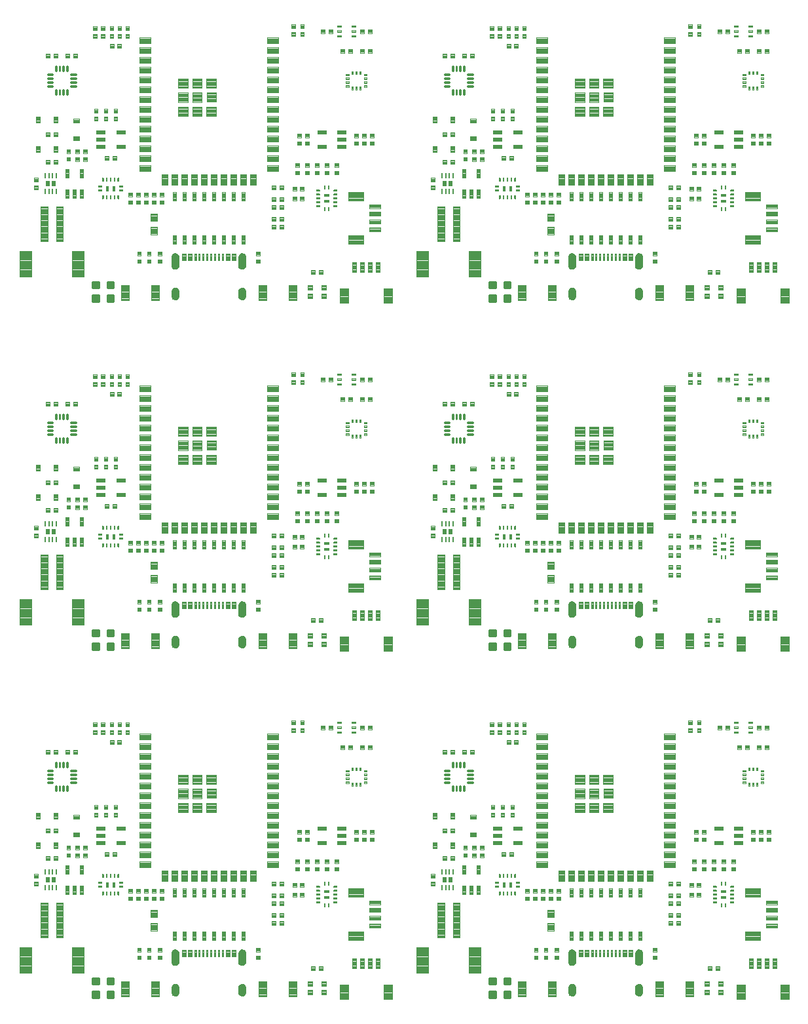
<source format=gtp>
G04 EAGLE Gerber RS-274X export*
G75*
%MOMM*%
%FSLAX34Y34*%
%LPD*%
%INSolderpaste Top*%
%IPPOS*%
%AMOC8*
5,1,8,0,0,1.08239X$1,22.5*%
G01*
%ADD10C,0.102000*%
%ADD11C,0.300000*%
%ADD12C,0.105000*%
%ADD13C,0.100800*%
%ADD14C,0.100000*%
%ADD15C,0.096000*%
%ADD16C,0.099000*%
%ADD17R,0.400000X0.800000*%
%ADD18C,0.106400*%
%ADD19R,0.250000X0.637500*%
%ADD20R,0.500000X0.640000*%
%ADD21C,0.225000*%
%ADD22R,0.800000X0.400000*%

G36*
X810080Y497341D02*
X810080Y497341D01*
X810081Y497341D01*
X811149Y497360D01*
X811156Y497365D01*
X811160Y497361D01*
X812197Y497617D01*
X812202Y497624D01*
X812208Y497621D01*
X813162Y498102D01*
X813166Y498109D01*
X813171Y498108D01*
X813995Y498789D01*
X813996Y498797D01*
X814002Y498797D01*
X814653Y499644D01*
X814653Y499652D01*
X814659Y499653D01*
X815106Y500624D01*
X815104Y500632D01*
X815109Y500634D01*
X815328Y501680D01*
X815325Y501687D01*
X815329Y501690D01*
X815329Y513690D01*
X815326Y513695D01*
X815329Y513698D01*
X815149Y514793D01*
X815143Y514799D01*
X815146Y514804D01*
X814727Y515832D01*
X814720Y515836D01*
X814722Y515841D01*
X814085Y516750D01*
X814077Y516753D01*
X814077Y516758D01*
X813254Y517502D01*
X813246Y517503D01*
X813245Y517509D01*
X812277Y518051D01*
X812268Y518050D01*
X812266Y518056D01*
X811202Y518369D01*
X811197Y518367D01*
X811193Y518367D01*
X811191Y518371D01*
X810083Y518439D01*
X810077Y518435D01*
X810073Y518439D01*
X808965Y518269D01*
X808959Y518263D01*
X808954Y518266D01*
X807912Y517854D01*
X807908Y517847D01*
X807903Y517849D01*
X806978Y517215D01*
X806976Y517207D01*
X806970Y517208D01*
X806210Y516385D01*
X806209Y516376D01*
X806203Y516376D01*
X805646Y515404D01*
X805647Y515396D01*
X805641Y515394D01*
X805314Y514322D01*
X805317Y514314D01*
X805312Y514311D01*
X805231Y513194D01*
X805232Y513191D01*
X805231Y513190D01*
X805231Y501190D01*
X805236Y501183D01*
X805232Y501179D01*
X805451Y500235D01*
X805457Y500229D01*
X805455Y500224D01*
X805879Y499352D01*
X805886Y499349D01*
X805884Y499343D01*
X806491Y498587D01*
X806499Y498585D01*
X806499Y498579D01*
X807259Y497978D01*
X807268Y497978D01*
X807269Y497972D01*
X808144Y497554D01*
X808152Y497556D01*
X808154Y497551D01*
X809100Y497339D01*
X809107Y497342D01*
X809111Y497337D01*
X810080Y497341D01*
G37*
G36*
X297000Y497341D02*
X297000Y497341D01*
X297001Y497341D01*
X298069Y497360D01*
X298076Y497365D01*
X298080Y497361D01*
X299117Y497617D01*
X299122Y497624D01*
X299128Y497621D01*
X300082Y498102D01*
X300086Y498109D01*
X300091Y498108D01*
X300915Y498789D01*
X300916Y498797D01*
X300922Y498797D01*
X301573Y499644D01*
X301573Y499652D01*
X301579Y499653D01*
X302026Y500624D01*
X302024Y500632D01*
X302029Y500634D01*
X302248Y501680D01*
X302245Y501687D01*
X302249Y501690D01*
X302249Y513690D01*
X302246Y513695D01*
X302249Y513698D01*
X302069Y514793D01*
X302063Y514799D01*
X302066Y514804D01*
X301647Y515832D01*
X301640Y515836D01*
X301642Y515841D01*
X301005Y516750D01*
X300997Y516753D01*
X300997Y516758D01*
X300174Y517502D01*
X300166Y517503D01*
X300165Y517509D01*
X299197Y518051D01*
X299188Y518050D01*
X299186Y518056D01*
X298122Y518369D01*
X298117Y518367D01*
X298113Y518367D01*
X298111Y518371D01*
X297003Y518439D01*
X296997Y518435D01*
X296993Y518439D01*
X295885Y518269D01*
X295879Y518263D01*
X295874Y518266D01*
X294832Y517854D01*
X294828Y517847D01*
X294823Y517849D01*
X293898Y517215D01*
X293896Y517207D01*
X293890Y517208D01*
X293130Y516385D01*
X293129Y516376D01*
X293123Y516376D01*
X292566Y515404D01*
X292567Y515396D01*
X292561Y515394D01*
X292234Y514322D01*
X292237Y514314D01*
X292232Y514311D01*
X292151Y513194D01*
X292152Y513191D01*
X292151Y513190D01*
X292151Y501190D01*
X292156Y501183D01*
X292152Y501179D01*
X292371Y500235D01*
X292377Y500229D01*
X292375Y500224D01*
X292799Y499352D01*
X292806Y499349D01*
X292804Y499343D01*
X293411Y498587D01*
X293419Y498585D01*
X293419Y498579D01*
X294179Y497978D01*
X294188Y497978D01*
X294189Y497972D01*
X295064Y497554D01*
X295072Y497556D01*
X295074Y497551D01*
X296020Y497339D01*
X296027Y497342D01*
X296031Y497337D01*
X297000Y497341D01*
G37*
G36*
X810080Y946921D02*
X810080Y946921D01*
X810081Y946921D01*
X811149Y946940D01*
X811156Y946945D01*
X811160Y946941D01*
X812197Y947197D01*
X812202Y947204D01*
X812208Y947201D01*
X813162Y947682D01*
X813166Y947689D01*
X813171Y947688D01*
X813995Y948369D01*
X813996Y948377D01*
X814002Y948377D01*
X814653Y949224D01*
X814653Y949232D01*
X814659Y949233D01*
X815106Y950204D01*
X815104Y950212D01*
X815109Y950214D01*
X815328Y951260D01*
X815325Y951267D01*
X815329Y951270D01*
X815329Y963270D01*
X815326Y963275D01*
X815329Y963278D01*
X815149Y964373D01*
X815143Y964379D01*
X815146Y964384D01*
X814727Y965412D01*
X814720Y965416D01*
X814722Y965421D01*
X814085Y966330D01*
X814077Y966333D01*
X814077Y966338D01*
X813254Y967082D01*
X813246Y967083D01*
X813245Y967089D01*
X812277Y967631D01*
X812268Y967630D01*
X812266Y967636D01*
X811202Y967949D01*
X811197Y967947D01*
X811193Y967947D01*
X811191Y967951D01*
X810083Y968019D01*
X810077Y968015D01*
X810073Y968019D01*
X808965Y967849D01*
X808959Y967843D01*
X808954Y967846D01*
X807912Y967434D01*
X807908Y967427D01*
X807903Y967429D01*
X806978Y966795D01*
X806976Y966787D01*
X806970Y966788D01*
X806210Y965965D01*
X806209Y965956D01*
X806203Y965956D01*
X805646Y964984D01*
X805647Y964976D01*
X805641Y964974D01*
X805314Y963902D01*
X805317Y963894D01*
X805312Y963891D01*
X805231Y962774D01*
X805232Y962771D01*
X805231Y962770D01*
X805231Y950770D01*
X805236Y950763D01*
X805232Y950759D01*
X805451Y949815D01*
X805457Y949809D01*
X805455Y949804D01*
X805879Y948932D01*
X805886Y948929D01*
X805884Y948923D01*
X806491Y948167D01*
X806499Y948165D01*
X806499Y948159D01*
X807259Y947558D01*
X807268Y947558D01*
X807269Y947552D01*
X808144Y947134D01*
X808152Y947136D01*
X808154Y947131D01*
X809100Y946919D01*
X809107Y946922D01*
X809111Y946917D01*
X810080Y946921D01*
G37*
G36*
X297000Y946921D02*
X297000Y946921D01*
X297001Y946921D01*
X298069Y946940D01*
X298076Y946945D01*
X298080Y946941D01*
X299117Y947197D01*
X299122Y947204D01*
X299128Y947201D01*
X300082Y947682D01*
X300086Y947689D01*
X300091Y947688D01*
X300915Y948369D01*
X300916Y948377D01*
X300922Y948377D01*
X301573Y949224D01*
X301573Y949232D01*
X301579Y949233D01*
X302026Y950204D01*
X302024Y950212D01*
X302029Y950214D01*
X302248Y951260D01*
X302245Y951267D01*
X302249Y951270D01*
X302249Y963270D01*
X302246Y963275D01*
X302249Y963278D01*
X302069Y964373D01*
X302063Y964379D01*
X302066Y964384D01*
X301647Y965412D01*
X301640Y965416D01*
X301642Y965421D01*
X301005Y966330D01*
X300997Y966333D01*
X300997Y966338D01*
X300174Y967082D01*
X300166Y967083D01*
X300165Y967089D01*
X299197Y967631D01*
X299188Y967630D01*
X299186Y967636D01*
X298122Y967949D01*
X298117Y967947D01*
X298113Y967947D01*
X298111Y967951D01*
X297003Y968019D01*
X296997Y968015D01*
X296993Y968019D01*
X295885Y967849D01*
X295879Y967843D01*
X295874Y967846D01*
X294832Y967434D01*
X294828Y967427D01*
X294823Y967429D01*
X293898Y966795D01*
X293896Y966787D01*
X293890Y966788D01*
X293130Y965965D01*
X293129Y965956D01*
X293123Y965956D01*
X292566Y964984D01*
X292567Y964976D01*
X292561Y964974D01*
X292234Y963902D01*
X292237Y963894D01*
X292232Y963891D01*
X292151Y962774D01*
X292152Y962771D01*
X292151Y962770D01*
X292151Y950770D01*
X292156Y950763D01*
X292152Y950759D01*
X292371Y949815D01*
X292377Y949809D01*
X292375Y949804D01*
X292799Y948932D01*
X292806Y948929D01*
X292804Y948923D01*
X293411Y948167D01*
X293419Y948165D01*
X293419Y948159D01*
X294179Y947558D01*
X294188Y947558D01*
X294189Y947552D01*
X295064Y947134D01*
X295072Y947136D01*
X295074Y947131D01*
X296020Y946919D01*
X296027Y946922D01*
X296031Y946917D01*
X297000Y946921D01*
G37*
G36*
X297000Y47761D02*
X297000Y47761D01*
X297001Y47761D01*
X298069Y47780D01*
X298076Y47785D01*
X298080Y47781D01*
X299117Y48037D01*
X299122Y48044D01*
X299128Y48041D01*
X300082Y48522D01*
X300086Y48529D01*
X300091Y48528D01*
X300915Y49209D01*
X300916Y49217D01*
X300922Y49217D01*
X301573Y50064D01*
X301573Y50072D01*
X301579Y50073D01*
X302026Y51044D01*
X302024Y51052D01*
X302029Y51054D01*
X302248Y52100D01*
X302245Y52107D01*
X302249Y52110D01*
X302249Y64110D01*
X302246Y64115D01*
X302249Y64118D01*
X302069Y65213D01*
X302063Y65219D01*
X302066Y65224D01*
X301647Y66252D01*
X301640Y66256D01*
X301642Y66261D01*
X301005Y67170D01*
X300997Y67173D01*
X300997Y67178D01*
X300174Y67922D01*
X300166Y67923D01*
X300165Y67929D01*
X299197Y68471D01*
X299188Y68470D01*
X299186Y68476D01*
X298122Y68789D01*
X298117Y68787D01*
X298113Y68787D01*
X298111Y68791D01*
X297003Y68859D01*
X296997Y68855D01*
X296993Y68859D01*
X295885Y68689D01*
X295879Y68683D01*
X295874Y68686D01*
X294832Y68274D01*
X294828Y68267D01*
X294823Y68269D01*
X293898Y67635D01*
X293896Y67627D01*
X293890Y67628D01*
X293130Y66805D01*
X293129Y66796D01*
X293123Y66796D01*
X292566Y65824D01*
X292567Y65816D01*
X292561Y65814D01*
X292234Y64742D01*
X292237Y64734D01*
X292232Y64731D01*
X292151Y63614D01*
X292152Y63611D01*
X292151Y63610D01*
X292151Y51610D01*
X292156Y51603D01*
X292152Y51599D01*
X292371Y50655D01*
X292377Y50649D01*
X292375Y50644D01*
X292799Y49772D01*
X292806Y49769D01*
X292804Y49763D01*
X293411Y49007D01*
X293419Y49005D01*
X293419Y48999D01*
X294179Y48398D01*
X294188Y48398D01*
X294189Y48392D01*
X295064Y47974D01*
X295072Y47976D01*
X295074Y47971D01*
X296020Y47759D01*
X296027Y47762D01*
X296031Y47757D01*
X297000Y47761D01*
G37*
G36*
X810080Y47761D02*
X810080Y47761D01*
X810081Y47761D01*
X811149Y47780D01*
X811156Y47785D01*
X811160Y47781D01*
X812197Y48037D01*
X812202Y48044D01*
X812208Y48041D01*
X813162Y48522D01*
X813166Y48529D01*
X813171Y48528D01*
X813995Y49209D01*
X813996Y49217D01*
X814002Y49217D01*
X814653Y50064D01*
X814653Y50072D01*
X814659Y50073D01*
X815106Y51044D01*
X815104Y51052D01*
X815109Y51054D01*
X815328Y52100D01*
X815325Y52107D01*
X815329Y52110D01*
X815329Y64110D01*
X815326Y64115D01*
X815329Y64118D01*
X815149Y65213D01*
X815143Y65219D01*
X815146Y65224D01*
X814727Y66252D01*
X814720Y66256D01*
X814722Y66261D01*
X814085Y67170D01*
X814077Y67173D01*
X814077Y67178D01*
X813254Y67922D01*
X813246Y67923D01*
X813245Y67929D01*
X812277Y68471D01*
X812268Y68470D01*
X812266Y68476D01*
X811202Y68789D01*
X811197Y68787D01*
X811193Y68787D01*
X811191Y68791D01*
X810083Y68859D01*
X810077Y68855D01*
X810073Y68859D01*
X808965Y68689D01*
X808959Y68683D01*
X808954Y68686D01*
X807912Y68274D01*
X807908Y68267D01*
X807903Y68269D01*
X806978Y67635D01*
X806976Y67627D01*
X806970Y67628D01*
X806210Y66805D01*
X806209Y66796D01*
X806203Y66796D01*
X805646Y65824D01*
X805647Y65816D01*
X805641Y65814D01*
X805314Y64742D01*
X805317Y64734D01*
X805312Y64731D01*
X805231Y63614D01*
X805232Y63611D01*
X805231Y63610D01*
X805231Y51610D01*
X805236Y51603D01*
X805232Y51599D01*
X805451Y50655D01*
X805457Y50649D01*
X805455Y50644D01*
X805879Y49772D01*
X805886Y49769D01*
X805884Y49763D01*
X806491Y49007D01*
X806499Y49005D01*
X806499Y48999D01*
X807259Y48398D01*
X807268Y48398D01*
X807269Y48392D01*
X808144Y47974D01*
X808152Y47976D01*
X808154Y47971D01*
X809100Y47759D01*
X809107Y47762D01*
X809111Y47757D01*
X810080Y47761D01*
G37*
G36*
X724661Y497350D02*
X724661Y497350D01*
X724668Y497355D01*
X724672Y497351D01*
X725724Y497601D01*
X725729Y497607D01*
X725734Y497604D01*
X726704Y498081D01*
X726707Y498089D01*
X726713Y498087D01*
X727552Y498768D01*
X727554Y498776D01*
X727560Y498776D01*
X728226Y499627D01*
X728227Y499635D01*
X728232Y499636D01*
X728693Y500613D01*
X728691Y500621D01*
X728697Y500624D01*
X728928Y501679D01*
X728925Y501687D01*
X728929Y501690D01*
X728929Y513690D01*
X728925Y513695D01*
X728929Y513698D01*
X728736Y514804D01*
X728730Y514809D01*
X728733Y514814D01*
X728300Y515849D01*
X728293Y515853D01*
X728295Y515858D01*
X727642Y516771D01*
X727634Y516773D01*
X727635Y516779D01*
X726796Y517523D01*
X726787Y517524D01*
X726787Y517529D01*
X725803Y518068D01*
X725795Y518067D01*
X725793Y518072D01*
X724714Y518379D01*
X724706Y518376D01*
X724703Y518381D01*
X723583Y518439D01*
X723578Y518436D01*
X723575Y518439D01*
X722529Y518321D01*
X722523Y518315D01*
X722518Y518319D01*
X721524Y517971D01*
X721520Y517964D01*
X721515Y517966D01*
X720623Y517406D01*
X720621Y517399D01*
X720615Y517399D01*
X719871Y516655D01*
X719869Y516647D01*
X719864Y516647D01*
X719304Y515755D01*
X719304Y515747D01*
X719299Y515746D01*
X718951Y514752D01*
X718954Y514744D01*
X718949Y514741D01*
X718831Y513696D01*
X718833Y513692D01*
X718831Y513690D01*
X718831Y501690D01*
X718834Y501685D01*
X718831Y501682D01*
X718989Y500686D01*
X718995Y500680D01*
X718992Y500675D01*
X719367Y499739D01*
X719374Y499735D01*
X719372Y499729D01*
X719946Y498900D01*
X719954Y498897D01*
X719953Y498892D01*
X720697Y498211D01*
X720706Y498210D01*
X720706Y498204D01*
X721583Y497706D01*
X721592Y497707D01*
X721594Y497702D01*
X722559Y497411D01*
X722567Y497414D01*
X722570Y497409D01*
X723577Y497341D01*
X723579Y497342D01*
X723580Y497341D01*
X724661Y497350D01*
G37*
G36*
X211581Y497350D02*
X211581Y497350D01*
X211588Y497355D01*
X211592Y497351D01*
X212644Y497601D01*
X212649Y497607D01*
X212654Y497604D01*
X213624Y498081D01*
X213627Y498089D01*
X213633Y498087D01*
X214472Y498768D01*
X214474Y498776D01*
X214480Y498776D01*
X215146Y499627D01*
X215147Y499635D01*
X215152Y499636D01*
X215613Y500613D01*
X215611Y500621D01*
X215617Y500624D01*
X215848Y501679D01*
X215845Y501687D01*
X215849Y501690D01*
X215849Y513690D01*
X215845Y513695D01*
X215849Y513698D01*
X215656Y514804D01*
X215650Y514809D01*
X215653Y514814D01*
X215220Y515849D01*
X215213Y515853D01*
X215215Y515858D01*
X214562Y516771D01*
X214554Y516773D01*
X214555Y516779D01*
X213716Y517523D01*
X213707Y517524D01*
X213707Y517529D01*
X212723Y518068D01*
X212715Y518067D01*
X212713Y518072D01*
X211634Y518379D01*
X211626Y518376D01*
X211623Y518381D01*
X210503Y518439D01*
X210498Y518436D01*
X210495Y518439D01*
X209449Y518321D01*
X209443Y518315D01*
X209438Y518319D01*
X208444Y517971D01*
X208440Y517964D01*
X208435Y517966D01*
X207543Y517406D01*
X207541Y517399D01*
X207535Y517399D01*
X206791Y516655D01*
X206789Y516647D01*
X206784Y516647D01*
X206224Y515755D01*
X206224Y515747D01*
X206219Y515746D01*
X205871Y514752D01*
X205874Y514744D01*
X205869Y514741D01*
X205751Y513696D01*
X205753Y513692D01*
X205751Y513690D01*
X205751Y501690D01*
X205754Y501685D01*
X205751Y501682D01*
X205909Y500686D01*
X205915Y500680D01*
X205912Y500675D01*
X206287Y499739D01*
X206294Y499735D01*
X206292Y499729D01*
X206866Y498900D01*
X206874Y498897D01*
X206873Y498892D01*
X207617Y498211D01*
X207626Y498210D01*
X207626Y498204D01*
X208503Y497706D01*
X208512Y497707D01*
X208514Y497702D01*
X209479Y497411D01*
X209487Y497414D01*
X209490Y497409D01*
X210497Y497341D01*
X210499Y497342D01*
X210500Y497341D01*
X211581Y497350D01*
G37*
G36*
X724661Y946930D02*
X724661Y946930D01*
X724668Y946935D01*
X724672Y946931D01*
X725724Y947181D01*
X725729Y947187D01*
X725734Y947184D01*
X726704Y947661D01*
X726707Y947669D01*
X726713Y947667D01*
X727552Y948348D01*
X727554Y948356D01*
X727560Y948356D01*
X728226Y949207D01*
X728227Y949215D01*
X728232Y949216D01*
X728693Y950193D01*
X728691Y950201D01*
X728697Y950204D01*
X728928Y951259D01*
X728925Y951267D01*
X728929Y951270D01*
X728929Y963270D01*
X728925Y963275D01*
X728929Y963278D01*
X728736Y964384D01*
X728730Y964389D01*
X728733Y964394D01*
X728300Y965429D01*
X728293Y965433D01*
X728295Y965438D01*
X727642Y966351D01*
X727634Y966353D01*
X727635Y966359D01*
X726796Y967103D01*
X726787Y967104D01*
X726787Y967109D01*
X725803Y967648D01*
X725795Y967647D01*
X725793Y967652D01*
X724714Y967959D01*
X724706Y967956D01*
X724703Y967961D01*
X723583Y968019D01*
X723578Y968016D01*
X723575Y968019D01*
X722529Y967901D01*
X722523Y967895D01*
X722518Y967899D01*
X721524Y967551D01*
X721520Y967544D01*
X721515Y967546D01*
X720623Y966986D01*
X720621Y966979D01*
X720615Y966979D01*
X719871Y966235D01*
X719869Y966227D01*
X719864Y966227D01*
X719304Y965335D01*
X719304Y965327D01*
X719299Y965326D01*
X718951Y964332D01*
X718954Y964324D01*
X718949Y964321D01*
X718831Y963276D01*
X718833Y963272D01*
X718831Y963270D01*
X718831Y951270D01*
X718834Y951265D01*
X718831Y951262D01*
X718989Y950266D01*
X718995Y950260D01*
X718992Y950255D01*
X719367Y949319D01*
X719374Y949315D01*
X719372Y949309D01*
X719946Y948480D01*
X719954Y948477D01*
X719953Y948472D01*
X720697Y947791D01*
X720706Y947790D01*
X720706Y947784D01*
X721583Y947286D01*
X721592Y947287D01*
X721594Y947282D01*
X722559Y946991D01*
X722567Y946994D01*
X722570Y946989D01*
X723577Y946921D01*
X723579Y946922D01*
X723580Y946921D01*
X724661Y946930D01*
G37*
G36*
X211581Y946930D02*
X211581Y946930D01*
X211588Y946935D01*
X211592Y946931D01*
X212644Y947181D01*
X212649Y947187D01*
X212654Y947184D01*
X213624Y947661D01*
X213627Y947669D01*
X213633Y947667D01*
X214472Y948348D01*
X214474Y948356D01*
X214480Y948356D01*
X215146Y949207D01*
X215147Y949215D01*
X215152Y949216D01*
X215613Y950193D01*
X215611Y950201D01*
X215617Y950204D01*
X215848Y951259D01*
X215845Y951267D01*
X215849Y951270D01*
X215849Y963270D01*
X215845Y963275D01*
X215849Y963278D01*
X215656Y964384D01*
X215650Y964389D01*
X215653Y964394D01*
X215220Y965429D01*
X215213Y965433D01*
X215215Y965438D01*
X214562Y966351D01*
X214554Y966353D01*
X214555Y966359D01*
X213716Y967103D01*
X213707Y967104D01*
X213707Y967109D01*
X212723Y967648D01*
X212715Y967647D01*
X212713Y967652D01*
X211634Y967959D01*
X211626Y967956D01*
X211623Y967961D01*
X210503Y968019D01*
X210498Y968016D01*
X210495Y968019D01*
X209449Y967901D01*
X209443Y967895D01*
X209438Y967899D01*
X208444Y967551D01*
X208440Y967544D01*
X208435Y967546D01*
X207543Y966986D01*
X207541Y966979D01*
X207535Y966979D01*
X206791Y966235D01*
X206789Y966227D01*
X206784Y966227D01*
X206224Y965335D01*
X206224Y965327D01*
X206219Y965326D01*
X205871Y964332D01*
X205874Y964324D01*
X205869Y964321D01*
X205751Y963276D01*
X205753Y963272D01*
X205751Y963270D01*
X205751Y951270D01*
X205754Y951265D01*
X205751Y951262D01*
X205909Y950266D01*
X205915Y950260D01*
X205912Y950255D01*
X206287Y949319D01*
X206294Y949315D01*
X206292Y949309D01*
X206866Y948480D01*
X206874Y948477D01*
X206873Y948472D01*
X207617Y947791D01*
X207626Y947790D01*
X207626Y947784D01*
X208503Y947286D01*
X208512Y947287D01*
X208514Y947282D01*
X209479Y946991D01*
X209487Y946994D01*
X209490Y946989D01*
X210497Y946921D01*
X210499Y946922D01*
X210500Y946921D01*
X211581Y946930D01*
G37*
G36*
X211581Y47770D02*
X211581Y47770D01*
X211588Y47775D01*
X211592Y47771D01*
X212644Y48021D01*
X212649Y48027D01*
X212654Y48024D01*
X213624Y48501D01*
X213627Y48509D01*
X213633Y48507D01*
X214472Y49188D01*
X214474Y49196D01*
X214480Y49196D01*
X215146Y50047D01*
X215147Y50055D01*
X215152Y50056D01*
X215613Y51033D01*
X215611Y51041D01*
X215617Y51044D01*
X215848Y52099D01*
X215845Y52107D01*
X215849Y52110D01*
X215849Y64110D01*
X215845Y64115D01*
X215849Y64118D01*
X215656Y65224D01*
X215650Y65229D01*
X215653Y65234D01*
X215220Y66269D01*
X215213Y66273D01*
X215215Y66278D01*
X214562Y67191D01*
X214554Y67193D01*
X214555Y67199D01*
X213716Y67943D01*
X213707Y67944D01*
X213707Y67949D01*
X212723Y68488D01*
X212715Y68487D01*
X212713Y68492D01*
X211634Y68799D01*
X211626Y68796D01*
X211623Y68801D01*
X210503Y68859D01*
X210498Y68856D01*
X210495Y68859D01*
X209449Y68741D01*
X209443Y68735D01*
X209438Y68739D01*
X208444Y68391D01*
X208440Y68384D01*
X208435Y68386D01*
X207543Y67826D01*
X207541Y67819D01*
X207535Y67819D01*
X206791Y67075D01*
X206789Y67067D01*
X206784Y67067D01*
X206224Y66175D01*
X206224Y66167D01*
X206219Y66166D01*
X205871Y65172D01*
X205874Y65164D01*
X205869Y65161D01*
X205751Y64116D01*
X205753Y64112D01*
X205751Y64110D01*
X205751Y52110D01*
X205754Y52105D01*
X205751Y52102D01*
X205909Y51106D01*
X205915Y51100D01*
X205912Y51095D01*
X206287Y50159D01*
X206294Y50155D01*
X206292Y50149D01*
X206866Y49320D01*
X206874Y49317D01*
X206873Y49312D01*
X207617Y48631D01*
X207626Y48630D01*
X207626Y48624D01*
X208503Y48126D01*
X208512Y48127D01*
X208514Y48122D01*
X209479Y47831D01*
X209487Y47834D01*
X209490Y47829D01*
X210497Y47761D01*
X210499Y47762D01*
X210500Y47761D01*
X211581Y47770D01*
G37*
G36*
X724661Y47770D02*
X724661Y47770D01*
X724668Y47775D01*
X724672Y47771D01*
X725724Y48021D01*
X725729Y48027D01*
X725734Y48024D01*
X726704Y48501D01*
X726707Y48509D01*
X726713Y48507D01*
X727552Y49188D01*
X727554Y49196D01*
X727560Y49196D01*
X728226Y50047D01*
X728227Y50055D01*
X728232Y50056D01*
X728693Y51033D01*
X728691Y51041D01*
X728697Y51044D01*
X728928Y52099D01*
X728925Y52107D01*
X728929Y52110D01*
X728929Y64110D01*
X728925Y64115D01*
X728929Y64118D01*
X728736Y65224D01*
X728730Y65229D01*
X728733Y65234D01*
X728300Y66269D01*
X728293Y66273D01*
X728295Y66278D01*
X727642Y67191D01*
X727634Y67193D01*
X727635Y67199D01*
X726796Y67943D01*
X726787Y67944D01*
X726787Y67949D01*
X725803Y68488D01*
X725795Y68487D01*
X725793Y68492D01*
X724714Y68799D01*
X724706Y68796D01*
X724703Y68801D01*
X723583Y68859D01*
X723578Y68856D01*
X723575Y68859D01*
X722529Y68741D01*
X722523Y68735D01*
X722518Y68739D01*
X721524Y68391D01*
X721520Y68384D01*
X721515Y68386D01*
X720623Y67826D01*
X720621Y67819D01*
X720615Y67819D01*
X719871Y67075D01*
X719869Y67067D01*
X719864Y67067D01*
X719304Y66175D01*
X719304Y66167D01*
X719299Y66166D01*
X718951Y65172D01*
X718954Y65164D01*
X718949Y65161D01*
X718831Y64116D01*
X718833Y64112D01*
X718831Y64110D01*
X718831Y52110D01*
X718834Y52105D01*
X718831Y52102D01*
X718989Y51106D01*
X718995Y51100D01*
X718992Y51095D01*
X719367Y50159D01*
X719374Y50155D01*
X719372Y50149D01*
X719946Y49320D01*
X719954Y49317D01*
X719953Y49312D01*
X720697Y48631D01*
X720706Y48630D01*
X720706Y48624D01*
X721583Y48126D01*
X721592Y48127D01*
X721594Y48122D01*
X722559Y47831D01*
X722567Y47834D01*
X722570Y47829D01*
X723577Y47761D01*
X723579Y47762D01*
X723580Y47761D01*
X724661Y47770D01*
G37*
G36*
X297504Y457845D02*
X297504Y457845D01*
X297507Y457841D01*
X298583Y457996D01*
X298588Y458002D01*
X298593Y457999D01*
X299607Y458389D01*
X299611Y458396D01*
X299617Y458395D01*
X300519Y459001D01*
X300521Y459009D01*
X300527Y459008D01*
X301271Y459800D01*
X301272Y459808D01*
X301278Y459808D01*
X301827Y460746D01*
X301826Y460754D01*
X301832Y460756D01*
X302159Y461792D01*
X302156Y461800D01*
X302161Y461803D01*
X302249Y462886D01*
X302247Y462889D01*
X302249Y462890D01*
X302249Y468890D01*
X302246Y468894D01*
X302249Y468896D01*
X302099Y470029D01*
X302093Y470035D01*
X302096Y470040D01*
X301698Y471110D01*
X301691Y471114D01*
X301693Y471120D01*
X301066Y472075D01*
X301058Y472078D01*
X301059Y472083D01*
X300236Y472875D01*
X300228Y472876D01*
X300227Y472882D01*
X299248Y473471D01*
X299240Y473470D01*
X299238Y473475D01*
X298153Y473831D01*
X298145Y473829D01*
X298142Y473833D01*
X297005Y473939D01*
X296996Y473934D01*
X296991Y473938D01*
X295854Y473731D01*
X295848Y473725D01*
X295843Y473728D01*
X294781Y473273D01*
X294777Y473266D01*
X294771Y473268D01*
X293836Y472588D01*
X293834Y472580D01*
X293828Y472581D01*
X293068Y471710D01*
X293068Y471702D01*
X293062Y471701D01*
X292515Y470682D01*
X292516Y470674D01*
X292511Y470672D01*
X292507Y470659D01*
X292494Y470610D01*
X292493Y470610D01*
X292494Y470610D01*
X292480Y470561D01*
X292466Y470511D01*
X292453Y470462D01*
X292439Y470413D01*
X292426Y470364D01*
X292412Y470314D01*
X292399Y470265D01*
X292385Y470216D01*
X292371Y470167D01*
X292358Y470117D01*
X292344Y470068D01*
X292331Y470019D01*
X292317Y469970D01*
X292304Y469920D01*
X292290Y469871D01*
X292277Y469822D01*
X292276Y469822D01*
X292263Y469773D01*
X292249Y469723D01*
X292204Y469558D01*
X292207Y469550D01*
X292202Y469547D01*
X292151Y468392D01*
X292152Y468391D01*
X292151Y468390D01*
X292151Y462390D01*
X292155Y462384D01*
X292152Y462381D01*
X292364Y461300D01*
X292370Y461295D01*
X292367Y461290D01*
X292814Y460284D01*
X292821Y460280D01*
X292819Y460274D01*
X293479Y459393D01*
X293487Y459390D01*
X293487Y459385D01*
X294326Y458672D01*
X294334Y458672D01*
X294335Y458666D01*
X295312Y458158D01*
X295320Y458159D01*
X295322Y458154D01*
X296387Y457876D01*
X296395Y457879D01*
X296398Y457875D01*
X297499Y457841D01*
X297504Y457845D01*
G37*
G36*
X297504Y907425D02*
X297504Y907425D01*
X297507Y907421D01*
X298583Y907576D01*
X298588Y907582D01*
X298593Y907579D01*
X299607Y907969D01*
X299611Y907976D01*
X299617Y907975D01*
X300519Y908581D01*
X300521Y908589D01*
X300527Y908588D01*
X301271Y909380D01*
X301272Y909388D01*
X301278Y909388D01*
X301827Y910326D01*
X301826Y910334D01*
X301832Y910336D01*
X302159Y911372D01*
X302156Y911380D01*
X302161Y911383D01*
X302249Y912466D01*
X302247Y912469D01*
X302249Y912470D01*
X302249Y918470D01*
X302246Y918474D01*
X302249Y918476D01*
X302099Y919609D01*
X302093Y919615D01*
X302096Y919620D01*
X301698Y920690D01*
X301691Y920694D01*
X301693Y920700D01*
X301066Y921655D01*
X301058Y921658D01*
X301059Y921663D01*
X300236Y922455D01*
X300228Y922456D01*
X300227Y922462D01*
X299248Y923051D01*
X299240Y923050D01*
X299238Y923055D01*
X298153Y923411D01*
X298145Y923409D01*
X298142Y923413D01*
X297005Y923519D01*
X296996Y923514D01*
X296991Y923518D01*
X295854Y923311D01*
X295848Y923305D01*
X295843Y923308D01*
X294781Y922853D01*
X294777Y922846D01*
X294771Y922848D01*
X293836Y922168D01*
X293834Y922160D01*
X293828Y922161D01*
X293068Y921290D01*
X293068Y921282D01*
X293062Y921281D01*
X292515Y920262D01*
X292516Y920254D01*
X292511Y920252D01*
X292507Y920239D01*
X292494Y920190D01*
X292493Y920190D01*
X292494Y920190D01*
X292480Y920141D01*
X292466Y920091D01*
X292453Y920042D01*
X292439Y919993D01*
X292426Y919944D01*
X292412Y919894D01*
X292399Y919845D01*
X292385Y919796D01*
X292371Y919747D01*
X292358Y919697D01*
X292344Y919648D01*
X292331Y919599D01*
X292317Y919550D01*
X292304Y919500D01*
X292290Y919451D01*
X292277Y919402D01*
X292276Y919402D01*
X292263Y919353D01*
X292249Y919303D01*
X292204Y919138D01*
X292207Y919130D01*
X292202Y919127D01*
X292151Y917972D01*
X292152Y917971D01*
X292151Y917970D01*
X292151Y911970D01*
X292155Y911964D01*
X292152Y911961D01*
X292364Y910880D01*
X292370Y910875D01*
X292367Y910870D01*
X292814Y909864D01*
X292821Y909860D01*
X292819Y909854D01*
X293479Y908973D01*
X293487Y908970D01*
X293487Y908965D01*
X294326Y908252D01*
X294334Y908252D01*
X294335Y908246D01*
X295312Y907738D01*
X295320Y907739D01*
X295322Y907734D01*
X296387Y907456D01*
X296395Y907459D01*
X296398Y907455D01*
X297499Y907421D01*
X297504Y907425D01*
G37*
G36*
X810584Y907425D02*
X810584Y907425D01*
X810587Y907421D01*
X811663Y907576D01*
X811668Y907582D01*
X811673Y907579D01*
X812687Y907969D01*
X812691Y907976D01*
X812697Y907975D01*
X813599Y908581D01*
X813601Y908589D01*
X813607Y908588D01*
X814351Y909380D01*
X814352Y909388D01*
X814358Y909388D01*
X814907Y910326D01*
X814906Y910334D01*
X814912Y910336D01*
X815239Y911372D01*
X815236Y911380D01*
X815241Y911383D01*
X815329Y912466D01*
X815327Y912469D01*
X815329Y912470D01*
X815329Y918470D01*
X815326Y918474D01*
X815329Y918476D01*
X815179Y919609D01*
X815173Y919615D01*
X815176Y919620D01*
X814778Y920690D01*
X814771Y920694D01*
X814773Y920700D01*
X814146Y921655D01*
X814138Y921658D01*
X814139Y921663D01*
X813316Y922455D01*
X813308Y922456D01*
X813307Y922462D01*
X812328Y923051D01*
X812320Y923050D01*
X812318Y923055D01*
X811233Y923411D01*
X811225Y923409D01*
X811222Y923413D01*
X810085Y923519D01*
X810076Y923514D01*
X810071Y923518D01*
X808934Y923311D01*
X808928Y923305D01*
X808923Y923308D01*
X807861Y922853D01*
X807857Y922846D01*
X807851Y922848D01*
X806916Y922168D01*
X806914Y922160D01*
X806908Y922161D01*
X806148Y921290D01*
X806148Y921282D01*
X806142Y921281D01*
X805595Y920262D01*
X805596Y920254D01*
X805591Y920252D01*
X805587Y920239D01*
X805574Y920190D01*
X805573Y920190D01*
X805574Y920190D01*
X805560Y920141D01*
X805546Y920091D01*
X805533Y920042D01*
X805519Y919993D01*
X805506Y919944D01*
X805492Y919894D01*
X805479Y919845D01*
X805465Y919796D01*
X805451Y919747D01*
X805438Y919697D01*
X805424Y919648D01*
X805411Y919599D01*
X805397Y919550D01*
X805384Y919500D01*
X805370Y919451D01*
X805357Y919402D01*
X805356Y919402D01*
X805343Y919353D01*
X805329Y919303D01*
X805284Y919138D01*
X805287Y919130D01*
X805282Y919127D01*
X805231Y917972D01*
X805232Y917971D01*
X805231Y917970D01*
X805231Y911970D01*
X805235Y911964D01*
X805232Y911961D01*
X805444Y910880D01*
X805450Y910875D01*
X805447Y910870D01*
X805894Y909864D01*
X805901Y909860D01*
X805899Y909854D01*
X806559Y908973D01*
X806567Y908970D01*
X806567Y908965D01*
X807406Y908252D01*
X807414Y908252D01*
X807415Y908246D01*
X808392Y907738D01*
X808400Y907739D01*
X808402Y907734D01*
X809467Y907456D01*
X809475Y907459D01*
X809478Y907455D01*
X810579Y907421D01*
X810584Y907425D01*
G37*
G36*
X297504Y8265D02*
X297504Y8265D01*
X297507Y8261D01*
X298583Y8416D01*
X298588Y8422D01*
X298593Y8419D01*
X299607Y8809D01*
X299611Y8816D01*
X299617Y8815D01*
X300519Y9421D01*
X300521Y9429D01*
X300527Y9428D01*
X301271Y10220D01*
X301272Y10228D01*
X301278Y10228D01*
X301827Y11166D01*
X301826Y11174D01*
X301832Y11176D01*
X302159Y12212D01*
X302156Y12220D01*
X302161Y12223D01*
X302249Y13306D01*
X302247Y13309D01*
X302249Y13310D01*
X302249Y19310D01*
X302246Y19314D01*
X302249Y19316D01*
X302099Y20449D01*
X302093Y20455D01*
X302096Y20460D01*
X301698Y21530D01*
X301691Y21534D01*
X301693Y21540D01*
X301066Y22495D01*
X301058Y22498D01*
X301059Y22503D01*
X300236Y23295D01*
X300228Y23296D01*
X300227Y23302D01*
X299248Y23891D01*
X299240Y23890D01*
X299238Y23895D01*
X298153Y24251D01*
X298145Y24249D01*
X298142Y24253D01*
X297005Y24359D01*
X296996Y24354D01*
X296991Y24358D01*
X295854Y24151D01*
X295848Y24145D01*
X295843Y24148D01*
X294781Y23693D01*
X294777Y23686D01*
X294771Y23688D01*
X293836Y23008D01*
X293834Y23000D01*
X293828Y23001D01*
X293068Y22130D01*
X293068Y22122D01*
X293062Y22121D01*
X292515Y21102D01*
X292516Y21094D01*
X292511Y21092D01*
X292507Y21079D01*
X292494Y21030D01*
X292493Y21030D01*
X292494Y21030D01*
X292480Y20981D01*
X292466Y20931D01*
X292453Y20882D01*
X292439Y20833D01*
X292426Y20784D01*
X292412Y20734D01*
X292399Y20685D01*
X292385Y20636D01*
X292371Y20587D01*
X292358Y20537D01*
X292344Y20488D01*
X292331Y20439D01*
X292317Y20390D01*
X292304Y20340D01*
X292290Y20291D01*
X292277Y20242D01*
X292276Y20242D01*
X292263Y20193D01*
X292249Y20143D01*
X292204Y19978D01*
X292207Y19970D01*
X292202Y19967D01*
X292151Y18812D01*
X292152Y18811D01*
X292151Y18810D01*
X292151Y12810D01*
X292155Y12804D01*
X292152Y12801D01*
X292364Y11720D01*
X292370Y11715D01*
X292367Y11710D01*
X292814Y10704D01*
X292821Y10700D01*
X292819Y10694D01*
X293479Y9813D01*
X293487Y9810D01*
X293487Y9805D01*
X294326Y9092D01*
X294334Y9092D01*
X294335Y9086D01*
X295312Y8578D01*
X295320Y8579D01*
X295322Y8574D01*
X296387Y8296D01*
X296395Y8299D01*
X296398Y8295D01*
X297499Y8261D01*
X297504Y8265D01*
G37*
G36*
X810584Y8265D02*
X810584Y8265D01*
X810587Y8261D01*
X811663Y8416D01*
X811668Y8422D01*
X811673Y8419D01*
X812687Y8809D01*
X812691Y8816D01*
X812697Y8815D01*
X813599Y9421D01*
X813601Y9429D01*
X813607Y9428D01*
X814351Y10220D01*
X814352Y10228D01*
X814358Y10228D01*
X814907Y11166D01*
X814906Y11174D01*
X814912Y11176D01*
X815239Y12212D01*
X815236Y12220D01*
X815241Y12223D01*
X815329Y13306D01*
X815327Y13309D01*
X815329Y13310D01*
X815329Y19310D01*
X815326Y19314D01*
X815329Y19316D01*
X815179Y20449D01*
X815173Y20455D01*
X815176Y20460D01*
X814778Y21530D01*
X814771Y21534D01*
X814773Y21540D01*
X814146Y22495D01*
X814138Y22498D01*
X814139Y22503D01*
X813316Y23295D01*
X813308Y23296D01*
X813307Y23302D01*
X812328Y23891D01*
X812320Y23890D01*
X812318Y23895D01*
X811233Y24251D01*
X811225Y24249D01*
X811222Y24253D01*
X810085Y24359D01*
X810076Y24354D01*
X810071Y24358D01*
X808934Y24151D01*
X808928Y24145D01*
X808923Y24148D01*
X807861Y23693D01*
X807857Y23686D01*
X807851Y23688D01*
X806916Y23008D01*
X806914Y23000D01*
X806908Y23001D01*
X806148Y22130D01*
X806148Y22122D01*
X806142Y22121D01*
X805595Y21102D01*
X805596Y21094D01*
X805591Y21092D01*
X805587Y21079D01*
X805574Y21030D01*
X805573Y21030D01*
X805574Y21030D01*
X805560Y20981D01*
X805546Y20931D01*
X805533Y20882D01*
X805519Y20833D01*
X805506Y20784D01*
X805492Y20734D01*
X805479Y20685D01*
X805465Y20636D01*
X805451Y20587D01*
X805438Y20537D01*
X805424Y20488D01*
X805411Y20439D01*
X805397Y20390D01*
X805384Y20340D01*
X805370Y20291D01*
X805357Y20242D01*
X805356Y20242D01*
X805343Y20193D01*
X805329Y20143D01*
X805284Y19978D01*
X805287Y19970D01*
X805282Y19967D01*
X805231Y18812D01*
X805232Y18811D01*
X805231Y18810D01*
X805231Y12810D01*
X805235Y12804D01*
X805232Y12801D01*
X805444Y11720D01*
X805450Y11715D01*
X805447Y11710D01*
X805894Y10704D01*
X805901Y10700D01*
X805899Y10694D01*
X806559Y9813D01*
X806567Y9810D01*
X806567Y9805D01*
X807406Y9092D01*
X807414Y9092D01*
X807415Y9086D01*
X808392Y8578D01*
X808400Y8579D01*
X808402Y8574D01*
X809467Y8296D01*
X809475Y8299D01*
X809478Y8295D01*
X810579Y8261D01*
X810584Y8265D01*
G37*
G36*
X810584Y457845D02*
X810584Y457845D01*
X810587Y457841D01*
X811663Y457996D01*
X811668Y458002D01*
X811673Y457999D01*
X812687Y458389D01*
X812691Y458396D01*
X812697Y458395D01*
X813599Y459001D01*
X813601Y459009D01*
X813607Y459008D01*
X814351Y459800D01*
X814352Y459808D01*
X814358Y459808D01*
X814907Y460746D01*
X814906Y460754D01*
X814912Y460756D01*
X815239Y461792D01*
X815236Y461800D01*
X815241Y461803D01*
X815329Y462886D01*
X815327Y462889D01*
X815329Y462890D01*
X815329Y468890D01*
X815326Y468894D01*
X815329Y468896D01*
X815179Y470029D01*
X815173Y470035D01*
X815176Y470040D01*
X814778Y471110D01*
X814771Y471114D01*
X814773Y471120D01*
X814146Y472075D01*
X814138Y472078D01*
X814139Y472083D01*
X813316Y472875D01*
X813308Y472876D01*
X813307Y472882D01*
X812328Y473471D01*
X812320Y473470D01*
X812318Y473475D01*
X811233Y473831D01*
X811225Y473829D01*
X811222Y473833D01*
X810085Y473939D01*
X810076Y473934D01*
X810071Y473938D01*
X808934Y473731D01*
X808928Y473725D01*
X808923Y473728D01*
X807861Y473273D01*
X807857Y473266D01*
X807851Y473268D01*
X806916Y472588D01*
X806914Y472580D01*
X806908Y472581D01*
X806148Y471710D01*
X806148Y471702D01*
X806142Y471701D01*
X805595Y470682D01*
X805596Y470674D01*
X805591Y470672D01*
X805587Y470659D01*
X805574Y470610D01*
X805573Y470610D01*
X805574Y470610D01*
X805560Y470561D01*
X805546Y470511D01*
X805533Y470462D01*
X805519Y470413D01*
X805506Y470364D01*
X805492Y470314D01*
X805479Y470265D01*
X805465Y470216D01*
X805451Y470167D01*
X805438Y470117D01*
X805424Y470068D01*
X805411Y470019D01*
X805397Y469970D01*
X805384Y469920D01*
X805370Y469871D01*
X805357Y469822D01*
X805356Y469822D01*
X805343Y469773D01*
X805329Y469723D01*
X805284Y469558D01*
X805287Y469550D01*
X805282Y469547D01*
X805231Y468392D01*
X805232Y468391D01*
X805231Y468390D01*
X805231Y462390D01*
X805235Y462384D01*
X805232Y462381D01*
X805444Y461300D01*
X805450Y461295D01*
X805447Y461290D01*
X805894Y460284D01*
X805901Y460280D01*
X805899Y460274D01*
X806559Y459393D01*
X806567Y459390D01*
X806567Y459385D01*
X807406Y458672D01*
X807414Y458672D01*
X807415Y458666D01*
X808392Y458158D01*
X808400Y458159D01*
X808402Y458154D01*
X809467Y457876D01*
X809475Y457879D01*
X809478Y457875D01*
X810579Y457841D01*
X810584Y457845D01*
G37*
G36*
X211002Y457845D02*
X211002Y457845D01*
X211007Y457841D01*
X212094Y457986D01*
X212100Y457992D01*
X212105Y457989D01*
X213133Y458373D01*
X213138Y458379D01*
X213143Y458378D01*
X214060Y458980D01*
X214063Y458988D01*
X214069Y458987D01*
X214829Y459779D01*
X214830Y459787D01*
X214836Y459788D01*
X215400Y460729D01*
X215400Y460732D01*
X215401Y460733D01*
X215400Y460735D01*
X215399Y460737D01*
X215405Y460739D01*
X215746Y461782D01*
X215744Y461790D01*
X215748Y461793D01*
X215849Y462886D01*
X215847Y462888D01*
X215849Y462890D01*
X215849Y468890D01*
X215847Y468893D01*
X215849Y468895D01*
X215748Y469987D01*
X215743Y469993D01*
X215746Y469998D01*
X215405Y471041D01*
X215398Y471046D01*
X215400Y471051D01*
X214836Y471992D01*
X214828Y471995D01*
X214829Y472001D01*
X214069Y472793D01*
X214061Y472794D01*
X214060Y472800D01*
X213143Y473403D01*
X213135Y473402D01*
X213133Y473408D01*
X212105Y473791D01*
X212097Y473789D01*
X212094Y473794D01*
X211007Y473939D01*
X210999Y473935D01*
X210995Y473939D01*
X209858Y473833D01*
X209852Y473828D01*
X209847Y473831D01*
X208762Y473475D01*
X208757Y473468D01*
X208752Y473471D01*
X207773Y472882D01*
X207770Y472874D01*
X207764Y472875D01*
X206941Y472083D01*
X206940Y472075D01*
X206934Y472075D01*
X206307Y471120D01*
X206308Y471112D01*
X206302Y471110D01*
X205904Y470040D01*
X205906Y470032D01*
X205901Y470029D01*
X205751Y468896D01*
X205754Y468892D01*
X205751Y468890D01*
X205751Y462890D01*
X205754Y462886D01*
X205751Y462884D01*
X205901Y461751D01*
X205907Y461745D01*
X205904Y461740D01*
X206302Y460670D01*
X206309Y460666D01*
X206307Y460660D01*
X206934Y459705D01*
X206942Y459702D01*
X206941Y459697D01*
X207764Y458905D01*
X207772Y458904D01*
X207773Y458898D01*
X208752Y458309D01*
X208760Y458310D01*
X208762Y458305D01*
X209847Y457949D01*
X209855Y457952D01*
X209858Y457947D01*
X210995Y457841D01*
X211002Y457845D01*
G37*
G36*
X724082Y457845D02*
X724082Y457845D01*
X724087Y457841D01*
X725174Y457986D01*
X725180Y457992D01*
X725185Y457989D01*
X726213Y458373D01*
X726218Y458379D01*
X726223Y458378D01*
X727140Y458980D01*
X727143Y458988D01*
X727149Y458987D01*
X727909Y459779D01*
X727910Y459787D01*
X727916Y459788D01*
X728480Y460729D01*
X728480Y460732D01*
X728481Y460733D01*
X728480Y460735D01*
X728479Y460737D01*
X728485Y460739D01*
X728826Y461782D01*
X728824Y461790D01*
X728828Y461793D01*
X728929Y462886D01*
X728927Y462888D01*
X728929Y462890D01*
X728929Y468890D01*
X728927Y468893D01*
X728929Y468895D01*
X728828Y469987D01*
X728823Y469993D01*
X728826Y469998D01*
X728485Y471041D01*
X728478Y471046D01*
X728480Y471051D01*
X727916Y471992D01*
X727908Y471995D01*
X727909Y472001D01*
X727149Y472793D01*
X727141Y472794D01*
X727140Y472800D01*
X726223Y473403D01*
X726215Y473402D01*
X726213Y473408D01*
X725185Y473791D01*
X725177Y473789D01*
X725174Y473794D01*
X724087Y473939D01*
X724079Y473935D01*
X724075Y473939D01*
X722938Y473833D01*
X722932Y473828D01*
X722927Y473831D01*
X721842Y473475D01*
X721837Y473468D01*
X721832Y473471D01*
X720853Y472882D01*
X720850Y472874D01*
X720844Y472875D01*
X720021Y472083D01*
X720020Y472075D01*
X720014Y472075D01*
X719387Y471120D01*
X719388Y471112D01*
X719382Y471110D01*
X718984Y470040D01*
X718986Y470032D01*
X718981Y470029D01*
X718831Y468896D01*
X718834Y468892D01*
X718831Y468890D01*
X718831Y462890D01*
X718834Y462886D01*
X718831Y462884D01*
X718981Y461751D01*
X718987Y461745D01*
X718984Y461740D01*
X719382Y460670D01*
X719389Y460666D01*
X719387Y460660D01*
X720014Y459705D01*
X720022Y459702D01*
X720021Y459697D01*
X720844Y458905D01*
X720852Y458904D01*
X720853Y458898D01*
X721832Y458309D01*
X721840Y458310D01*
X721842Y458305D01*
X722927Y457949D01*
X722935Y457952D01*
X722938Y457947D01*
X724075Y457841D01*
X724082Y457845D01*
G37*
G36*
X211002Y8265D02*
X211002Y8265D01*
X211007Y8261D01*
X212094Y8406D01*
X212100Y8412D01*
X212105Y8409D01*
X213133Y8793D01*
X213138Y8799D01*
X213143Y8798D01*
X214060Y9400D01*
X214063Y9408D01*
X214069Y9407D01*
X214829Y10199D01*
X214830Y10207D01*
X214836Y10208D01*
X215400Y11149D01*
X215400Y11152D01*
X215401Y11153D01*
X215400Y11155D01*
X215399Y11157D01*
X215405Y11159D01*
X215746Y12202D01*
X215744Y12210D01*
X215748Y12213D01*
X215849Y13306D01*
X215847Y13308D01*
X215849Y13310D01*
X215849Y19310D01*
X215847Y19313D01*
X215849Y19315D01*
X215748Y20407D01*
X215743Y20413D01*
X215746Y20418D01*
X215405Y21461D01*
X215398Y21466D01*
X215400Y21471D01*
X214836Y22412D01*
X214828Y22415D01*
X214829Y22421D01*
X214069Y23213D01*
X214061Y23214D01*
X214060Y23220D01*
X213143Y23823D01*
X213135Y23822D01*
X213133Y23828D01*
X212105Y24211D01*
X212097Y24209D01*
X212094Y24214D01*
X211007Y24359D01*
X210999Y24355D01*
X210995Y24359D01*
X209858Y24253D01*
X209852Y24248D01*
X209847Y24251D01*
X208762Y23895D01*
X208757Y23888D01*
X208752Y23891D01*
X207773Y23302D01*
X207770Y23294D01*
X207764Y23295D01*
X206941Y22503D01*
X206940Y22495D01*
X206934Y22495D01*
X206307Y21540D01*
X206308Y21532D01*
X206302Y21530D01*
X205904Y20460D01*
X205906Y20452D01*
X205901Y20449D01*
X205751Y19316D01*
X205754Y19312D01*
X205751Y19310D01*
X205751Y13310D01*
X205754Y13306D01*
X205751Y13304D01*
X205901Y12171D01*
X205907Y12165D01*
X205904Y12160D01*
X206302Y11090D01*
X206309Y11086D01*
X206307Y11080D01*
X206934Y10125D01*
X206942Y10122D01*
X206941Y10117D01*
X207764Y9325D01*
X207772Y9324D01*
X207773Y9318D01*
X208752Y8729D01*
X208760Y8730D01*
X208762Y8725D01*
X209847Y8369D01*
X209855Y8372D01*
X209858Y8367D01*
X210995Y8261D01*
X211002Y8265D01*
G37*
G36*
X724082Y907425D02*
X724082Y907425D01*
X724087Y907421D01*
X725174Y907566D01*
X725180Y907572D01*
X725185Y907569D01*
X726213Y907953D01*
X726218Y907959D01*
X726223Y907958D01*
X727140Y908560D01*
X727143Y908568D01*
X727149Y908567D01*
X727909Y909359D01*
X727910Y909367D01*
X727916Y909368D01*
X728480Y910309D01*
X728480Y910312D01*
X728481Y910313D01*
X728480Y910315D01*
X728479Y910317D01*
X728485Y910319D01*
X728826Y911362D01*
X728824Y911370D01*
X728828Y911373D01*
X728929Y912466D01*
X728927Y912468D01*
X728929Y912470D01*
X728929Y918470D01*
X728927Y918473D01*
X728929Y918475D01*
X728828Y919567D01*
X728823Y919573D01*
X728826Y919578D01*
X728485Y920621D01*
X728478Y920626D01*
X728480Y920631D01*
X727916Y921572D01*
X727908Y921575D01*
X727909Y921581D01*
X727149Y922373D01*
X727141Y922374D01*
X727140Y922380D01*
X726223Y922983D01*
X726215Y922982D01*
X726213Y922988D01*
X725185Y923371D01*
X725177Y923369D01*
X725174Y923374D01*
X724087Y923519D01*
X724079Y923515D01*
X724075Y923519D01*
X722938Y923413D01*
X722932Y923408D01*
X722927Y923411D01*
X721842Y923055D01*
X721837Y923048D01*
X721832Y923051D01*
X720853Y922462D01*
X720850Y922454D01*
X720844Y922455D01*
X720021Y921663D01*
X720020Y921655D01*
X720014Y921655D01*
X719387Y920700D01*
X719388Y920692D01*
X719382Y920690D01*
X718984Y919620D01*
X718986Y919612D01*
X718981Y919609D01*
X718831Y918476D01*
X718834Y918472D01*
X718831Y918470D01*
X718831Y912470D01*
X718834Y912466D01*
X718831Y912464D01*
X718981Y911331D01*
X718987Y911325D01*
X718984Y911320D01*
X719382Y910250D01*
X719389Y910246D01*
X719387Y910240D01*
X720014Y909285D01*
X720022Y909282D01*
X720021Y909277D01*
X720844Y908485D01*
X720852Y908484D01*
X720853Y908478D01*
X721832Y907889D01*
X721840Y907890D01*
X721842Y907885D01*
X722927Y907529D01*
X722935Y907532D01*
X722938Y907527D01*
X724075Y907421D01*
X724082Y907425D01*
G37*
G36*
X211002Y907425D02*
X211002Y907425D01*
X211007Y907421D01*
X212094Y907566D01*
X212100Y907572D01*
X212105Y907569D01*
X213133Y907953D01*
X213138Y907959D01*
X213143Y907958D01*
X214060Y908560D01*
X214063Y908568D01*
X214069Y908567D01*
X214829Y909359D01*
X214830Y909367D01*
X214836Y909368D01*
X215400Y910309D01*
X215400Y910312D01*
X215401Y910313D01*
X215400Y910315D01*
X215399Y910317D01*
X215405Y910319D01*
X215746Y911362D01*
X215744Y911370D01*
X215748Y911373D01*
X215849Y912466D01*
X215847Y912468D01*
X215849Y912470D01*
X215849Y918470D01*
X215847Y918473D01*
X215849Y918475D01*
X215748Y919567D01*
X215743Y919573D01*
X215746Y919578D01*
X215405Y920621D01*
X215398Y920626D01*
X215400Y920631D01*
X214836Y921572D01*
X214828Y921575D01*
X214829Y921581D01*
X214069Y922373D01*
X214061Y922374D01*
X214060Y922380D01*
X213143Y922983D01*
X213135Y922982D01*
X213133Y922988D01*
X212105Y923371D01*
X212097Y923369D01*
X212094Y923374D01*
X211007Y923519D01*
X210999Y923515D01*
X210995Y923519D01*
X209858Y923413D01*
X209852Y923408D01*
X209847Y923411D01*
X208762Y923055D01*
X208757Y923048D01*
X208752Y923051D01*
X207773Y922462D01*
X207770Y922454D01*
X207764Y922455D01*
X206941Y921663D01*
X206940Y921655D01*
X206934Y921655D01*
X206307Y920700D01*
X206308Y920692D01*
X206302Y920690D01*
X205904Y919620D01*
X205906Y919612D01*
X205901Y919609D01*
X205751Y918476D01*
X205754Y918472D01*
X205751Y918470D01*
X205751Y912470D01*
X205754Y912466D01*
X205751Y912464D01*
X205901Y911331D01*
X205907Y911325D01*
X205904Y911320D01*
X206302Y910250D01*
X206309Y910246D01*
X206307Y910240D01*
X206934Y909285D01*
X206942Y909282D01*
X206941Y909277D01*
X207764Y908485D01*
X207772Y908484D01*
X207773Y908478D01*
X208752Y907889D01*
X208760Y907890D01*
X208762Y907885D01*
X209847Y907529D01*
X209855Y907532D01*
X209858Y907527D01*
X210995Y907421D01*
X211002Y907425D01*
G37*
G36*
X724082Y8265D02*
X724082Y8265D01*
X724087Y8261D01*
X725174Y8406D01*
X725180Y8412D01*
X725185Y8409D01*
X726213Y8793D01*
X726218Y8799D01*
X726223Y8798D01*
X727140Y9400D01*
X727143Y9408D01*
X727149Y9407D01*
X727909Y10199D01*
X727910Y10207D01*
X727916Y10208D01*
X728480Y11149D01*
X728480Y11152D01*
X728481Y11153D01*
X728480Y11155D01*
X728479Y11157D01*
X728485Y11159D01*
X728826Y12202D01*
X728824Y12210D01*
X728828Y12213D01*
X728929Y13306D01*
X728927Y13308D01*
X728929Y13310D01*
X728929Y19310D01*
X728927Y19313D01*
X728929Y19315D01*
X728828Y20407D01*
X728823Y20413D01*
X728826Y20418D01*
X728485Y21461D01*
X728478Y21466D01*
X728480Y21471D01*
X727916Y22412D01*
X727908Y22415D01*
X727909Y22421D01*
X727149Y23213D01*
X727141Y23214D01*
X727140Y23220D01*
X726223Y23823D01*
X726215Y23822D01*
X726213Y23828D01*
X725185Y24211D01*
X725177Y24209D01*
X725174Y24214D01*
X724087Y24359D01*
X724079Y24355D01*
X724075Y24359D01*
X722938Y24253D01*
X722932Y24248D01*
X722927Y24251D01*
X721842Y23895D01*
X721837Y23888D01*
X721832Y23891D01*
X720853Y23302D01*
X720850Y23294D01*
X720844Y23295D01*
X720021Y22503D01*
X720020Y22495D01*
X720014Y22495D01*
X719387Y21540D01*
X719388Y21532D01*
X719382Y21530D01*
X718984Y20460D01*
X718986Y20452D01*
X718981Y20449D01*
X718831Y19316D01*
X718834Y19312D01*
X718831Y19310D01*
X718831Y13310D01*
X718834Y13306D01*
X718831Y13304D01*
X718981Y12171D01*
X718987Y12165D01*
X718984Y12160D01*
X719382Y11090D01*
X719389Y11086D01*
X719387Y11080D01*
X720014Y10125D01*
X720022Y10122D01*
X720021Y10117D01*
X720844Y9325D01*
X720852Y9324D01*
X720853Y9318D01*
X721832Y8729D01*
X721840Y8730D01*
X721842Y8725D01*
X722927Y8369D01*
X722935Y8372D01*
X722938Y8367D01*
X724075Y8261D01*
X724082Y8265D01*
G37*
G36*
X132511Y1060190D02*
X132511Y1060190D01*
X132524Y1060188D01*
X132716Y1060226D01*
X132734Y1060238D01*
X132760Y1060245D01*
X132923Y1060353D01*
X132934Y1060371D01*
X132957Y1060387D01*
X133065Y1060550D01*
X133069Y1060571D01*
X133084Y1060594D01*
X133122Y1060786D01*
X133119Y1060797D01*
X133124Y1060810D01*
X133124Y1064810D01*
X133120Y1064821D01*
X133122Y1064834D01*
X133084Y1065026D01*
X133072Y1065044D01*
X133065Y1065070D01*
X132957Y1065233D01*
X132945Y1065241D01*
X132941Y1065249D01*
X132933Y1065252D01*
X132923Y1065267D01*
X132760Y1065375D01*
X132739Y1065379D01*
X132716Y1065394D01*
X132524Y1065432D01*
X132513Y1065429D01*
X132500Y1065434D01*
X131500Y1065434D01*
X131489Y1065430D01*
X131476Y1065432D01*
X131284Y1065394D01*
X131266Y1065382D01*
X131240Y1065375D01*
X131077Y1065267D01*
X131066Y1065249D01*
X131062Y1065246D01*
X131051Y1065242D01*
X131050Y1065237D01*
X131043Y1065233D01*
X130935Y1065070D01*
X130931Y1065049D01*
X130916Y1065026D01*
X130878Y1064834D01*
X130881Y1064823D01*
X130876Y1064810D01*
X130876Y1060810D01*
X130878Y1060805D01*
X130877Y1060801D01*
X130880Y1060795D01*
X130878Y1060786D01*
X130916Y1060594D01*
X130928Y1060576D01*
X130935Y1060550D01*
X131043Y1060387D01*
X131061Y1060376D01*
X131077Y1060353D01*
X131240Y1060245D01*
X131261Y1060241D01*
X131284Y1060226D01*
X131476Y1060188D01*
X131487Y1060191D01*
X131500Y1060186D01*
X132500Y1060186D01*
X132511Y1060190D01*
G37*
G36*
X137511Y1060190D02*
X137511Y1060190D01*
X137524Y1060188D01*
X137716Y1060226D01*
X137734Y1060238D01*
X137760Y1060245D01*
X137923Y1060353D01*
X137934Y1060371D01*
X137957Y1060387D01*
X138065Y1060550D01*
X138069Y1060571D01*
X138084Y1060594D01*
X138122Y1060786D01*
X138119Y1060797D01*
X138124Y1060810D01*
X138124Y1064810D01*
X138120Y1064821D01*
X138122Y1064834D01*
X138084Y1065026D01*
X138072Y1065044D01*
X138065Y1065070D01*
X137957Y1065233D01*
X137945Y1065241D01*
X137941Y1065249D01*
X137933Y1065252D01*
X137923Y1065267D01*
X137760Y1065375D01*
X137739Y1065379D01*
X137716Y1065394D01*
X137524Y1065432D01*
X137513Y1065429D01*
X137500Y1065434D01*
X136500Y1065434D01*
X136489Y1065430D01*
X136476Y1065432D01*
X136284Y1065394D01*
X136266Y1065382D01*
X136240Y1065375D01*
X136077Y1065267D01*
X136066Y1065249D01*
X136062Y1065246D01*
X136051Y1065242D01*
X136050Y1065237D01*
X136043Y1065233D01*
X135935Y1065070D01*
X135931Y1065049D01*
X135916Y1065026D01*
X135878Y1064834D01*
X135881Y1064823D01*
X135876Y1064810D01*
X135876Y1060810D01*
X135878Y1060805D01*
X135877Y1060801D01*
X135880Y1060795D01*
X135878Y1060786D01*
X135916Y1060594D01*
X135928Y1060576D01*
X135935Y1060550D01*
X136043Y1060387D01*
X136061Y1060376D01*
X136077Y1060353D01*
X136240Y1060245D01*
X136261Y1060241D01*
X136284Y1060226D01*
X136476Y1060188D01*
X136487Y1060191D01*
X136500Y1060186D01*
X137500Y1060186D01*
X137511Y1060190D01*
G37*
G36*
X122511Y1060190D02*
X122511Y1060190D01*
X122524Y1060188D01*
X122716Y1060226D01*
X122734Y1060238D01*
X122760Y1060245D01*
X122923Y1060353D01*
X122934Y1060371D01*
X122957Y1060387D01*
X123065Y1060550D01*
X123069Y1060571D01*
X123084Y1060594D01*
X123122Y1060786D01*
X123119Y1060797D01*
X123124Y1060810D01*
X123124Y1064810D01*
X123120Y1064821D01*
X123122Y1064834D01*
X123084Y1065026D01*
X123072Y1065044D01*
X123065Y1065070D01*
X122957Y1065233D01*
X122945Y1065241D01*
X122941Y1065249D01*
X122933Y1065252D01*
X122923Y1065267D01*
X122760Y1065375D01*
X122739Y1065379D01*
X122716Y1065394D01*
X122524Y1065432D01*
X122513Y1065429D01*
X122500Y1065434D01*
X121500Y1065434D01*
X121489Y1065430D01*
X121476Y1065432D01*
X121284Y1065394D01*
X121266Y1065382D01*
X121240Y1065375D01*
X121077Y1065267D01*
X121066Y1065249D01*
X121062Y1065246D01*
X121051Y1065242D01*
X121050Y1065237D01*
X121043Y1065233D01*
X120935Y1065070D01*
X120931Y1065049D01*
X120916Y1065026D01*
X120878Y1064834D01*
X120881Y1064823D01*
X120876Y1064810D01*
X120876Y1060810D01*
X120878Y1060805D01*
X120877Y1060801D01*
X120880Y1060795D01*
X120878Y1060786D01*
X120916Y1060594D01*
X120928Y1060576D01*
X120935Y1060550D01*
X121043Y1060387D01*
X121061Y1060376D01*
X121077Y1060353D01*
X121240Y1060245D01*
X121261Y1060241D01*
X121284Y1060226D01*
X121476Y1060188D01*
X121487Y1060191D01*
X121500Y1060186D01*
X122500Y1060186D01*
X122511Y1060190D01*
G37*
G36*
X650591Y1060190D02*
X650591Y1060190D01*
X650604Y1060188D01*
X650796Y1060226D01*
X650814Y1060238D01*
X650840Y1060245D01*
X651003Y1060353D01*
X651014Y1060371D01*
X651037Y1060387D01*
X651145Y1060550D01*
X651149Y1060571D01*
X651164Y1060594D01*
X651202Y1060786D01*
X651199Y1060797D01*
X651204Y1060810D01*
X651204Y1064810D01*
X651200Y1064821D01*
X651202Y1064834D01*
X651164Y1065026D01*
X651152Y1065044D01*
X651145Y1065070D01*
X651037Y1065233D01*
X651025Y1065241D01*
X651021Y1065249D01*
X651013Y1065252D01*
X651003Y1065267D01*
X650840Y1065375D01*
X650819Y1065379D01*
X650796Y1065394D01*
X650604Y1065432D01*
X650593Y1065429D01*
X650580Y1065434D01*
X649580Y1065434D01*
X649569Y1065430D01*
X649556Y1065432D01*
X649364Y1065394D01*
X649346Y1065382D01*
X649320Y1065375D01*
X649157Y1065267D01*
X649146Y1065249D01*
X649142Y1065246D01*
X649131Y1065242D01*
X649130Y1065237D01*
X649123Y1065233D01*
X649015Y1065070D01*
X649011Y1065049D01*
X648996Y1065026D01*
X648958Y1064834D01*
X648961Y1064823D01*
X648956Y1064810D01*
X648956Y1060810D01*
X648958Y1060805D01*
X648957Y1060801D01*
X648960Y1060795D01*
X648958Y1060786D01*
X648996Y1060594D01*
X649008Y1060576D01*
X649015Y1060550D01*
X649123Y1060387D01*
X649141Y1060376D01*
X649157Y1060353D01*
X649320Y1060245D01*
X649341Y1060241D01*
X649364Y1060226D01*
X649556Y1060188D01*
X649567Y1060191D01*
X649580Y1060186D01*
X650580Y1060186D01*
X650591Y1060190D01*
G37*
G36*
X635591Y1060190D02*
X635591Y1060190D01*
X635604Y1060188D01*
X635796Y1060226D01*
X635814Y1060238D01*
X635840Y1060245D01*
X636003Y1060353D01*
X636014Y1060371D01*
X636037Y1060387D01*
X636145Y1060550D01*
X636149Y1060571D01*
X636164Y1060594D01*
X636202Y1060786D01*
X636199Y1060797D01*
X636204Y1060810D01*
X636204Y1064810D01*
X636200Y1064821D01*
X636202Y1064834D01*
X636164Y1065026D01*
X636152Y1065044D01*
X636145Y1065070D01*
X636037Y1065233D01*
X636025Y1065241D01*
X636021Y1065249D01*
X636013Y1065252D01*
X636003Y1065267D01*
X635840Y1065375D01*
X635819Y1065379D01*
X635796Y1065394D01*
X635604Y1065432D01*
X635593Y1065429D01*
X635580Y1065434D01*
X634580Y1065434D01*
X634569Y1065430D01*
X634556Y1065432D01*
X634364Y1065394D01*
X634346Y1065382D01*
X634320Y1065375D01*
X634157Y1065267D01*
X634146Y1065249D01*
X634142Y1065246D01*
X634131Y1065242D01*
X634130Y1065237D01*
X634123Y1065233D01*
X634015Y1065070D01*
X634011Y1065049D01*
X633996Y1065026D01*
X633958Y1064834D01*
X633961Y1064823D01*
X633956Y1064810D01*
X633956Y1060810D01*
X633958Y1060805D01*
X633957Y1060801D01*
X633960Y1060795D01*
X633958Y1060786D01*
X633996Y1060594D01*
X634008Y1060576D01*
X634015Y1060550D01*
X634123Y1060387D01*
X634141Y1060376D01*
X634157Y1060353D01*
X634320Y1060245D01*
X634341Y1060241D01*
X634364Y1060226D01*
X634556Y1060188D01*
X634567Y1060191D01*
X634580Y1060186D01*
X635580Y1060186D01*
X635591Y1060190D01*
G37*
G36*
X640591Y1060190D02*
X640591Y1060190D01*
X640604Y1060188D01*
X640796Y1060226D01*
X640814Y1060238D01*
X640840Y1060245D01*
X641003Y1060353D01*
X641014Y1060371D01*
X641037Y1060387D01*
X641145Y1060550D01*
X641149Y1060571D01*
X641164Y1060594D01*
X641202Y1060786D01*
X641199Y1060797D01*
X641204Y1060810D01*
X641204Y1064810D01*
X641200Y1064821D01*
X641202Y1064834D01*
X641164Y1065026D01*
X641152Y1065044D01*
X641145Y1065070D01*
X641037Y1065233D01*
X641025Y1065241D01*
X641021Y1065249D01*
X641013Y1065252D01*
X641003Y1065267D01*
X640840Y1065375D01*
X640819Y1065379D01*
X640796Y1065394D01*
X640604Y1065432D01*
X640593Y1065429D01*
X640580Y1065434D01*
X639580Y1065434D01*
X639569Y1065430D01*
X639556Y1065432D01*
X639364Y1065394D01*
X639346Y1065382D01*
X639320Y1065375D01*
X639157Y1065267D01*
X639146Y1065249D01*
X639142Y1065246D01*
X639131Y1065242D01*
X639130Y1065237D01*
X639123Y1065233D01*
X639015Y1065070D01*
X639011Y1065049D01*
X638996Y1065026D01*
X638958Y1064834D01*
X638961Y1064823D01*
X638956Y1064810D01*
X638956Y1060810D01*
X638958Y1060805D01*
X638957Y1060801D01*
X638960Y1060795D01*
X638958Y1060786D01*
X638996Y1060594D01*
X639008Y1060576D01*
X639015Y1060550D01*
X639123Y1060387D01*
X639141Y1060376D01*
X639157Y1060353D01*
X639320Y1060245D01*
X639341Y1060241D01*
X639364Y1060226D01*
X639556Y1060188D01*
X639567Y1060191D01*
X639580Y1060186D01*
X640580Y1060186D01*
X640591Y1060190D01*
G37*
G36*
X630591Y1060190D02*
X630591Y1060190D01*
X630604Y1060188D01*
X630796Y1060226D01*
X630814Y1060238D01*
X630840Y1060245D01*
X631003Y1060353D01*
X631014Y1060371D01*
X631037Y1060387D01*
X631145Y1060550D01*
X631149Y1060571D01*
X631164Y1060594D01*
X631202Y1060786D01*
X631199Y1060797D01*
X631204Y1060810D01*
X631204Y1064810D01*
X631200Y1064821D01*
X631202Y1064834D01*
X631164Y1065026D01*
X631152Y1065044D01*
X631145Y1065070D01*
X631037Y1065233D01*
X631025Y1065241D01*
X631021Y1065249D01*
X631013Y1065252D01*
X631003Y1065267D01*
X630840Y1065375D01*
X630819Y1065379D01*
X630796Y1065394D01*
X630604Y1065432D01*
X630593Y1065429D01*
X630580Y1065434D01*
X629580Y1065434D01*
X629569Y1065430D01*
X629556Y1065432D01*
X629364Y1065394D01*
X629346Y1065382D01*
X629320Y1065375D01*
X629157Y1065267D01*
X629146Y1065249D01*
X629142Y1065246D01*
X629131Y1065242D01*
X629130Y1065237D01*
X629123Y1065233D01*
X629015Y1065070D01*
X629011Y1065049D01*
X628996Y1065026D01*
X628958Y1064834D01*
X628961Y1064823D01*
X628956Y1064810D01*
X628956Y1060810D01*
X628958Y1060805D01*
X628957Y1060801D01*
X628960Y1060795D01*
X628958Y1060786D01*
X628996Y1060594D01*
X629008Y1060576D01*
X629015Y1060550D01*
X629123Y1060387D01*
X629141Y1060376D01*
X629157Y1060353D01*
X629320Y1060245D01*
X629341Y1060241D01*
X629364Y1060226D01*
X629556Y1060188D01*
X629567Y1060191D01*
X629580Y1060186D01*
X630580Y1060186D01*
X630591Y1060190D01*
G37*
G36*
X117511Y1060190D02*
X117511Y1060190D01*
X117524Y1060188D01*
X117716Y1060226D01*
X117734Y1060238D01*
X117760Y1060245D01*
X117923Y1060353D01*
X117934Y1060371D01*
X117957Y1060387D01*
X118065Y1060550D01*
X118069Y1060571D01*
X118084Y1060594D01*
X118122Y1060786D01*
X118119Y1060797D01*
X118124Y1060810D01*
X118124Y1064810D01*
X118120Y1064821D01*
X118122Y1064834D01*
X118084Y1065026D01*
X118072Y1065044D01*
X118065Y1065070D01*
X117957Y1065233D01*
X117945Y1065241D01*
X117941Y1065249D01*
X117933Y1065252D01*
X117923Y1065267D01*
X117760Y1065375D01*
X117739Y1065379D01*
X117716Y1065394D01*
X117524Y1065432D01*
X117513Y1065429D01*
X117500Y1065434D01*
X116500Y1065434D01*
X116489Y1065430D01*
X116476Y1065432D01*
X116284Y1065394D01*
X116266Y1065382D01*
X116240Y1065375D01*
X116077Y1065267D01*
X116066Y1065249D01*
X116062Y1065246D01*
X116051Y1065242D01*
X116050Y1065237D01*
X116043Y1065233D01*
X115935Y1065070D01*
X115931Y1065049D01*
X115916Y1065026D01*
X115878Y1064834D01*
X115881Y1064823D01*
X115876Y1064810D01*
X115876Y1060810D01*
X115878Y1060805D01*
X115877Y1060801D01*
X115880Y1060795D01*
X115878Y1060786D01*
X115916Y1060594D01*
X115928Y1060576D01*
X115935Y1060550D01*
X116043Y1060387D01*
X116061Y1060376D01*
X116077Y1060353D01*
X116240Y1060245D01*
X116261Y1060241D01*
X116284Y1060226D01*
X116476Y1060188D01*
X116487Y1060191D01*
X116500Y1060186D01*
X117500Y1060186D01*
X117511Y1060190D01*
G37*
G36*
X127511Y1060190D02*
X127511Y1060190D01*
X127524Y1060188D01*
X127716Y1060226D01*
X127734Y1060238D01*
X127760Y1060245D01*
X127923Y1060353D01*
X127934Y1060371D01*
X127957Y1060387D01*
X128065Y1060550D01*
X128069Y1060571D01*
X128084Y1060594D01*
X128122Y1060786D01*
X128119Y1060797D01*
X128124Y1060810D01*
X128124Y1064810D01*
X128120Y1064821D01*
X128122Y1064834D01*
X128084Y1065026D01*
X128072Y1065044D01*
X128065Y1065070D01*
X127957Y1065233D01*
X127945Y1065241D01*
X127941Y1065249D01*
X127933Y1065252D01*
X127923Y1065267D01*
X127760Y1065375D01*
X127739Y1065379D01*
X127716Y1065394D01*
X127524Y1065432D01*
X127513Y1065429D01*
X127500Y1065434D01*
X126500Y1065434D01*
X126489Y1065430D01*
X126476Y1065432D01*
X126284Y1065394D01*
X126266Y1065382D01*
X126240Y1065375D01*
X126077Y1065267D01*
X126066Y1065249D01*
X126062Y1065246D01*
X126051Y1065242D01*
X126050Y1065237D01*
X126043Y1065233D01*
X125935Y1065070D01*
X125931Y1065049D01*
X125916Y1065026D01*
X125878Y1064834D01*
X125881Y1064823D01*
X125876Y1064810D01*
X125876Y1060810D01*
X125878Y1060805D01*
X125877Y1060801D01*
X125880Y1060795D01*
X125878Y1060786D01*
X125916Y1060594D01*
X125928Y1060576D01*
X125935Y1060550D01*
X126043Y1060387D01*
X126061Y1060376D01*
X126077Y1060353D01*
X126240Y1060245D01*
X126261Y1060241D01*
X126284Y1060226D01*
X126476Y1060188D01*
X126487Y1060191D01*
X126500Y1060186D01*
X127500Y1060186D01*
X127511Y1060190D01*
G37*
G36*
X645591Y1060190D02*
X645591Y1060190D01*
X645604Y1060188D01*
X645796Y1060226D01*
X645814Y1060238D01*
X645840Y1060245D01*
X646003Y1060353D01*
X646014Y1060371D01*
X646037Y1060387D01*
X646145Y1060550D01*
X646149Y1060571D01*
X646164Y1060594D01*
X646202Y1060786D01*
X646199Y1060797D01*
X646204Y1060810D01*
X646204Y1064810D01*
X646200Y1064821D01*
X646202Y1064834D01*
X646164Y1065026D01*
X646152Y1065044D01*
X646145Y1065070D01*
X646037Y1065233D01*
X646025Y1065241D01*
X646021Y1065249D01*
X646013Y1065252D01*
X646003Y1065267D01*
X645840Y1065375D01*
X645819Y1065379D01*
X645796Y1065394D01*
X645604Y1065432D01*
X645593Y1065429D01*
X645580Y1065434D01*
X644580Y1065434D01*
X644569Y1065430D01*
X644556Y1065432D01*
X644364Y1065394D01*
X644346Y1065382D01*
X644320Y1065375D01*
X644157Y1065267D01*
X644146Y1065249D01*
X644142Y1065246D01*
X644131Y1065242D01*
X644130Y1065237D01*
X644123Y1065233D01*
X644015Y1065070D01*
X644011Y1065049D01*
X643996Y1065026D01*
X643958Y1064834D01*
X643961Y1064823D01*
X643956Y1064810D01*
X643956Y1060810D01*
X643958Y1060805D01*
X643957Y1060801D01*
X643960Y1060795D01*
X643958Y1060786D01*
X643996Y1060594D01*
X644008Y1060576D01*
X644015Y1060550D01*
X644123Y1060387D01*
X644141Y1060376D01*
X644157Y1060353D01*
X644320Y1060245D01*
X644341Y1060241D01*
X644364Y1060226D01*
X644556Y1060188D01*
X644567Y1060191D01*
X644580Y1060186D01*
X645580Y1060186D01*
X645591Y1060190D01*
G37*
G36*
X404411Y1049990D02*
X404411Y1049990D01*
X404424Y1049988D01*
X404616Y1050026D01*
X404634Y1050038D01*
X404660Y1050045D01*
X404823Y1050153D01*
X404834Y1050171D01*
X404857Y1050187D01*
X404965Y1050350D01*
X404969Y1050371D01*
X404984Y1050394D01*
X405022Y1050586D01*
X405019Y1050597D01*
X405024Y1050610D01*
X405024Y1054610D01*
X405020Y1054621D01*
X405022Y1054634D01*
X404984Y1054826D01*
X404972Y1054844D01*
X404965Y1054870D01*
X404857Y1055033D01*
X404845Y1055041D01*
X404841Y1055049D01*
X404833Y1055052D01*
X404823Y1055067D01*
X404660Y1055175D01*
X404639Y1055179D01*
X404616Y1055194D01*
X404424Y1055232D01*
X404413Y1055229D01*
X404400Y1055234D01*
X403400Y1055234D01*
X403389Y1055230D01*
X403376Y1055232D01*
X403184Y1055194D01*
X403166Y1055182D01*
X403140Y1055175D01*
X402977Y1055067D01*
X402966Y1055049D01*
X402962Y1055046D01*
X402951Y1055042D01*
X402950Y1055037D01*
X402943Y1055033D01*
X402835Y1054870D01*
X402831Y1054849D01*
X402816Y1054826D01*
X402778Y1054634D01*
X402781Y1054623D01*
X402776Y1054610D01*
X402776Y1050610D01*
X402778Y1050605D01*
X402777Y1050601D01*
X402780Y1050595D01*
X402778Y1050586D01*
X402816Y1050394D01*
X402828Y1050376D01*
X402835Y1050350D01*
X402943Y1050187D01*
X402961Y1050176D01*
X402977Y1050153D01*
X403140Y1050045D01*
X403161Y1050041D01*
X403184Y1050026D01*
X403376Y1049988D01*
X403387Y1049991D01*
X403400Y1049986D01*
X404400Y1049986D01*
X404411Y1049990D01*
G37*
G36*
X917491Y1049990D02*
X917491Y1049990D01*
X917504Y1049988D01*
X917696Y1050026D01*
X917714Y1050038D01*
X917740Y1050045D01*
X917903Y1050153D01*
X917914Y1050171D01*
X917937Y1050187D01*
X918045Y1050350D01*
X918049Y1050371D01*
X918064Y1050394D01*
X918102Y1050586D01*
X918099Y1050597D01*
X918104Y1050610D01*
X918104Y1054610D01*
X918100Y1054621D01*
X918102Y1054634D01*
X918064Y1054826D01*
X918052Y1054844D01*
X918045Y1054870D01*
X917937Y1055033D01*
X917925Y1055041D01*
X917921Y1055049D01*
X917913Y1055052D01*
X917903Y1055067D01*
X917740Y1055175D01*
X917719Y1055179D01*
X917696Y1055194D01*
X917504Y1055232D01*
X917493Y1055229D01*
X917480Y1055234D01*
X916480Y1055234D01*
X916469Y1055230D01*
X916456Y1055232D01*
X916264Y1055194D01*
X916246Y1055182D01*
X916220Y1055175D01*
X916057Y1055067D01*
X916046Y1055049D01*
X916042Y1055046D01*
X916031Y1055042D01*
X916030Y1055037D01*
X916023Y1055033D01*
X915915Y1054870D01*
X915911Y1054849D01*
X915896Y1054826D01*
X915858Y1054634D01*
X915861Y1054623D01*
X915856Y1054610D01*
X915856Y1050610D01*
X915858Y1050605D01*
X915857Y1050601D01*
X915860Y1050595D01*
X915858Y1050586D01*
X915896Y1050394D01*
X915908Y1050376D01*
X915915Y1050350D01*
X916023Y1050187D01*
X916041Y1050176D01*
X916057Y1050153D01*
X916220Y1050045D01*
X916241Y1050041D01*
X916264Y1050026D01*
X916456Y1049988D01*
X916467Y1049991D01*
X916480Y1049986D01*
X917480Y1049986D01*
X917491Y1049990D01*
G37*
G36*
X409411Y1049990D02*
X409411Y1049990D01*
X409424Y1049988D01*
X409616Y1050026D01*
X409634Y1050038D01*
X409660Y1050045D01*
X409823Y1050153D01*
X409834Y1050171D01*
X409857Y1050187D01*
X409965Y1050350D01*
X409969Y1050371D01*
X409984Y1050394D01*
X410022Y1050586D01*
X410019Y1050597D01*
X410024Y1050610D01*
X410024Y1054610D01*
X410020Y1054621D01*
X410022Y1054634D01*
X409984Y1054826D01*
X409972Y1054844D01*
X409965Y1054870D01*
X409857Y1055033D01*
X409845Y1055041D01*
X409841Y1055049D01*
X409833Y1055052D01*
X409823Y1055067D01*
X409660Y1055175D01*
X409639Y1055179D01*
X409616Y1055194D01*
X409424Y1055232D01*
X409413Y1055229D01*
X409400Y1055234D01*
X408400Y1055234D01*
X408389Y1055230D01*
X408376Y1055232D01*
X408184Y1055194D01*
X408166Y1055182D01*
X408140Y1055175D01*
X407977Y1055067D01*
X407966Y1055049D01*
X407962Y1055046D01*
X407951Y1055042D01*
X407950Y1055037D01*
X407943Y1055033D01*
X407835Y1054870D01*
X407831Y1054849D01*
X407816Y1054826D01*
X407778Y1054634D01*
X407781Y1054623D01*
X407776Y1054610D01*
X407776Y1050610D01*
X407778Y1050605D01*
X407777Y1050601D01*
X407780Y1050595D01*
X407778Y1050586D01*
X407816Y1050394D01*
X407828Y1050376D01*
X407835Y1050350D01*
X407943Y1050187D01*
X407961Y1050176D01*
X407977Y1050153D01*
X408140Y1050045D01*
X408161Y1050041D01*
X408184Y1050026D01*
X408376Y1049988D01*
X408387Y1049991D01*
X408400Y1049986D01*
X409400Y1049986D01*
X409411Y1049990D01*
G37*
G36*
X922491Y1049990D02*
X922491Y1049990D01*
X922504Y1049988D01*
X922696Y1050026D01*
X922714Y1050038D01*
X922740Y1050045D01*
X922903Y1050153D01*
X922914Y1050171D01*
X922937Y1050187D01*
X923045Y1050350D01*
X923049Y1050371D01*
X923064Y1050394D01*
X923102Y1050586D01*
X923099Y1050597D01*
X923104Y1050610D01*
X923104Y1054610D01*
X923100Y1054621D01*
X923102Y1054634D01*
X923064Y1054826D01*
X923052Y1054844D01*
X923045Y1054870D01*
X922937Y1055033D01*
X922925Y1055041D01*
X922921Y1055049D01*
X922913Y1055052D01*
X922903Y1055067D01*
X922740Y1055175D01*
X922719Y1055179D01*
X922696Y1055194D01*
X922504Y1055232D01*
X922493Y1055229D01*
X922480Y1055234D01*
X921480Y1055234D01*
X921469Y1055230D01*
X921456Y1055232D01*
X921264Y1055194D01*
X921246Y1055182D01*
X921220Y1055175D01*
X921057Y1055067D01*
X921046Y1055049D01*
X921042Y1055046D01*
X921031Y1055042D01*
X921030Y1055037D01*
X921023Y1055033D01*
X920915Y1054870D01*
X920911Y1054849D01*
X920896Y1054826D01*
X920858Y1054634D01*
X920861Y1054623D01*
X920856Y1054610D01*
X920856Y1050610D01*
X920858Y1050605D01*
X920857Y1050601D01*
X920860Y1050595D01*
X920858Y1050586D01*
X920896Y1050394D01*
X920908Y1050376D01*
X920915Y1050350D01*
X921023Y1050187D01*
X921041Y1050176D01*
X921057Y1050153D01*
X921220Y1050045D01*
X921241Y1050041D01*
X921264Y1050026D01*
X921456Y1049988D01*
X921467Y1049991D01*
X921480Y1049986D01*
X922480Y1049986D01*
X922491Y1049990D01*
G37*
G36*
X132511Y588110D02*
X132511Y588110D01*
X132524Y588108D01*
X132716Y588146D01*
X132734Y588158D01*
X132760Y588165D01*
X132923Y588273D01*
X132934Y588291D01*
X132957Y588307D01*
X133065Y588470D01*
X133069Y588491D01*
X133084Y588514D01*
X133122Y588706D01*
X133119Y588717D01*
X133124Y588730D01*
X133124Y592730D01*
X133120Y592741D01*
X133122Y592754D01*
X133084Y592946D01*
X133072Y592964D01*
X133065Y592990D01*
X132957Y593153D01*
X132945Y593161D01*
X132941Y593169D01*
X132933Y593172D01*
X132923Y593187D01*
X132760Y593295D01*
X132739Y593299D01*
X132716Y593314D01*
X132524Y593352D01*
X132513Y593349D01*
X132500Y593354D01*
X131500Y593354D01*
X131489Y593350D01*
X131476Y593352D01*
X131284Y593314D01*
X131266Y593302D01*
X131240Y593295D01*
X131077Y593187D01*
X131066Y593169D01*
X131062Y593166D01*
X131051Y593162D01*
X131050Y593157D01*
X131043Y593153D01*
X130935Y592990D01*
X130931Y592969D01*
X130916Y592946D01*
X130878Y592754D01*
X130881Y592743D01*
X130876Y592730D01*
X130876Y588730D01*
X130878Y588725D01*
X130877Y588721D01*
X130880Y588715D01*
X130878Y588706D01*
X130916Y588514D01*
X130928Y588496D01*
X130935Y588470D01*
X131043Y588307D01*
X131061Y588296D01*
X131077Y588273D01*
X131240Y588165D01*
X131261Y588161D01*
X131284Y588146D01*
X131476Y588108D01*
X131487Y588111D01*
X131500Y588106D01*
X132500Y588106D01*
X132511Y588110D01*
G37*
G36*
X630591Y161030D02*
X630591Y161030D01*
X630604Y161028D01*
X630796Y161066D01*
X630814Y161078D01*
X630840Y161085D01*
X631003Y161193D01*
X631014Y161211D01*
X631037Y161227D01*
X631145Y161390D01*
X631149Y161411D01*
X631164Y161434D01*
X631202Y161626D01*
X631199Y161637D01*
X631204Y161650D01*
X631204Y165650D01*
X631200Y165661D01*
X631202Y165674D01*
X631164Y165866D01*
X631152Y165884D01*
X631145Y165910D01*
X631037Y166073D01*
X631025Y166081D01*
X631021Y166089D01*
X631013Y166092D01*
X631003Y166107D01*
X630840Y166215D01*
X630819Y166219D01*
X630796Y166234D01*
X630604Y166272D01*
X630593Y166269D01*
X630580Y166274D01*
X629580Y166274D01*
X629569Y166270D01*
X629556Y166272D01*
X629364Y166234D01*
X629346Y166222D01*
X629320Y166215D01*
X629157Y166107D01*
X629146Y166089D01*
X629142Y166086D01*
X629131Y166082D01*
X629130Y166077D01*
X629123Y166073D01*
X629015Y165910D01*
X629011Y165889D01*
X628996Y165866D01*
X628958Y165674D01*
X628961Y165663D01*
X628956Y165650D01*
X628956Y161650D01*
X628958Y161645D01*
X628957Y161641D01*
X628960Y161635D01*
X628958Y161626D01*
X628996Y161434D01*
X629008Y161416D01*
X629015Y161390D01*
X629123Y161227D01*
X629141Y161216D01*
X629157Y161193D01*
X629320Y161085D01*
X629341Y161081D01*
X629364Y161066D01*
X629556Y161028D01*
X629567Y161031D01*
X629580Y161026D01*
X630580Y161026D01*
X630591Y161030D01*
G37*
G36*
X650591Y161030D02*
X650591Y161030D01*
X650604Y161028D01*
X650796Y161066D01*
X650814Y161078D01*
X650840Y161085D01*
X651003Y161193D01*
X651014Y161211D01*
X651037Y161227D01*
X651145Y161390D01*
X651149Y161411D01*
X651164Y161434D01*
X651202Y161626D01*
X651199Y161637D01*
X651204Y161650D01*
X651204Y165650D01*
X651200Y165661D01*
X651202Y165674D01*
X651164Y165866D01*
X651152Y165884D01*
X651145Y165910D01*
X651037Y166073D01*
X651025Y166081D01*
X651021Y166089D01*
X651013Y166092D01*
X651003Y166107D01*
X650840Y166215D01*
X650819Y166219D01*
X650796Y166234D01*
X650604Y166272D01*
X650593Y166269D01*
X650580Y166274D01*
X649580Y166274D01*
X649569Y166270D01*
X649556Y166272D01*
X649364Y166234D01*
X649346Y166222D01*
X649320Y166215D01*
X649157Y166107D01*
X649146Y166089D01*
X649142Y166086D01*
X649131Y166082D01*
X649130Y166077D01*
X649123Y166073D01*
X649015Y165910D01*
X649011Y165889D01*
X648996Y165866D01*
X648958Y165674D01*
X648961Y165663D01*
X648956Y165650D01*
X648956Y161650D01*
X648958Y161645D01*
X648957Y161641D01*
X648960Y161635D01*
X648958Y161626D01*
X648996Y161434D01*
X649008Y161416D01*
X649015Y161390D01*
X649123Y161227D01*
X649141Y161216D01*
X649157Y161193D01*
X649320Y161085D01*
X649341Y161081D01*
X649364Y161066D01*
X649556Y161028D01*
X649567Y161031D01*
X649580Y161026D01*
X650580Y161026D01*
X650591Y161030D01*
G37*
G36*
X117511Y161030D02*
X117511Y161030D01*
X117524Y161028D01*
X117716Y161066D01*
X117734Y161078D01*
X117760Y161085D01*
X117923Y161193D01*
X117934Y161211D01*
X117957Y161227D01*
X118065Y161390D01*
X118069Y161411D01*
X118084Y161434D01*
X118122Y161626D01*
X118119Y161637D01*
X118124Y161650D01*
X118124Y165650D01*
X118120Y165661D01*
X118122Y165674D01*
X118084Y165866D01*
X118072Y165884D01*
X118065Y165910D01*
X117957Y166073D01*
X117945Y166081D01*
X117941Y166089D01*
X117933Y166092D01*
X117923Y166107D01*
X117760Y166215D01*
X117739Y166219D01*
X117716Y166234D01*
X117524Y166272D01*
X117513Y166269D01*
X117500Y166274D01*
X116500Y166274D01*
X116489Y166270D01*
X116476Y166272D01*
X116284Y166234D01*
X116266Y166222D01*
X116240Y166215D01*
X116077Y166107D01*
X116066Y166089D01*
X116062Y166086D01*
X116051Y166082D01*
X116050Y166077D01*
X116043Y166073D01*
X115935Y165910D01*
X115931Y165889D01*
X115916Y165866D01*
X115878Y165674D01*
X115881Y165663D01*
X115876Y165650D01*
X115876Y161650D01*
X115878Y161645D01*
X115877Y161641D01*
X115880Y161635D01*
X115878Y161626D01*
X115916Y161434D01*
X115928Y161416D01*
X115935Y161390D01*
X116043Y161227D01*
X116061Y161216D01*
X116077Y161193D01*
X116240Y161085D01*
X116261Y161081D01*
X116284Y161066D01*
X116476Y161028D01*
X116487Y161031D01*
X116500Y161026D01*
X117500Y161026D01*
X117511Y161030D01*
G37*
G36*
X122511Y161030D02*
X122511Y161030D01*
X122524Y161028D01*
X122716Y161066D01*
X122734Y161078D01*
X122760Y161085D01*
X122923Y161193D01*
X122934Y161211D01*
X122957Y161227D01*
X123065Y161390D01*
X123069Y161411D01*
X123084Y161434D01*
X123122Y161626D01*
X123119Y161637D01*
X123124Y161650D01*
X123124Y165650D01*
X123120Y165661D01*
X123122Y165674D01*
X123084Y165866D01*
X123072Y165884D01*
X123065Y165910D01*
X122957Y166073D01*
X122945Y166081D01*
X122941Y166089D01*
X122933Y166092D01*
X122923Y166107D01*
X122760Y166215D01*
X122739Y166219D01*
X122716Y166234D01*
X122524Y166272D01*
X122513Y166269D01*
X122500Y166274D01*
X121500Y166274D01*
X121489Y166270D01*
X121476Y166272D01*
X121284Y166234D01*
X121266Y166222D01*
X121240Y166215D01*
X121077Y166107D01*
X121066Y166089D01*
X121062Y166086D01*
X121051Y166082D01*
X121050Y166077D01*
X121043Y166073D01*
X120935Y165910D01*
X120931Y165889D01*
X120916Y165866D01*
X120878Y165674D01*
X120881Y165663D01*
X120876Y165650D01*
X120876Y161650D01*
X120878Y161645D01*
X120877Y161641D01*
X120880Y161635D01*
X120878Y161626D01*
X120916Y161434D01*
X120928Y161416D01*
X120935Y161390D01*
X121043Y161227D01*
X121061Y161216D01*
X121077Y161193D01*
X121240Y161085D01*
X121261Y161081D01*
X121284Y161066D01*
X121476Y161028D01*
X121487Y161031D01*
X121500Y161026D01*
X122500Y161026D01*
X122511Y161030D01*
G37*
G36*
X645591Y161030D02*
X645591Y161030D01*
X645604Y161028D01*
X645796Y161066D01*
X645814Y161078D01*
X645840Y161085D01*
X646003Y161193D01*
X646014Y161211D01*
X646037Y161227D01*
X646145Y161390D01*
X646149Y161411D01*
X646164Y161434D01*
X646202Y161626D01*
X646199Y161637D01*
X646204Y161650D01*
X646204Y165650D01*
X646200Y165661D01*
X646202Y165674D01*
X646164Y165866D01*
X646152Y165884D01*
X646145Y165910D01*
X646037Y166073D01*
X646025Y166081D01*
X646021Y166089D01*
X646013Y166092D01*
X646003Y166107D01*
X645840Y166215D01*
X645819Y166219D01*
X645796Y166234D01*
X645604Y166272D01*
X645593Y166269D01*
X645580Y166274D01*
X644580Y166274D01*
X644569Y166270D01*
X644556Y166272D01*
X644364Y166234D01*
X644346Y166222D01*
X644320Y166215D01*
X644157Y166107D01*
X644146Y166089D01*
X644142Y166086D01*
X644131Y166082D01*
X644130Y166077D01*
X644123Y166073D01*
X644015Y165910D01*
X644011Y165889D01*
X643996Y165866D01*
X643958Y165674D01*
X643961Y165663D01*
X643956Y165650D01*
X643956Y161650D01*
X643958Y161645D01*
X643957Y161641D01*
X643960Y161635D01*
X643958Y161626D01*
X643996Y161434D01*
X644008Y161416D01*
X644015Y161390D01*
X644123Y161227D01*
X644141Y161216D01*
X644157Y161193D01*
X644320Y161085D01*
X644341Y161081D01*
X644364Y161066D01*
X644556Y161028D01*
X644567Y161031D01*
X644580Y161026D01*
X645580Y161026D01*
X645591Y161030D01*
G37*
G36*
X640591Y161030D02*
X640591Y161030D01*
X640604Y161028D01*
X640796Y161066D01*
X640814Y161078D01*
X640840Y161085D01*
X641003Y161193D01*
X641014Y161211D01*
X641037Y161227D01*
X641145Y161390D01*
X641149Y161411D01*
X641164Y161434D01*
X641202Y161626D01*
X641199Y161637D01*
X641204Y161650D01*
X641204Y165650D01*
X641200Y165661D01*
X641202Y165674D01*
X641164Y165866D01*
X641152Y165884D01*
X641145Y165910D01*
X641037Y166073D01*
X641025Y166081D01*
X641021Y166089D01*
X641013Y166092D01*
X641003Y166107D01*
X640840Y166215D01*
X640819Y166219D01*
X640796Y166234D01*
X640604Y166272D01*
X640593Y166269D01*
X640580Y166274D01*
X639580Y166274D01*
X639569Y166270D01*
X639556Y166272D01*
X639364Y166234D01*
X639346Y166222D01*
X639320Y166215D01*
X639157Y166107D01*
X639146Y166089D01*
X639142Y166086D01*
X639131Y166082D01*
X639130Y166077D01*
X639123Y166073D01*
X639015Y165910D01*
X639011Y165889D01*
X638996Y165866D01*
X638958Y165674D01*
X638961Y165663D01*
X638956Y165650D01*
X638956Y161650D01*
X638958Y161645D01*
X638957Y161641D01*
X638960Y161635D01*
X638958Y161626D01*
X638996Y161434D01*
X639008Y161416D01*
X639015Y161390D01*
X639123Y161227D01*
X639141Y161216D01*
X639157Y161193D01*
X639320Y161085D01*
X639341Y161081D01*
X639364Y161066D01*
X639556Y161028D01*
X639567Y161031D01*
X639580Y161026D01*
X640580Y161026D01*
X640591Y161030D01*
G37*
G36*
X137511Y161030D02*
X137511Y161030D01*
X137524Y161028D01*
X137716Y161066D01*
X137734Y161078D01*
X137760Y161085D01*
X137923Y161193D01*
X137934Y161211D01*
X137957Y161227D01*
X138065Y161390D01*
X138069Y161411D01*
X138084Y161434D01*
X138122Y161626D01*
X138119Y161637D01*
X138124Y161650D01*
X138124Y165650D01*
X138120Y165661D01*
X138122Y165674D01*
X138084Y165866D01*
X138072Y165884D01*
X138065Y165910D01*
X137957Y166073D01*
X137945Y166081D01*
X137941Y166089D01*
X137933Y166092D01*
X137923Y166107D01*
X137760Y166215D01*
X137739Y166219D01*
X137716Y166234D01*
X137524Y166272D01*
X137513Y166269D01*
X137500Y166274D01*
X136500Y166274D01*
X136489Y166270D01*
X136476Y166272D01*
X136284Y166234D01*
X136266Y166222D01*
X136240Y166215D01*
X136077Y166107D01*
X136066Y166089D01*
X136062Y166086D01*
X136051Y166082D01*
X136050Y166077D01*
X136043Y166073D01*
X135935Y165910D01*
X135931Y165889D01*
X135916Y165866D01*
X135878Y165674D01*
X135881Y165663D01*
X135876Y165650D01*
X135876Y161650D01*
X135878Y161645D01*
X135877Y161641D01*
X135880Y161635D01*
X135878Y161626D01*
X135916Y161434D01*
X135928Y161416D01*
X135935Y161390D01*
X136043Y161227D01*
X136061Y161216D01*
X136077Y161193D01*
X136240Y161085D01*
X136261Y161081D01*
X136284Y161066D01*
X136476Y161028D01*
X136487Y161031D01*
X136500Y161026D01*
X137500Y161026D01*
X137511Y161030D01*
G37*
G36*
X127511Y161030D02*
X127511Y161030D01*
X127524Y161028D01*
X127716Y161066D01*
X127734Y161078D01*
X127760Y161085D01*
X127923Y161193D01*
X127934Y161211D01*
X127957Y161227D01*
X128065Y161390D01*
X128069Y161411D01*
X128084Y161434D01*
X128122Y161626D01*
X128119Y161637D01*
X128124Y161650D01*
X128124Y165650D01*
X128120Y165661D01*
X128122Y165674D01*
X128084Y165866D01*
X128072Y165884D01*
X128065Y165910D01*
X127957Y166073D01*
X127945Y166081D01*
X127941Y166089D01*
X127933Y166092D01*
X127923Y166107D01*
X127760Y166215D01*
X127739Y166219D01*
X127716Y166234D01*
X127524Y166272D01*
X127513Y166269D01*
X127500Y166274D01*
X126500Y166274D01*
X126489Y166270D01*
X126476Y166272D01*
X126284Y166234D01*
X126266Y166222D01*
X126240Y166215D01*
X126077Y166107D01*
X126066Y166089D01*
X126062Y166086D01*
X126051Y166082D01*
X126050Y166077D01*
X126043Y166073D01*
X125935Y165910D01*
X125931Y165889D01*
X125916Y165866D01*
X125878Y165674D01*
X125881Y165663D01*
X125876Y165650D01*
X125876Y161650D01*
X125878Y161645D01*
X125877Y161641D01*
X125880Y161635D01*
X125878Y161626D01*
X125916Y161434D01*
X125928Y161416D01*
X125935Y161390D01*
X126043Y161227D01*
X126061Y161216D01*
X126077Y161193D01*
X126240Y161085D01*
X126261Y161081D01*
X126284Y161066D01*
X126476Y161028D01*
X126487Y161031D01*
X126500Y161026D01*
X127500Y161026D01*
X127511Y161030D01*
G37*
G36*
X635591Y161030D02*
X635591Y161030D01*
X635604Y161028D01*
X635796Y161066D01*
X635814Y161078D01*
X635840Y161085D01*
X636003Y161193D01*
X636014Y161211D01*
X636037Y161227D01*
X636145Y161390D01*
X636149Y161411D01*
X636164Y161434D01*
X636202Y161626D01*
X636199Y161637D01*
X636204Y161650D01*
X636204Y165650D01*
X636200Y165661D01*
X636202Y165674D01*
X636164Y165866D01*
X636152Y165884D01*
X636145Y165910D01*
X636037Y166073D01*
X636025Y166081D01*
X636021Y166089D01*
X636013Y166092D01*
X636003Y166107D01*
X635840Y166215D01*
X635819Y166219D01*
X635796Y166234D01*
X635604Y166272D01*
X635593Y166269D01*
X635580Y166274D01*
X634580Y166274D01*
X634569Y166270D01*
X634556Y166272D01*
X634364Y166234D01*
X634346Y166222D01*
X634320Y166215D01*
X634157Y166107D01*
X634146Y166089D01*
X634142Y166086D01*
X634131Y166082D01*
X634130Y166077D01*
X634123Y166073D01*
X634015Y165910D01*
X634011Y165889D01*
X633996Y165866D01*
X633958Y165674D01*
X633961Y165663D01*
X633956Y165650D01*
X633956Y161650D01*
X633958Y161645D01*
X633957Y161641D01*
X633960Y161635D01*
X633958Y161626D01*
X633996Y161434D01*
X634008Y161416D01*
X634015Y161390D01*
X634123Y161227D01*
X634141Y161216D01*
X634157Y161193D01*
X634320Y161085D01*
X634341Y161081D01*
X634364Y161066D01*
X634556Y161028D01*
X634567Y161031D01*
X634580Y161026D01*
X635580Y161026D01*
X635591Y161030D01*
G37*
G36*
X127511Y610610D02*
X127511Y610610D01*
X127524Y610608D01*
X127716Y610646D01*
X127734Y610658D01*
X127760Y610665D01*
X127923Y610773D01*
X127934Y610791D01*
X127957Y610807D01*
X128065Y610970D01*
X128069Y610991D01*
X128084Y611014D01*
X128122Y611206D01*
X128119Y611217D01*
X128124Y611230D01*
X128124Y615230D01*
X128120Y615241D01*
X128122Y615254D01*
X128084Y615446D01*
X128072Y615464D01*
X128065Y615490D01*
X127957Y615653D01*
X127945Y615661D01*
X127941Y615669D01*
X127933Y615672D01*
X127923Y615687D01*
X127760Y615795D01*
X127739Y615799D01*
X127716Y615814D01*
X127524Y615852D01*
X127513Y615849D01*
X127500Y615854D01*
X126500Y615854D01*
X126489Y615850D01*
X126476Y615852D01*
X126284Y615814D01*
X126266Y615802D01*
X126240Y615795D01*
X126077Y615687D01*
X126066Y615669D01*
X126062Y615666D01*
X126051Y615662D01*
X126050Y615657D01*
X126043Y615653D01*
X125935Y615490D01*
X125931Y615469D01*
X125916Y615446D01*
X125878Y615254D01*
X125881Y615243D01*
X125876Y615230D01*
X125876Y611230D01*
X125878Y611225D01*
X125877Y611221D01*
X125880Y611215D01*
X125878Y611206D01*
X125916Y611014D01*
X125928Y610996D01*
X125935Y610970D01*
X126043Y610807D01*
X126061Y610796D01*
X126077Y610773D01*
X126240Y610665D01*
X126261Y610661D01*
X126284Y610646D01*
X126476Y610608D01*
X126487Y610611D01*
X126500Y610606D01*
X127500Y610606D01*
X127511Y610610D01*
G37*
G36*
X132511Y161030D02*
X132511Y161030D01*
X132524Y161028D01*
X132716Y161066D01*
X132734Y161078D01*
X132760Y161085D01*
X132923Y161193D01*
X132934Y161211D01*
X132957Y161227D01*
X133065Y161390D01*
X133069Y161411D01*
X133084Y161434D01*
X133122Y161626D01*
X133119Y161637D01*
X133124Y161650D01*
X133124Y165650D01*
X133120Y165661D01*
X133122Y165674D01*
X133084Y165866D01*
X133072Y165884D01*
X133065Y165910D01*
X132957Y166073D01*
X132945Y166081D01*
X132941Y166089D01*
X132933Y166092D01*
X132923Y166107D01*
X132760Y166215D01*
X132739Y166219D01*
X132716Y166234D01*
X132524Y166272D01*
X132513Y166269D01*
X132500Y166274D01*
X131500Y166274D01*
X131489Y166270D01*
X131476Y166272D01*
X131284Y166234D01*
X131266Y166222D01*
X131240Y166215D01*
X131077Y166107D01*
X131066Y166089D01*
X131062Y166086D01*
X131051Y166082D01*
X131050Y166077D01*
X131043Y166073D01*
X130935Y165910D01*
X130931Y165889D01*
X130916Y165866D01*
X130878Y165674D01*
X130881Y165663D01*
X130876Y165650D01*
X130876Y161650D01*
X130878Y161645D01*
X130877Y161641D01*
X130880Y161635D01*
X130878Y161626D01*
X130916Y161434D01*
X130928Y161416D01*
X130935Y161390D01*
X131043Y161227D01*
X131061Y161216D01*
X131077Y161193D01*
X131240Y161085D01*
X131261Y161081D01*
X131284Y161066D01*
X131476Y161028D01*
X131487Y161031D01*
X131500Y161026D01*
X132500Y161026D01*
X132511Y161030D01*
G37*
G36*
X404411Y150830D02*
X404411Y150830D01*
X404424Y150828D01*
X404616Y150866D01*
X404634Y150878D01*
X404660Y150885D01*
X404823Y150993D01*
X404834Y151011D01*
X404857Y151027D01*
X404965Y151190D01*
X404969Y151211D01*
X404984Y151234D01*
X405022Y151426D01*
X405019Y151437D01*
X405024Y151450D01*
X405024Y155450D01*
X405020Y155461D01*
X405022Y155474D01*
X404984Y155666D01*
X404972Y155684D01*
X404965Y155710D01*
X404857Y155873D01*
X404845Y155881D01*
X404841Y155889D01*
X404833Y155892D01*
X404823Y155907D01*
X404660Y156015D01*
X404639Y156019D01*
X404616Y156034D01*
X404424Y156072D01*
X404413Y156069D01*
X404400Y156074D01*
X403400Y156074D01*
X403389Y156070D01*
X403376Y156072D01*
X403184Y156034D01*
X403166Y156022D01*
X403140Y156015D01*
X402977Y155907D01*
X402966Y155889D01*
X402962Y155886D01*
X402951Y155882D01*
X402950Y155877D01*
X402943Y155873D01*
X402835Y155710D01*
X402831Y155689D01*
X402816Y155666D01*
X402778Y155474D01*
X402781Y155463D01*
X402776Y155450D01*
X402776Y151450D01*
X402778Y151445D01*
X402777Y151441D01*
X402780Y151435D01*
X402778Y151426D01*
X402816Y151234D01*
X402828Y151216D01*
X402835Y151190D01*
X402943Y151027D01*
X402961Y151016D01*
X402977Y150993D01*
X403140Y150885D01*
X403161Y150881D01*
X403184Y150866D01*
X403376Y150828D01*
X403387Y150831D01*
X403400Y150826D01*
X404400Y150826D01*
X404411Y150830D01*
G37*
G36*
X409411Y150830D02*
X409411Y150830D01*
X409424Y150828D01*
X409616Y150866D01*
X409634Y150878D01*
X409660Y150885D01*
X409823Y150993D01*
X409834Y151011D01*
X409857Y151027D01*
X409965Y151190D01*
X409969Y151211D01*
X409984Y151234D01*
X410022Y151426D01*
X410019Y151437D01*
X410024Y151450D01*
X410024Y155450D01*
X410020Y155461D01*
X410022Y155474D01*
X409984Y155666D01*
X409972Y155684D01*
X409965Y155710D01*
X409857Y155873D01*
X409845Y155881D01*
X409841Y155889D01*
X409833Y155892D01*
X409823Y155907D01*
X409660Y156015D01*
X409639Y156019D01*
X409616Y156034D01*
X409424Y156072D01*
X409413Y156069D01*
X409400Y156074D01*
X408400Y156074D01*
X408389Y156070D01*
X408376Y156072D01*
X408184Y156034D01*
X408166Y156022D01*
X408140Y156015D01*
X407977Y155907D01*
X407966Y155889D01*
X407962Y155886D01*
X407951Y155882D01*
X407950Y155877D01*
X407943Y155873D01*
X407835Y155710D01*
X407831Y155689D01*
X407816Y155666D01*
X407778Y155474D01*
X407781Y155463D01*
X407776Y155450D01*
X407776Y151450D01*
X407778Y151445D01*
X407777Y151441D01*
X407780Y151435D01*
X407778Y151426D01*
X407816Y151234D01*
X407828Y151216D01*
X407835Y151190D01*
X407943Y151027D01*
X407961Y151016D01*
X407977Y150993D01*
X408140Y150885D01*
X408161Y150881D01*
X408184Y150866D01*
X408376Y150828D01*
X408387Y150831D01*
X408400Y150826D01*
X409400Y150826D01*
X409411Y150830D01*
G37*
G36*
X922491Y150830D02*
X922491Y150830D01*
X922504Y150828D01*
X922696Y150866D01*
X922714Y150878D01*
X922740Y150885D01*
X922903Y150993D01*
X922914Y151011D01*
X922937Y151027D01*
X923045Y151190D01*
X923049Y151211D01*
X923064Y151234D01*
X923102Y151426D01*
X923099Y151437D01*
X923104Y151450D01*
X923104Y155450D01*
X923100Y155461D01*
X923102Y155474D01*
X923064Y155666D01*
X923052Y155684D01*
X923045Y155710D01*
X922937Y155873D01*
X922925Y155881D01*
X922921Y155889D01*
X922913Y155892D01*
X922903Y155907D01*
X922740Y156015D01*
X922719Y156019D01*
X922696Y156034D01*
X922504Y156072D01*
X922493Y156069D01*
X922480Y156074D01*
X921480Y156074D01*
X921469Y156070D01*
X921456Y156072D01*
X921264Y156034D01*
X921246Y156022D01*
X921220Y156015D01*
X921057Y155907D01*
X921046Y155889D01*
X921042Y155886D01*
X921031Y155882D01*
X921030Y155877D01*
X921023Y155873D01*
X920915Y155710D01*
X920911Y155689D01*
X920896Y155666D01*
X920858Y155474D01*
X920861Y155463D01*
X920856Y155450D01*
X920856Y151450D01*
X920858Y151445D01*
X920857Y151441D01*
X920860Y151435D01*
X920858Y151426D01*
X920896Y151234D01*
X920908Y151216D01*
X920915Y151190D01*
X921023Y151027D01*
X921041Y151016D01*
X921057Y150993D01*
X921220Y150885D01*
X921241Y150881D01*
X921264Y150866D01*
X921456Y150828D01*
X921467Y150831D01*
X921480Y150826D01*
X922480Y150826D01*
X922491Y150830D01*
G37*
G36*
X917491Y150830D02*
X917491Y150830D01*
X917504Y150828D01*
X917696Y150866D01*
X917714Y150878D01*
X917740Y150885D01*
X917903Y150993D01*
X917914Y151011D01*
X917937Y151027D01*
X918045Y151190D01*
X918049Y151211D01*
X918064Y151234D01*
X918102Y151426D01*
X918099Y151437D01*
X918104Y151450D01*
X918104Y155450D01*
X918100Y155461D01*
X918102Y155474D01*
X918064Y155666D01*
X918052Y155684D01*
X918045Y155710D01*
X917937Y155873D01*
X917925Y155881D01*
X917921Y155889D01*
X917913Y155892D01*
X917903Y155907D01*
X917740Y156015D01*
X917719Y156019D01*
X917696Y156034D01*
X917504Y156072D01*
X917493Y156069D01*
X917480Y156074D01*
X916480Y156074D01*
X916469Y156070D01*
X916456Y156072D01*
X916264Y156034D01*
X916246Y156022D01*
X916220Y156015D01*
X916057Y155907D01*
X916046Y155889D01*
X916042Y155886D01*
X916031Y155882D01*
X916030Y155877D01*
X916023Y155873D01*
X915915Y155710D01*
X915911Y155689D01*
X915896Y155666D01*
X915858Y155474D01*
X915861Y155463D01*
X915856Y155450D01*
X915856Y151450D01*
X915858Y151445D01*
X915857Y151441D01*
X915860Y151435D01*
X915858Y151426D01*
X915896Y151234D01*
X915908Y151216D01*
X915915Y151190D01*
X916023Y151027D01*
X916041Y151016D01*
X916057Y150993D01*
X916220Y150885D01*
X916241Y150881D01*
X916264Y150866D01*
X916456Y150828D01*
X916467Y150831D01*
X916480Y150826D01*
X917480Y150826D01*
X917491Y150830D01*
G37*
G36*
X645591Y1037690D02*
X645591Y1037690D01*
X645604Y1037688D01*
X645796Y1037726D01*
X645814Y1037738D01*
X645840Y1037745D01*
X646003Y1037853D01*
X646014Y1037871D01*
X646037Y1037887D01*
X646145Y1038050D01*
X646149Y1038071D01*
X646164Y1038094D01*
X646202Y1038286D01*
X646199Y1038297D01*
X646204Y1038310D01*
X646204Y1042310D01*
X646200Y1042321D01*
X646202Y1042334D01*
X646164Y1042526D01*
X646152Y1042544D01*
X646145Y1042570D01*
X646037Y1042733D01*
X646025Y1042741D01*
X646021Y1042749D01*
X646013Y1042752D01*
X646003Y1042767D01*
X645840Y1042875D01*
X645819Y1042879D01*
X645796Y1042894D01*
X645604Y1042932D01*
X645593Y1042929D01*
X645580Y1042934D01*
X644580Y1042934D01*
X644569Y1042930D01*
X644556Y1042932D01*
X644364Y1042894D01*
X644346Y1042882D01*
X644320Y1042875D01*
X644157Y1042767D01*
X644146Y1042749D01*
X644142Y1042746D01*
X644131Y1042742D01*
X644130Y1042737D01*
X644123Y1042733D01*
X644015Y1042570D01*
X644011Y1042549D01*
X643996Y1042526D01*
X643958Y1042334D01*
X643961Y1042323D01*
X643956Y1042310D01*
X643956Y1038310D01*
X643958Y1038305D01*
X643957Y1038301D01*
X643960Y1038295D01*
X643958Y1038286D01*
X643996Y1038094D01*
X644008Y1038076D01*
X644015Y1038050D01*
X644123Y1037887D01*
X644141Y1037876D01*
X644157Y1037853D01*
X644320Y1037745D01*
X644341Y1037741D01*
X644364Y1037726D01*
X644556Y1037688D01*
X644567Y1037691D01*
X644580Y1037686D01*
X645580Y1037686D01*
X645591Y1037690D01*
G37*
G36*
X650591Y1037690D02*
X650591Y1037690D01*
X650604Y1037688D01*
X650796Y1037726D01*
X650814Y1037738D01*
X650840Y1037745D01*
X651003Y1037853D01*
X651014Y1037871D01*
X651037Y1037887D01*
X651145Y1038050D01*
X651149Y1038071D01*
X651164Y1038094D01*
X651202Y1038286D01*
X651199Y1038297D01*
X651204Y1038310D01*
X651204Y1042310D01*
X651200Y1042321D01*
X651202Y1042334D01*
X651164Y1042526D01*
X651152Y1042544D01*
X651145Y1042570D01*
X651037Y1042733D01*
X651025Y1042741D01*
X651021Y1042749D01*
X651013Y1042752D01*
X651003Y1042767D01*
X650840Y1042875D01*
X650819Y1042879D01*
X650796Y1042894D01*
X650604Y1042932D01*
X650593Y1042929D01*
X650580Y1042934D01*
X649580Y1042934D01*
X649569Y1042930D01*
X649556Y1042932D01*
X649364Y1042894D01*
X649346Y1042882D01*
X649320Y1042875D01*
X649157Y1042767D01*
X649146Y1042749D01*
X649142Y1042746D01*
X649131Y1042742D01*
X649130Y1042737D01*
X649123Y1042733D01*
X649015Y1042570D01*
X649011Y1042549D01*
X648996Y1042526D01*
X648958Y1042334D01*
X648961Y1042323D01*
X648956Y1042310D01*
X648956Y1038310D01*
X648958Y1038305D01*
X648957Y1038301D01*
X648960Y1038295D01*
X648958Y1038286D01*
X648996Y1038094D01*
X649008Y1038076D01*
X649015Y1038050D01*
X649123Y1037887D01*
X649141Y1037876D01*
X649157Y1037853D01*
X649320Y1037745D01*
X649341Y1037741D01*
X649364Y1037726D01*
X649556Y1037688D01*
X649567Y1037691D01*
X649580Y1037686D01*
X650580Y1037686D01*
X650591Y1037690D01*
G37*
G36*
X117511Y1037690D02*
X117511Y1037690D01*
X117524Y1037688D01*
X117716Y1037726D01*
X117734Y1037738D01*
X117760Y1037745D01*
X117923Y1037853D01*
X117934Y1037871D01*
X117957Y1037887D01*
X118065Y1038050D01*
X118069Y1038071D01*
X118084Y1038094D01*
X118122Y1038286D01*
X118119Y1038297D01*
X118124Y1038310D01*
X118124Y1042310D01*
X118120Y1042321D01*
X118122Y1042334D01*
X118084Y1042526D01*
X118072Y1042544D01*
X118065Y1042570D01*
X117957Y1042733D01*
X117945Y1042741D01*
X117941Y1042749D01*
X117933Y1042752D01*
X117923Y1042767D01*
X117760Y1042875D01*
X117739Y1042879D01*
X117716Y1042894D01*
X117524Y1042932D01*
X117513Y1042929D01*
X117500Y1042934D01*
X116500Y1042934D01*
X116489Y1042930D01*
X116476Y1042932D01*
X116284Y1042894D01*
X116266Y1042882D01*
X116240Y1042875D01*
X116077Y1042767D01*
X116066Y1042749D01*
X116062Y1042746D01*
X116051Y1042742D01*
X116050Y1042737D01*
X116043Y1042733D01*
X115935Y1042570D01*
X115931Y1042549D01*
X115916Y1042526D01*
X115878Y1042334D01*
X115881Y1042323D01*
X115876Y1042310D01*
X115876Y1038310D01*
X115878Y1038305D01*
X115877Y1038301D01*
X115880Y1038295D01*
X115878Y1038286D01*
X115916Y1038094D01*
X115928Y1038076D01*
X115935Y1038050D01*
X116043Y1037887D01*
X116061Y1037876D01*
X116077Y1037853D01*
X116240Y1037745D01*
X116261Y1037741D01*
X116284Y1037726D01*
X116476Y1037688D01*
X116487Y1037691D01*
X116500Y1037686D01*
X117500Y1037686D01*
X117511Y1037690D01*
G37*
G36*
X137511Y1037690D02*
X137511Y1037690D01*
X137524Y1037688D01*
X137716Y1037726D01*
X137734Y1037738D01*
X137760Y1037745D01*
X137923Y1037853D01*
X137934Y1037871D01*
X137957Y1037887D01*
X138065Y1038050D01*
X138069Y1038071D01*
X138084Y1038094D01*
X138122Y1038286D01*
X138119Y1038297D01*
X138124Y1038310D01*
X138124Y1042310D01*
X138120Y1042321D01*
X138122Y1042334D01*
X138084Y1042526D01*
X138072Y1042544D01*
X138065Y1042570D01*
X137957Y1042733D01*
X137945Y1042741D01*
X137941Y1042749D01*
X137933Y1042752D01*
X137923Y1042767D01*
X137760Y1042875D01*
X137739Y1042879D01*
X137716Y1042894D01*
X137524Y1042932D01*
X137513Y1042929D01*
X137500Y1042934D01*
X136500Y1042934D01*
X136489Y1042930D01*
X136476Y1042932D01*
X136284Y1042894D01*
X136266Y1042882D01*
X136240Y1042875D01*
X136077Y1042767D01*
X136066Y1042749D01*
X136062Y1042746D01*
X136051Y1042742D01*
X136050Y1042737D01*
X136043Y1042733D01*
X135935Y1042570D01*
X135931Y1042549D01*
X135916Y1042526D01*
X135878Y1042334D01*
X135881Y1042323D01*
X135876Y1042310D01*
X135876Y1038310D01*
X135878Y1038305D01*
X135877Y1038301D01*
X135880Y1038295D01*
X135878Y1038286D01*
X135916Y1038094D01*
X135928Y1038076D01*
X135935Y1038050D01*
X136043Y1037887D01*
X136061Y1037876D01*
X136077Y1037853D01*
X136240Y1037745D01*
X136261Y1037741D01*
X136284Y1037726D01*
X136476Y1037688D01*
X136487Y1037691D01*
X136500Y1037686D01*
X137500Y1037686D01*
X137511Y1037690D01*
G37*
G36*
X630591Y1037690D02*
X630591Y1037690D01*
X630604Y1037688D01*
X630796Y1037726D01*
X630814Y1037738D01*
X630840Y1037745D01*
X631003Y1037853D01*
X631014Y1037871D01*
X631037Y1037887D01*
X631145Y1038050D01*
X631149Y1038071D01*
X631164Y1038094D01*
X631202Y1038286D01*
X631199Y1038297D01*
X631204Y1038310D01*
X631204Y1042310D01*
X631200Y1042321D01*
X631202Y1042334D01*
X631164Y1042526D01*
X631152Y1042544D01*
X631145Y1042570D01*
X631037Y1042733D01*
X631025Y1042741D01*
X631021Y1042749D01*
X631013Y1042752D01*
X631003Y1042767D01*
X630840Y1042875D01*
X630819Y1042879D01*
X630796Y1042894D01*
X630604Y1042932D01*
X630593Y1042929D01*
X630580Y1042934D01*
X629580Y1042934D01*
X629569Y1042930D01*
X629556Y1042932D01*
X629364Y1042894D01*
X629346Y1042882D01*
X629320Y1042875D01*
X629157Y1042767D01*
X629146Y1042749D01*
X629142Y1042746D01*
X629131Y1042742D01*
X629130Y1042737D01*
X629123Y1042733D01*
X629015Y1042570D01*
X629011Y1042549D01*
X628996Y1042526D01*
X628958Y1042334D01*
X628961Y1042323D01*
X628956Y1042310D01*
X628956Y1038310D01*
X628958Y1038305D01*
X628957Y1038301D01*
X628960Y1038295D01*
X628958Y1038286D01*
X628996Y1038094D01*
X629008Y1038076D01*
X629015Y1038050D01*
X629123Y1037887D01*
X629141Y1037876D01*
X629157Y1037853D01*
X629320Y1037745D01*
X629341Y1037741D01*
X629364Y1037726D01*
X629556Y1037688D01*
X629567Y1037691D01*
X629580Y1037686D01*
X630580Y1037686D01*
X630591Y1037690D01*
G37*
G36*
X635591Y1037690D02*
X635591Y1037690D01*
X635604Y1037688D01*
X635796Y1037726D01*
X635814Y1037738D01*
X635840Y1037745D01*
X636003Y1037853D01*
X636014Y1037871D01*
X636037Y1037887D01*
X636145Y1038050D01*
X636149Y1038071D01*
X636164Y1038094D01*
X636202Y1038286D01*
X636199Y1038297D01*
X636204Y1038310D01*
X636204Y1042310D01*
X636200Y1042321D01*
X636202Y1042334D01*
X636164Y1042526D01*
X636152Y1042544D01*
X636145Y1042570D01*
X636037Y1042733D01*
X636025Y1042741D01*
X636021Y1042749D01*
X636013Y1042752D01*
X636003Y1042767D01*
X635840Y1042875D01*
X635819Y1042879D01*
X635796Y1042894D01*
X635604Y1042932D01*
X635593Y1042929D01*
X635580Y1042934D01*
X634580Y1042934D01*
X634569Y1042930D01*
X634556Y1042932D01*
X634364Y1042894D01*
X634346Y1042882D01*
X634320Y1042875D01*
X634157Y1042767D01*
X634146Y1042749D01*
X634142Y1042746D01*
X634131Y1042742D01*
X634130Y1042737D01*
X634123Y1042733D01*
X634015Y1042570D01*
X634011Y1042549D01*
X633996Y1042526D01*
X633958Y1042334D01*
X633961Y1042323D01*
X633956Y1042310D01*
X633956Y1038310D01*
X633958Y1038305D01*
X633957Y1038301D01*
X633960Y1038295D01*
X633958Y1038286D01*
X633996Y1038094D01*
X634008Y1038076D01*
X634015Y1038050D01*
X634123Y1037887D01*
X634141Y1037876D01*
X634157Y1037853D01*
X634320Y1037745D01*
X634341Y1037741D01*
X634364Y1037726D01*
X634556Y1037688D01*
X634567Y1037691D01*
X634580Y1037686D01*
X635580Y1037686D01*
X635591Y1037690D01*
G37*
G36*
X122511Y1037690D02*
X122511Y1037690D01*
X122524Y1037688D01*
X122716Y1037726D01*
X122734Y1037738D01*
X122760Y1037745D01*
X122923Y1037853D01*
X122934Y1037871D01*
X122957Y1037887D01*
X123065Y1038050D01*
X123069Y1038071D01*
X123084Y1038094D01*
X123122Y1038286D01*
X123119Y1038297D01*
X123124Y1038310D01*
X123124Y1042310D01*
X123120Y1042321D01*
X123122Y1042334D01*
X123084Y1042526D01*
X123072Y1042544D01*
X123065Y1042570D01*
X122957Y1042733D01*
X122945Y1042741D01*
X122941Y1042749D01*
X122933Y1042752D01*
X122923Y1042767D01*
X122760Y1042875D01*
X122739Y1042879D01*
X122716Y1042894D01*
X122524Y1042932D01*
X122513Y1042929D01*
X122500Y1042934D01*
X121500Y1042934D01*
X121489Y1042930D01*
X121476Y1042932D01*
X121284Y1042894D01*
X121266Y1042882D01*
X121240Y1042875D01*
X121077Y1042767D01*
X121066Y1042749D01*
X121062Y1042746D01*
X121051Y1042742D01*
X121050Y1042737D01*
X121043Y1042733D01*
X120935Y1042570D01*
X120931Y1042549D01*
X120916Y1042526D01*
X120878Y1042334D01*
X120881Y1042323D01*
X120876Y1042310D01*
X120876Y1038310D01*
X120878Y1038305D01*
X120877Y1038301D01*
X120880Y1038295D01*
X120878Y1038286D01*
X120916Y1038094D01*
X120928Y1038076D01*
X120935Y1038050D01*
X121043Y1037887D01*
X121061Y1037876D01*
X121077Y1037853D01*
X121240Y1037745D01*
X121261Y1037741D01*
X121284Y1037726D01*
X121476Y1037688D01*
X121487Y1037691D01*
X121500Y1037686D01*
X122500Y1037686D01*
X122511Y1037690D01*
G37*
G36*
X132511Y1037690D02*
X132511Y1037690D01*
X132524Y1037688D01*
X132716Y1037726D01*
X132734Y1037738D01*
X132760Y1037745D01*
X132923Y1037853D01*
X132934Y1037871D01*
X132957Y1037887D01*
X133065Y1038050D01*
X133069Y1038071D01*
X133084Y1038094D01*
X133122Y1038286D01*
X133119Y1038297D01*
X133124Y1038310D01*
X133124Y1042310D01*
X133120Y1042321D01*
X133122Y1042334D01*
X133084Y1042526D01*
X133072Y1042544D01*
X133065Y1042570D01*
X132957Y1042733D01*
X132945Y1042741D01*
X132941Y1042749D01*
X132933Y1042752D01*
X132923Y1042767D01*
X132760Y1042875D01*
X132739Y1042879D01*
X132716Y1042894D01*
X132524Y1042932D01*
X132513Y1042929D01*
X132500Y1042934D01*
X131500Y1042934D01*
X131489Y1042930D01*
X131476Y1042932D01*
X131284Y1042894D01*
X131266Y1042882D01*
X131240Y1042875D01*
X131077Y1042767D01*
X131066Y1042749D01*
X131062Y1042746D01*
X131051Y1042742D01*
X131050Y1042737D01*
X131043Y1042733D01*
X130935Y1042570D01*
X130931Y1042549D01*
X130916Y1042526D01*
X130878Y1042334D01*
X130881Y1042323D01*
X130876Y1042310D01*
X130876Y1038310D01*
X130878Y1038305D01*
X130877Y1038301D01*
X130880Y1038295D01*
X130878Y1038286D01*
X130916Y1038094D01*
X130928Y1038076D01*
X130935Y1038050D01*
X131043Y1037887D01*
X131061Y1037876D01*
X131077Y1037853D01*
X131240Y1037745D01*
X131261Y1037741D01*
X131284Y1037726D01*
X131476Y1037688D01*
X131487Y1037691D01*
X131500Y1037686D01*
X132500Y1037686D01*
X132511Y1037690D01*
G37*
G36*
X640591Y1037690D02*
X640591Y1037690D01*
X640604Y1037688D01*
X640796Y1037726D01*
X640814Y1037738D01*
X640840Y1037745D01*
X641003Y1037853D01*
X641014Y1037871D01*
X641037Y1037887D01*
X641145Y1038050D01*
X641149Y1038071D01*
X641164Y1038094D01*
X641202Y1038286D01*
X641199Y1038297D01*
X641204Y1038310D01*
X641204Y1042310D01*
X641200Y1042321D01*
X641202Y1042334D01*
X641164Y1042526D01*
X641152Y1042544D01*
X641145Y1042570D01*
X641037Y1042733D01*
X641025Y1042741D01*
X641021Y1042749D01*
X641013Y1042752D01*
X641003Y1042767D01*
X640840Y1042875D01*
X640819Y1042879D01*
X640796Y1042894D01*
X640604Y1042932D01*
X640593Y1042929D01*
X640580Y1042934D01*
X639580Y1042934D01*
X639569Y1042930D01*
X639556Y1042932D01*
X639364Y1042894D01*
X639346Y1042882D01*
X639320Y1042875D01*
X639157Y1042767D01*
X639146Y1042749D01*
X639142Y1042746D01*
X639131Y1042742D01*
X639130Y1042737D01*
X639123Y1042733D01*
X639015Y1042570D01*
X639011Y1042549D01*
X638996Y1042526D01*
X638958Y1042334D01*
X638961Y1042323D01*
X638956Y1042310D01*
X638956Y1038310D01*
X638958Y1038305D01*
X638957Y1038301D01*
X638960Y1038295D01*
X638958Y1038286D01*
X638996Y1038094D01*
X639008Y1038076D01*
X639015Y1038050D01*
X639123Y1037887D01*
X639141Y1037876D01*
X639157Y1037853D01*
X639320Y1037745D01*
X639341Y1037741D01*
X639364Y1037726D01*
X639556Y1037688D01*
X639567Y1037691D01*
X639580Y1037686D01*
X640580Y1037686D01*
X640591Y1037690D01*
G37*
G36*
X127511Y1037690D02*
X127511Y1037690D01*
X127524Y1037688D01*
X127716Y1037726D01*
X127734Y1037738D01*
X127760Y1037745D01*
X127923Y1037853D01*
X127934Y1037871D01*
X127957Y1037887D01*
X128065Y1038050D01*
X128069Y1038071D01*
X128084Y1038094D01*
X128122Y1038286D01*
X128119Y1038297D01*
X128124Y1038310D01*
X128124Y1042310D01*
X128120Y1042321D01*
X128122Y1042334D01*
X128084Y1042526D01*
X128072Y1042544D01*
X128065Y1042570D01*
X127957Y1042733D01*
X127945Y1042741D01*
X127941Y1042749D01*
X127933Y1042752D01*
X127923Y1042767D01*
X127760Y1042875D01*
X127739Y1042879D01*
X127716Y1042894D01*
X127524Y1042932D01*
X127513Y1042929D01*
X127500Y1042934D01*
X126500Y1042934D01*
X126489Y1042930D01*
X126476Y1042932D01*
X126284Y1042894D01*
X126266Y1042882D01*
X126240Y1042875D01*
X126077Y1042767D01*
X126066Y1042749D01*
X126062Y1042746D01*
X126051Y1042742D01*
X126050Y1042737D01*
X126043Y1042733D01*
X125935Y1042570D01*
X125931Y1042549D01*
X125916Y1042526D01*
X125878Y1042334D01*
X125881Y1042323D01*
X125876Y1042310D01*
X125876Y1038310D01*
X125878Y1038305D01*
X125877Y1038301D01*
X125880Y1038295D01*
X125878Y1038286D01*
X125916Y1038094D01*
X125928Y1038076D01*
X125935Y1038050D01*
X126043Y1037887D01*
X126061Y1037876D01*
X126077Y1037853D01*
X126240Y1037745D01*
X126261Y1037741D01*
X126284Y1037726D01*
X126476Y1037688D01*
X126487Y1037691D01*
X126500Y1037686D01*
X127500Y1037686D01*
X127511Y1037690D01*
G37*
G36*
X640591Y138530D02*
X640591Y138530D01*
X640604Y138528D01*
X640796Y138566D01*
X640814Y138578D01*
X640840Y138585D01*
X641003Y138693D01*
X641014Y138711D01*
X641037Y138727D01*
X641145Y138890D01*
X641149Y138911D01*
X641164Y138934D01*
X641202Y139126D01*
X641199Y139137D01*
X641204Y139150D01*
X641204Y143150D01*
X641200Y143161D01*
X641202Y143174D01*
X641164Y143366D01*
X641152Y143384D01*
X641145Y143410D01*
X641037Y143573D01*
X641025Y143581D01*
X641021Y143589D01*
X641013Y143592D01*
X641003Y143607D01*
X640840Y143715D01*
X640819Y143719D01*
X640796Y143734D01*
X640604Y143772D01*
X640593Y143769D01*
X640580Y143774D01*
X639580Y143774D01*
X639569Y143770D01*
X639556Y143772D01*
X639364Y143734D01*
X639346Y143722D01*
X639320Y143715D01*
X639157Y143607D01*
X639146Y143589D01*
X639142Y143586D01*
X639131Y143582D01*
X639130Y143577D01*
X639123Y143573D01*
X639015Y143410D01*
X639011Y143389D01*
X638996Y143366D01*
X638958Y143174D01*
X638961Y143163D01*
X638956Y143150D01*
X638956Y139150D01*
X638958Y139145D01*
X638957Y139141D01*
X638960Y139135D01*
X638958Y139126D01*
X638996Y138934D01*
X639008Y138916D01*
X639015Y138890D01*
X639123Y138727D01*
X639141Y138716D01*
X639157Y138693D01*
X639320Y138585D01*
X639341Y138581D01*
X639364Y138566D01*
X639556Y138528D01*
X639567Y138531D01*
X639580Y138526D01*
X640580Y138526D01*
X640591Y138530D01*
G37*
G36*
X137511Y138530D02*
X137511Y138530D01*
X137524Y138528D01*
X137716Y138566D01*
X137734Y138578D01*
X137760Y138585D01*
X137923Y138693D01*
X137934Y138711D01*
X137957Y138727D01*
X138065Y138890D01*
X138069Y138911D01*
X138084Y138934D01*
X138122Y139126D01*
X138119Y139137D01*
X138124Y139150D01*
X138124Y143150D01*
X138120Y143161D01*
X138122Y143174D01*
X138084Y143366D01*
X138072Y143384D01*
X138065Y143410D01*
X137957Y143573D01*
X137945Y143581D01*
X137941Y143589D01*
X137933Y143592D01*
X137923Y143607D01*
X137760Y143715D01*
X137739Y143719D01*
X137716Y143734D01*
X137524Y143772D01*
X137513Y143769D01*
X137500Y143774D01*
X136500Y143774D01*
X136489Y143770D01*
X136476Y143772D01*
X136284Y143734D01*
X136266Y143722D01*
X136240Y143715D01*
X136077Y143607D01*
X136066Y143589D01*
X136062Y143586D01*
X136051Y143582D01*
X136050Y143577D01*
X136043Y143573D01*
X135935Y143410D01*
X135931Y143389D01*
X135916Y143366D01*
X135878Y143174D01*
X135881Y143163D01*
X135876Y143150D01*
X135876Y139150D01*
X135878Y139145D01*
X135877Y139141D01*
X135880Y139135D01*
X135878Y139126D01*
X135916Y138934D01*
X135928Y138916D01*
X135935Y138890D01*
X136043Y138727D01*
X136061Y138716D01*
X136077Y138693D01*
X136240Y138585D01*
X136261Y138581D01*
X136284Y138566D01*
X136476Y138528D01*
X136487Y138531D01*
X136500Y138526D01*
X137500Y138526D01*
X137511Y138530D01*
G37*
G36*
X635591Y138530D02*
X635591Y138530D01*
X635604Y138528D01*
X635796Y138566D01*
X635814Y138578D01*
X635840Y138585D01*
X636003Y138693D01*
X636014Y138711D01*
X636037Y138727D01*
X636145Y138890D01*
X636149Y138911D01*
X636164Y138934D01*
X636202Y139126D01*
X636199Y139137D01*
X636204Y139150D01*
X636204Y143150D01*
X636200Y143161D01*
X636202Y143174D01*
X636164Y143366D01*
X636152Y143384D01*
X636145Y143410D01*
X636037Y143573D01*
X636025Y143581D01*
X636021Y143589D01*
X636013Y143592D01*
X636003Y143607D01*
X635840Y143715D01*
X635819Y143719D01*
X635796Y143734D01*
X635604Y143772D01*
X635593Y143769D01*
X635580Y143774D01*
X634580Y143774D01*
X634569Y143770D01*
X634556Y143772D01*
X634364Y143734D01*
X634346Y143722D01*
X634320Y143715D01*
X634157Y143607D01*
X634146Y143589D01*
X634142Y143586D01*
X634131Y143582D01*
X634130Y143577D01*
X634123Y143573D01*
X634015Y143410D01*
X634011Y143389D01*
X633996Y143366D01*
X633958Y143174D01*
X633961Y143163D01*
X633956Y143150D01*
X633956Y139150D01*
X633958Y139145D01*
X633957Y139141D01*
X633960Y139135D01*
X633958Y139126D01*
X633996Y138934D01*
X634008Y138916D01*
X634015Y138890D01*
X634123Y138727D01*
X634141Y138716D01*
X634157Y138693D01*
X634320Y138585D01*
X634341Y138581D01*
X634364Y138566D01*
X634556Y138528D01*
X634567Y138531D01*
X634580Y138526D01*
X635580Y138526D01*
X635591Y138530D01*
G37*
G36*
X630591Y138530D02*
X630591Y138530D01*
X630604Y138528D01*
X630796Y138566D01*
X630814Y138578D01*
X630840Y138585D01*
X631003Y138693D01*
X631014Y138711D01*
X631037Y138727D01*
X631145Y138890D01*
X631149Y138911D01*
X631164Y138934D01*
X631202Y139126D01*
X631199Y139137D01*
X631204Y139150D01*
X631204Y143150D01*
X631200Y143161D01*
X631202Y143174D01*
X631164Y143366D01*
X631152Y143384D01*
X631145Y143410D01*
X631037Y143573D01*
X631025Y143581D01*
X631021Y143589D01*
X631013Y143592D01*
X631003Y143607D01*
X630840Y143715D01*
X630819Y143719D01*
X630796Y143734D01*
X630604Y143772D01*
X630593Y143769D01*
X630580Y143774D01*
X629580Y143774D01*
X629569Y143770D01*
X629556Y143772D01*
X629364Y143734D01*
X629346Y143722D01*
X629320Y143715D01*
X629157Y143607D01*
X629146Y143589D01*
X629142Y143586D01*
X629131Y143582D01*
X629130Y143577D01*
X629123Y143573D01*
X629015Y143410D01*
X629011Y143389D01*
X628996Y143366D01*
X628958Y143174D01*
X628961Y143163D01*
X628956Y143150D01*
X628956Y139150D01*
X628958Y139145D01*
X628957Y139141D01*
X628960Y139135D01*
X628958Y139126D01*
X628996Y138934D01*
X629008Y138916D01*
X629015Y138890D01*
X629123Y138727D01*
X629141Y138716D01*
X629157Y138693D01*
X629320Y138585D01*
X629341Y138581D01*
X629364Y138566D01*
X629556Y138528D01*
X629567Y138531D01*
X629580Y138526D01*
X630580Y138526D01*
X630591Y138530D01*
G37*
G36*
X122511Y138530D02*
X122511Y138530D01*
X122524Y138528D01*
X122716Y138566D01*
X122734Y138578D01*
X122760Y138585D01*
X122923Y138693D01*
X122934Y138711D01*
X122957Y138727D01*
X123065Y138890D01*
X123069Y138911D01*
X123084Y138934D01*
X123122Y139126D01*
X123119Y139137D01*
X123124Y139150D01*
X123124Y143150D01*
X123120Y143161D01*
X123122Y143174D01*
X123084Y143366D01*
X123072Y143384D01*
X123065Y143410D01*
X122957Y143573D01*
X122945Y143581D01*
X122941Y143589D01*
X122933Y143592D01*
X122923Y143607D01*
X122760Y143715D01*
X122739Y143719D01*
X122716Y143734D01*
X122524Y143772D01*
X122513Y143769D01*
X122500Y143774D01*
X121500Y143774D01*
X121489Y143770D01*
X121476Y143772D01*
X121284Y143734D01*
X121266Y143722D01*
X121240Y143715D01*
X121077Y143607D01*
X121066Y143589D01*
X121062Y143586D01*
X121051Y143582D01*
X121050Y143577D01*
X121043Y143573D01*
X120935Y143410D01*
X120931Y143389D01*
X120916Y143366D01*
X120878Y143174D01*
X120881Y143163D01*
X120876Y143150D01*
X120876Y139150D01*
X120878Y139145D01*
X120877Y139141D01*
X120880Y139135D01*
X120878Y139126D01*
X120916Y138934D01*
X120928Y138916D01*
X120935Y138890D01*
X121043Y138727D01*
X121061Y138716D01*
X121077Y138693D01*
X121240Y138585D01*
X121261Y138581D01*
X121284Y138566D01*
X121476Y138528D01*
X121487Y138531D01*
X121500Y138526D01*
X122500Y138526D01*
X122511Y138530D01*
G37*
G36*
X650591Y138530D02*
X650591Y138530D01*
X650604Y138528D01*
X650796Y138566D01*
X650814Y138578D01*
X650840Y138585D01*
X651003Y138693D01*
X651014Y138711D01*
X651037Y138727D01*
X651145Y138890D01*
X651149Y138911D01*
X651164Y138934D01*
X651202Y139126D01*
X651199Y139137D01*
X651204Y139150D01*
X651204Y143150D01*
X651200Y143161D01*
X651202Y143174D01*
X651164Y143366D01*
X651152Y143384D01*
X651145Y143410D01*
X651037Y143573D01*
X651025Y143581D01*
X651021Y143589D01*
X651013Y143592D01*
X651003Y143607D01*
X650840Y143715D01*
X650819Y143719D01*
X650796Y143734D01*
X650604Y143772D01*
X650593Y143769D01*
X650580Y143774D01*
X649580Y143774D01*
X649569Y143770D01*
X649556Y143772D01*
X649364Y143734D01*
X649346Y143722D01*
X649320Y143715D01*
X649157Y143607D01*
X649146Y143589D01*
X649142Y143586D01*
X649131Y143582D01*
X649130Y143577D01*
X649123Y143573D01*
X649015Y143410D01*
X649011Y143389D01*
X648996Y143366D01*
X648958Y143174D01*
X648961Y143163D01*
X648956Y143150D01*
X648956Y139150D01*
X648958Y139145D01*
X648957Y139141D01*
X648960Y139135D01*
X648958Y139126D01*
X648996Y138934D01*
X649008Y138916D01*
X649015Y138890D01*
X649123Y138727D01*
X649141Y138716D01*
X649157Y138693D01*
X649320Y138585D01*
X649341Y138581D01*
X649364Y138566D01*
X649556Y138528D01*
X649567Y138531D01*
X649580Y138526D01*
X650580Y138526D01*
X650591Y138530D01*
G37*
G36*
X127511Y138530D02*
X127511Y138530D01*
X127524Y138528D01*
X127716Y138566D01*
X127734Y138578D01*
X127760Y138585D01*
X127923Y138693D01*
X127934Y138711D01*
X127957Y138727D01*
X128065Y138890D01*
X128069Y138911D01*
X128084Y138934D01*
X128122Y139126D01*
X128119Y139137D01*
X128124Y139150D01*
X128124Y143150D01*
X128120Y143161D01*
X128122Y143174D01*
X128084Y143366D01*
X128072Y143384D01*
X128065Y143410D01*
X127957Y143573D01*
X127945Y143581D01*
X127941Y143589D01*
X127933Y143592D01*
X127923Y143607D01*
X127760Y143715D01*
X127739Y143719D01*
X127716Y143734D01*
X127524Y143772D01*
X127513Y143769D01*
X127500Y143774D01*
X126500Y143774D01*
X126489Y143770D01*
X126476Y143772D01*
X126284Y143734D01*
X126266Y143722D01*
X126240Y143715D01*
X126077Y143607D01*
X126066Y143589D01*
X126062Y143586D01*
X126051Y143582D01*
X126050Y143577D01*
X126043Y143573D01*
X125935Y143410D01*
X125931Y143389D01*
X125916Y143366D01*
X125878Y143174D01*
X125881Y143163D01*
X125876Y143150D01*
X125876Y139150D01*
X125878Y139145D01*
X125877Y139141D01*
X125880Y139135D01*
X125878Y139126D01*
X125916Y138934D01*
X125928Y138916D01*
X125935Y138890D01*
X126043Y138727D01*
X126061Y138716D01*
X126077Y138693D01*
X126240Y138585D01*
X126261Y138581D01*
X126284Y138566D01*
X126476Y138528D01*
X126487Y138531D01*
X126500Y138526D01*
X127500Y138526D01*
X127511Y138530D01*
G37*
G36*
X645591Y138530D02*
X645591Y138530D01*
X645604Y138528D01*
X645796Y138566D01*
X645814Y138578D01*
X645840Y138585D01*
X646003Y138693D01*
X646014Y138711D01*
X646037Y138727D01*
X646145Y138890D01*
X646149Y138911D01*
X646164Y138934D01*
X646202Y139126D01*
X646199Y139137D01*
X646204Y139150D01*
X646204Y143150D01*
X646200Y143161D01*
X646202Y143174D01*
X646164Y143366D01*
X646152Y143384D01*
X646145Y143410D01*
X646037Y143573D01*
X646025Y143581D01*
X646021Y143589D01*
X646013Y143592D01*
X646003Y143607D01*
X645840Y143715D01*
X645819Y143719D01*
X645796Y143734D01*
X645604Y143772D01*
X645593Y143769D01*
X645580Y143774D01*
X644580Y143774D01*
X644569Y143770D01*
X644556Y143772D01*
X644364Y143734D01*
X644346Y143722D01*
X644320Y143715D01*
X644157Y143607D01*
X644146Y143589D01*
X644142Y143586D01*
X644131Y143582D01*
X644130Y143577D01*
X644123Y143573D01*
X644015Y143410D01*
X644011Y143389D01*
X643996Y143366D01*
X643958Y143174D01*
X643961Y143163D01*
X643956Y143150D01*
X643956Y139150D01*
X643958Y139145D01*
X643957Y139141D01*
X643960Y139135D01*
X643958Y139126D01*
X643996Y138934D01*
X644008Y138916D01*
X644015Y138890D01*
X644123Y138727D01*
X644141Y138716D01*
X644157Y138693D01*
X644320Y138585D01*
X644341Y138581D01*
X644364Y138566D01*
X644556Y138528D01*
X644567Y138531D01*
X644580Y138526D01*
X645580Y138526D01*
X645591Y138530D01*
G37*
G36*
X117511Y138530D02*
X117511Y138530D01*
X117524Y138528D01*
X117716Y138566D01*
X117734Y138578D01*
X117760Y138585D01*
X117923Y138693D01*
X117934Y138711D01*
X117957Y138727D01*
X118065Y138890D01*
X118069Y138911D01*
X118084Y138934D01*
X118122Y139126D01*
X118119Y139137D01*
X118124Y139150D01*
X118124Y143150D01*
X118120Y143161D01*
X118122Y143174D01*
X118084Y143366D01*
X118072Y143384D01*
X118065Y143410D01*
X117957Y143573D01*
X117945Y143581D01*
X117941Y143589D01*
X117933Y143592D01*
X117923Y143607D01*
X117760Y143715D01*
X117739Y143719D01*
X117716Y143734D01*
X117524Y143772D01*
X117513Y143769D01*
X117500Y143774D01*
X116500Y143774D01*
X116489Y143770D01*
X116476Y143772D01*
X116284Y143734D01*
X116266Y143722D01*
X116240Y143715D01*
X116077Y143607D01*
X116066Y143589D01*
X116062Y143586D01*
X116051Y143582D01*
X116050Y143577D01*
X116043Y143573D01*
X115935Y143410D01*
X115931Y143389D01*
X115916Y143366D01*
X115878Y143174D01*
X115881Y143163D01*
X115876Y143150D01*
X115876Y139150D01*
X115878Y139145D01*
X115877Y139141D01*
X115880Y139135D01*
X115878Y139126D01*
X115916Y138934D01*
X115928Y138916D01*
X115935Y138890D01*
X116043Y138727D01*
X116061Y138716D01*
X116077Y138693D01*
X116240Y138585D01*
X116261Y138581D01*
X116284Y138566D01*
X116476Y138528D01*
X116487Y138531D01*
X116500Y138526D01*
X117500Y138526D01*
X117511Y138530D01*
G37*
G36*
X409411Y123330D02*
X409411Y123330D01*
X409424Y123328D01*
X409616Y123366D01*
X409634Y123378D01*
X409660Y123385D01*
X409823Y123493D01*
X409834Y123511D01*
X409857Y123527D01*
X409965Y123690D01*
X409969Y123711D01*
X409984Y123734D01*
X410022Y123926D01*
X410019Y123937D01*
X410024Y123950D01*
X410024Y127950D01*
X410020Y127961D01*
X410022Y127974D01*
X409984Y128166D01*
X409972Y128184D01*
X409965Y128210D01*
X409857Y128373D01*
X409845Y128381D01*
X409841Y128389D01*
X409833Y128392D01*
X409823Y128407D01*
X409660Y128515D01*
X409639Y128519D01*
X409616Y128534D01*
X409424Y128572D01*
X409413Y128569D01*
X409400Y128574D01*
X408400Y128574D01*
X408389Y128570D01*
X408376Y128572D01*
X408184Y128534D01*
X408166Y128522D01*
X408140Y128515D01*
X407977Y128407D01*
X407966Y128389D01*
X407962Y128386D01*
X407951Y128382D01*
X407950Y128377D01*
X407943Y128373D01*
X407835Y128210D01*
X407831Y128189D01*
X407816Y128166D01*
X407778Y127974D01*
X407781Y127963D01*
X407776Y127950D01*
X407776Y123950D01*
X407778Y123945D01*
X407777Y123941D01*
X407780Y123935D01*
X407778Y123926D01*
X407816Y123734D01*
X407828Y123716D01*
X407835Y123690D01*
X407943Y123527D01*
X407961Y123516D01*
X407977Y123493D01*
X408140Y123385D01*
X408161Y123381D01*
X408184Y123366D01*
X408376Y123328D01*
X408387Y123331D01*
X408400Y123326D01*
X409400Y123326D01*
X409411Y123330D01*
G37*
G36*
X922491Y123330D02*
X922491Y123330D01*
X922504Y123328D01*
X922696Y123366D01*
X922714Y123378D01*
X922740Y123385D01*
X922903Y123493D01*
X922914Y123511D01*
X922937Y123527D01*
X923045Y123690D01*
X923049Y123711D01*
X923064Y123734D01*
X923102Y123926D01*
X923099Y123937D01*
X923104Y123950D01*
X923104Y127950D01*
X923100Y127961D01*
X923102Y127974D01*
X923064Y128166D01*
X923052Y128184D01*
X923045Y128210D01*
X922937Y128373D01*
X922925Y128381D01*
X922921Y128389D01*
X922913Y128392D01*
X922903Y128407D01*
X922740Y128515D01*
X922719Y128519D01*
X922696Y128534D01*
X922504Y128572D01*
X922493Y128569D01*
X922480Y128574D01*
X921480Y128574D01*
X921469Y128570D01*
X921456Y128572D01*
X921264Y128534D01*
X921246Y128522D01*
X921220Y128515D01*
X921057Y128407D01*
X921046Y128389D01*
X921042Y128386D01*
X921031Y128382D01*
X921030Y128377D01*
X921023Y128373D01*
X920915Y128210D01*
X920911Y128189D01*
X920896Y128166D01*
X920858Y127974D01*
X920861Y127963D01*
X920856Y127950D01*
X920856Y123950D01*
X920858Y123945D01*
X920857Y123941D01*
X920860Y123935D01*
X920858Y123926D01*
X920896Y123734D01*
X920908Y123716D01*
X920915Y123690D01*
X921023Y123527D01*
X921041Y123516D01*
X921057Y123493D01*
X921220Y123385D01*
X921241Y123381D01*
X921264Y123366D01*
X921456Y123328D01*
X921467Y123331D01*
X921480Y123326D01*
X922480Y123326D01*
X922491Y123330D01*
G37*
G36*
X404411Y123330D02*
X404411Y123330D01*
X404424Y123328D01*
X404616Y123366D01*
X404634Y123378D01*
X404660Y123385D01*
X404823Y123493D01*
X404834Y123511D01*
X404857Y123527D01*
X404965Y123690D01*
X404969Y123711D01*
X404984Y123734D01*
X405022Y123926D01*
X405019Y123937D01*
X405024Y123950D01*
X405024Y127950D01*
X405020Y127961D01*
X405022Y127974D01*
X404984Y128166D01*
X404972Y128184D01*
X404965Y128210D01*
X404857Y128373D01*
X404845Y128381D01*
X404841Y128389D01*
X404833Y128392D01*
X404823Y128407D01*
X404660Y128515D01*
X404639Y128519D01*
X404616Y128534D01*
X404424Y128572D01*
X404413Y128569D01*
X404400Y128574D01*
X403400Y128574D01*
X403389Y128570D01*
X403376Y128572D01*
X403184Y128534D01*
X403166Y128522D01*
X403140Y128515D01*
X402977Y128407D01*
X402966Y128389D01*
X402962Y128386D01*
X402951Y128382D01*
X402950Y128377D01*
X402943Y128373D01*
X402835Y128210D01*
X402831Y128189D01*
X402816Y128166D01*
X402778Y127974D01*
X402781Y127963D01*
X402776Y127950D01*
X402776Y123950D01*
X402778Y123945D01*
X402777Y123941D01*
X402780Y123935D01*
X402778Y123926D01*
X402816Y123734D01*
X402828Y123716D01*
X402835Y123690D01*
X402943Y123527D01*
X402961Y123516D01*
X402977Y123493D01*
X403140Y123385D01*
X403161Y123381D01*
X403184Y123366D01*
X403376Y123328D01*
X403387Y123331D01*
X403400Y123326D01*
X404400Y123326D01*
X404411Y123330D01*
G37*
G36*
X922491Y1022490D02*
X922491Y1022490D01*
X922504Y1022488D01*
X922696Y1022526D01*
X922714Y1022538D01*
X922740Y1022545D01*
X922903Y1022653D01*
X922914Y1022671D01*
X922937Y1022687D01*
X923045Y1022850D01*
X923049Y1022871D01*
X923064Y1022894D01*
X923102Y1023086D01*
X923099Y1023097D01*
X923104Y1023110D01*
X923104Y1027110D01*
X923100Y1027121D01*
X923102Y1027134D01*
X923064Y1027326D01*
X923052Y1027344D01*
X923045Y1027370D01*
X922937Y1027533D01*
X922925Y1027541D01*
X922921Y1027549D01*
X922913Y1027552D01*
X922903Y1027567D01*
X922740Y1027675D01*
X922719Y1027679D01*
X922696Y1027694D01*
X922504Y1027732D01*
X922493Y1027729D01*
X922480Y1027734D01*
X921480Y1027734D01*
X921469Y1027730D01*
X921456Y1027732D01*
X921264Y1027694D01*
X921246Y1027682D01*
X921220Y1027675D01*
X921057Y1027567D01*
X921046Y1027549D01*
X921042Y1027546D01*
X921031Y1027542D01*
X921030Y1027537D01*
X921023Y1027533D01*
X920915Y1027370D01*
X920911Y1027349D01*
X920896Y1027326D01*
X920858Y1027134D01*
X920861Y1027123D01*
X920856Y1027110D01*
X920856Y1023110D01*
X920858Y1023105D01*
X920857Y1023101D01*
X920860Y1023095D01*
X920858Y1023086D01*
X920896Y1022894D01*
X920908Y1022876D01*
X920915Y1022850D01*
X921023Y1022687D01*
X921041Y1022676D01*
X921057Y1022653D01*
X921220Y1022545D01*
X921241Y1022541D01*
X921264Y1022526D01*
X921456Y1022488D01*
X921467Y1022491D01*
X921480Y1022486D01*
X922480Y1022486D01*
X922491Y1022490D01*
G37*
G36*
X409411Y1022490D02*
X409411Y1022490D01*
X409424Y1022488D01*
X409616Y1022526D01*
X409634Y1022538D01*
X409660Y1022545D01*
X409823Y1022653D01*
X409834Y1022671D01*
X409857Y1022687D01*
X409965Y1022850D01*
X409969Y1022871D01*
X409984Y1022894D01*
X410022Y1023086D01*
X410019Y1023097D01*
X410024Y1023110D01*
X410024Y1027110D01*
X410020Y1027121D01*
X410022Y1027134D01*
X409984Y1027326D01*
X409972Y1027344D01*
X409965Y1027370D01*
X409857Y1027533D01*
X409845Y1027541D01*
X409841Y1027549D01*
X409833Y1027552D01*
X409823Y1027567D01*
X409660Y1027675D01*
X409639Y1027679D01*
X409616Y1027694D01*
X409424Y1027732D01*
X409413Y1027729D01*
X409400Y1027734D01*
X408400Y1027734D01*
X408389Y1027730D01*
X408376Y1027732D01*
X408184Y1027694D01*
X408166Y1027682D01*
X408140Y1027675D01*
X407977Y1027567D01*
X407966Y1027549D01*
X407962Y1027546D01*
X407951Y1027542D01*
X407950Y1027537D01*
X407943Y1027533D01*
X407835Y1027370D01*
X407831Y1027349D01*
X407816Y1027326D01*
X407778Y1027134D01*
X407781Y1027123D01*
X407776Y1027110D01*
X407776Y1023110D01*
X407778Y1023105D01*
X407777Y1023101D01*
X407780Y1023095D01*
X407778Y1023086D01*
X407816Y1022894D01*
X407828Y1022876D01*
X407835Y1022850D01*
X407943Y1022687D01*
X407961Y1022676D01*
X407977Y1022653D01*
X408140Y1022545D01*
X408161Y1022541D01*
X408184Y1022526D01*
X408376Y1022488D01*
X408387Y1022491D01*
X408400Y1022486D01*
X409400Y1022486D01*
X409411Y1022490D01*
G37*
G36*
X404411Y1022490D02*
X404411Y1022490D01*
X404424Y1022488D01*
X404616Y1022526D01*
X404634Y1022538D01*
X404660Y1022545D01*
X404823Y1022653D01*
X404834Y1022671D01*
X404857Y1022687D01*
X404965Y1022850D01*
X404969Y1022871D01*
X404984Y1022894D01*
X405022Y1023086D01*
X405019Y1023097D01*
X405024Y1023110D01*
X405024Y1027110D01*
X405020Y1027121D01*
X405022Y1027134D01*
X404984Y1027326D01*
X404972Y1027344D01*
X404965Y1027370D01*
X404857Y1027533D01*
X404845Y1027541D01*
X404841Y1027549D01*
X404833Y1027552D01*
X404823Y1027567D01*
X404660Y1027675D01*
X404639Y1027679D01*
X404616Y1027694D01*
X404424Y1027732D01*
X404413Y1027729D01*
X404400Y1027734D01*
X403400Y1027734D01*
X403389Y1027730D01*
X403376Y1027732D01*
X403184Y1027694D01*
X403166Y1027682D01*
X403140Y1027675D01*
X402977Y1027567D01*
X402966Y1027549D01*
X402962Y1027546D01*
X402951Y1027542D01*
X402950Y1027537D01*
X402943Y1027533D01*
X402835Y1027370D01*
X402831Y1027349D01*
X402816Y1027326D01*
X402778Y1027134D01*
X402781Y1027123D01*
X402776Y1027110D01*
X402776Y1023110D01*
X402778Y1023105D01*
X402777Y1023101D01*
X402780Y1023095D01*
X402778Y1023086D01*
X402816Y1022894D01*
X402828Y1022876D01*
X402835Y1022850D01*
X402943Y1022687D01*
X402961Y1022676D01*
X402977Y1022653D01*
X403140Y1022545D01*
X403161Y1022541D01*
X403184Y1022526D01*
X403376Y1022488D01*
X403387Y1022491D01*
X403400Y1022486D01*
X404400Y1022486D01*
X404411Y1022490D01*
G37*
G36*
X917491Y1022490D02*
X917491Y1022490D01*
X917504Y1022488D01*
X917696Y1022526D01*
X917714Y1022538D01*
X917740Y1022545D01*
X917903Y1022653D01*
X917914Y1022671D01*
X917937Y1022687D01*
X918045Y1022850D01*
X918049Y1022871D01*
X918064Y1022894D01*
X918102Y1023086D01*
X918099Y1023097D01*
X918104Y1023110D01*
X918104Y1027110D01*
X918100Y1027121D01*
X918102Y1027134D01*
X918064Y1027326D01*
X918052Y1027344D01*
X918045Y1027370D01*
X917937Y1027533D01*
X917925Y1027541D01*
X917921Y1027549D01*
X917913Y1027552D01*
X917903Y1027567D01*
X917740Y1027675D01*
X917719Y1027679D01*
X917696Y1027694D01*
X917504Y1027732D01*
X917493Y1027729D01*
X917480Y1027734D01*
X916480Y1027734D01*
X916469Y1027730D01*
X916456Y1027732D01*
X916264Y1027694D01*
X916246Y1027682D01*
X916220Y1027675D01*
X916057Y1027567D01*
X916046Y1027549D01*
X916042Y1027546D01*
X916031Y1027542D01*
X916030Y1027537D01*
X916023Y1027533D01*
X915915Y1027370D01*
X915911Y1027349D01*
X915896Y1027326D01*
X915858Y1027134D01*
X915861Y1027123D01*
X915856Y1027110D01*
X915856Y1023110D01*
X915858Y1023105D01*
X915857Y1023101D01*
X915860Y1023095D01*
X915858Y1023086D01*
X915896Y1022894D01*
X915908Y1022876D01*
X915915Y1022850D01*
X916023Y1022687D01*
X916041Y1022676D01*
X916057Y1022653D01*
X916220Y1022545D01*
X916241Y1022541D01*
X916264Y1022526D01*
X916456Y1022488D01*
X916467Y1022491D01*
X916480Y1022486D01*
X917480Y1022486D01*
X917491Y1022490D01*
G37*
G36*
X650591Y610610D02*
X650591Y610610D01*
X650604Y610608D01*
X650796Y610646D01*
X650814Y610658D01*
X650840Y610665D01*
X651003Y610773D01*
X651014Y610791D01*
X651037Y610807D01*
X651145Y610970D01*
X651149Y610991D01*
X651164Y611014D01*
X651202Y611206D01*
X651199Y611217D01*
X651204Y611230D01*
X651204Y615230D01*
X651200Y615241D01*
X651202Y615254D01*
X651164Y615446D01*
X651152Y615464D01*
X651145Y615490D01*
X651037Y615653D01*
X651025Y615661D01*
X651021Y615669D01*
X651013Y615672D01*
X651003Y615687D01*
X650840Y615795D01*
X650819Y615799D01*
X650796Y615814D01*
X650604Y615852D01*
X650593Y615849D01*
X650580Y615854D01*
X649580Y615854D01*
X649569Y615850D01*
X649556Y615852D01*
X649364Y615814D01*
X649346Y615802D01*
X649320Y615795D01*
X649157Y615687D01*
X649146Y615669D01*
X649142Y615666D01*
X649131Y615662D01*
X649130Y615657D01*
X649123Y615653D01*
X649015Y615490D01*
X649011Y615469D01*
X648996Y615446D01*
X648958Y615254D01*
X648961Y615243D01*
X648956Y615230D01*
X648956Y611230D01*
X648958Y611225D01*
X648957Y611221D01*
X648960Y611215D01*
X648958Y611206D01*
X648996Y611014D01*
X649008Y610996D01*
X649015Y610970D01*
X649123Y610807D01*
X649141Y610796D01*
X649157Y610773D01*
X649320Y610665D01*
X649341Y610661D01*
X649364Y610646D01*
X649556Y610608D01*
X649567Y610611D01*
X649580Y610606D01*
X650580Y610606D01*
X650591Y610610D01*
G37*
G36*
X640591Y610610D02*
X640591Y610610D01*
X640604Y610608D01*
X640796Y610646D01*
X640814Y610658D01*
X640840Y610665D01*
X641003Y610773D01*
X641014Y610791D01*
X641037Y610807D01*
X641145Y610970D01*
X641149Y610991D01*
X641164Y611014D01*
X641202Y611206D01*
X641199Y611217D01*
X641204Y611230D01*
X641204Y615230D01*
X641200Y615241D01*
X641202Y615254D01*
X641164Y615446D01*
X641152Y615464D01*
X641145Y615490D01*
X641037Y615653D01*
X641025Y615661D01*
X641021Y615669D01*
X641013Y615672D01*
X641003Y615687D01*
X640840Y615795D01*
X640819Y615799D01*
X640796Y615814D01*
X640604Y615852D01*
X640593Y615849D01*
X640580Y615854D01*
X639580Y615854D01*
X639569Y615850D01*
X639556Y615852D01*
X639364Y615814D01*
X639346Y615802D01*
X639320Y615795D01*
X639157Y615687D01*
X639146Y615669D01*
X639142Y615666D01*
X639131Y615662D01*
X639130Y615657D01*
X639123Y615653D01*
X639015Y615490D01*
X639011Y615469D01*
X638996Y615446D01*
X638958Y615254D01*
X638961Y615243D01*
X638956Y615230D01*
X638956Y611230D01*
X638958Y611225D01*
X638957Y611221D01*
X638960Y611215D01*
X638958Y611206D01*
X638996Y611014D01*
X639008Y610996D01*
X639015Y610970D01*
X639123Y610807D01*
X639141Y610796D01*
X639157Y610773D01*
X639320Y610665D01*
X639341Y610661D01*
X639364Y610646D01*
X639556Y610608D01*
X639567Y610611D01*
X639580Y610606D01*
X640580Y610606D01*
X640591Y610610D01*
G37*
G36*
X117511Y610610D02*
X117511Y610610D01*
X117524Y610608D01*
X117716Y610646D01*
X117734Y610658D01*
X117760Y610665D01*
X117923Y610773D01*
X117934Y610791D01*
X117957Y610807D01*
X118065Y610970D01*
X118069Y610991D01*
X118084Y611014D01*
X118122Y611206D01*
X118119Y611217D01*
X118124Y611230D01*
X118124Y615230D01*
X118120Y615241D01*
X118122Y615254D01*
X118084Y615446D01*
X118072Y615464D01*
X118065Y615490D01*
X117957Y615653D01*
X117945Y615661D01*
X117941Y615669D01*
X117933Y615672D01*
X117923Y615687D01*
X117760Y615795D01*
X117739Y615799D01*
X117716Y615814D01*
X117524Y615852D01*
X117513Y615849D01*
X117500Y615854D01*
X116500Y615854D01*
X116489Y615850D01*
X116476Y615852D01*
X116284Y615814D01*
X116266Y615802D01*
X116240Y615795D01*
X116077Y615687D01*
X116066Y615669D01*
X116062Y615666D01*
X116051Y615662D01*
X116050Y615657D01*
X116043Y615653D01*
X115935Y615490D01*
X115931Y615469D01*
X115916Y615446D01*
X115878Y615254D01*
X115881Y615243D01*
X115876Y615230D01*
X115876Y611230D01*
X115878Y611225D01*
X115877Y611221D01*
X115880Y611215D01*
X115878Y611206D01*
X115916Y611014D01*
X115928Y610996D01*
X115935Y610970D01*
X116043Y610807D01*
X116061Y610796D01*
X116077Y610773D01*
X116240Y610665D01*
X116261Y610661D01*
X116284Y610646D01*
X116476Y610608D01*
X116487Y610611D01*
X116500Y610606D01*
X117500Y610606D01*
X117511Y610610D01*
G37*
G36*
X122511Y610610D02*
X122511Y610610D01*
X122524Y610608D01*
X122716Y610646D01*
X122734Y610658D01*
X122760Y610665D01*
X122923Y610773D01*
X122934Y610791D01*
X122957Y610807D01*
X123065Y610970D01*
X123069Y610991D01*
X123084Y611014D01*
X123122Y611206D01*
X123119Y611217D01*
X123124Y611230D01*
X123124Y615230D01*
X123120Y615241D01*
X123122Y615254D01*
X123084Y615446D01*
X123072Y615464D01*
X123065Y615490D01*
X122957Y615653D01*
X122945Y615661D01*
X122941Y615669D01*
X122933Y615672D01*
X122923Y615687D01*
X122760Y615795D01*
X122739Y615799D01*
X122716Y615814D01*
X122524Y615852D01*
X122513Y615849D01*
X122500Y615854D01*
X121500Y615854D01*
X121489Y615850D01*
X121476Y615852D01*
X121284Y615814D01*
X121266Y615802D01*
X121240Y615795D01*
X121077Y615687D01*
X121066Y615669D01*
X121062Y615666D01*
X121051Y615662D01*
X121050Y615657D01*
X121043Y615653D01*
X120935Y615490D01*
X120931Y615469D01*
X120916Y615446D01*
X120878Y615254D01*
X120881Y615243D01*
X120876Y615230D01*
X120876Y611230D01*
X120878Y611225D01*
X120877Y611221D01*
X120880Y611215D01*
X120878Y611206D01*
X120916Y611014D01*
X120928Y610996D01*
X120935Y610970D01*
X121043Y610807D01*
X121061Y610796D01*
X121077Y610773D01*
X121240Y610665D01*
X121261Y610661D01*
X121284Y610646D01*
X121476Y610608D01*
X121487Y610611D01*
X121500Y610606D01*
X122500Y610606D01*
X122511Y610610D01*
G37*
G36*
X132511Y610610D02*
X132511Y610610D01*
X132524Y610608D01*
X132716Y610646D01*
X132734Y610658D01*
X132760Y610665D01*
X132923Y610773D01*
X132934Y610791D01*
X132957Y610807D01*
X133065Y610970D01*
X133069Y610991D01*
X133084Y611014D01*
X133122Y611206D01*
X133119Y611217D01*
X133124Y611230D01*
X133124Y615230D01*
X133120Y615241D01*
X133122Y615254D01*
X133084Y615446D01*
X133072Y615464D01*
X133065Y615490D01*
X132957Y615653D01*
X132945Y615661D01*
X132941Y615669D01*
X132933Y615672D01*
X132923Y615687D01*
X132760Y615795D01*
X132739Y615799D01*
X132716Y615814D01*
X132524Y615852D01*
X132513Y615849D01*
X132500Y615854D01*
X131500Y615854D01*
X131489Y615850D01*
X131476Y615852D01*
X131284Y615814D01*
X131266Y615802D01*
X131240Y615795D01*
X131077Y615687D01*
X131066Y615669D01*
X131062Y615666D01*
X131051Y615662D01*
X131050Y615657D01*
X131043Y615653D01*
X130935Y615490D01*
X130931Y615469D01*
X130916Y615446D01*
X130878Y615254D01*
X130881Y615243D01*
X130876Y615230D01*
X130876Y611230D01*
X130878Y611225D01*
X130877Y611221D01*
X130880Y611215D01*
X130878Y611206D01*
X130916Y611014D01*
X130928Y610996D01*
X130935Y610970D01*
X131043Y610807D01*
X131061Y610796D01*
X131077Y610773D01*
X131240Y610665D01*
X131261Y610661D01*
X131284Y610646D01*
X131476Y610608D01*
X131487Y610611D01*
X131500Y610606D01*
X132500Y610606D01*
X132511Y610610D01*
G37*
G36*
X645591Y610610D02*
X645591Y610610D01*
X645604Y610608D01*
X645796Y610646D01*
X645814Y610658D01*
X645840Y610665D01*
X646003Y610773D01*
X646014Y610791D01*
X646037Y610807D01*
X646145Y610970D01*
X646149Y610991D01*
X646164Y611014D01*
X646202Y611206D01*
X646199Y611217D01*
X646204Y611230D01*
X646204Y615230D01*
X646200Y615241D01*
X646202Y615254D01*
X646164Y615446D01*
X646152Y615464D01*
X646145Y615490D01*
X646037Y615653D01*
X646025Y615661D01*
X646021Y615669D01*
X646013Y615672D01*
X646003Y615687D01*
X645840Y615795D01*
X645819Y615799D01*
X645796Y615814D01*
X645604Y615852D01*
X645593Y615849D01*
X645580Y615854D01*
X644580Y615854D01*
X644569Y615850D01*
X644556Y615852D01*
X644364Y615814D01*
X644346Y615802D01*
X644320Y615795D01*
X644157Y615687D01*
X644146Y615669D01*
X644142Y615666D01*
X644131Y615662D01*
X644130Y615657D01*
X644123Y615653D01*
X644015Y615490D01*
X644011Y615469D01*
X643996Y615446D01*
X643958Y615254D01*
X643961Y615243D01*
X643956Y615230D01*
X643956Y611230D01*
X643958Y611225D01*
X643957Y611221D01*
X643960Y611215D01*
X643958Y611206D01*
X643996Y611014D01*
X644008Y610996D01*
X644015Y610970D01*
X644123Y610807D01*
X644141Y610796D01*
X644157Y610773D01*
X644320Y610665D01*
X644341Y610661D01*
X644364Y610646D01*
X644556Y610608D01*
X644567Y610611D01*
X644580Y610606D01*
X645580Y610606D01*
X645591Y610610D01*
G37*
G36*
X137511Y610610D02*
X137511Y610610D01*
X137524Y610608D01*
X137716Y610646D01*
X137734Y610658D01*
X137760Y610665D01*
X137923Y610773D01*
X137934Y610791D01*
X137957Y610807D01*
X138065Y610970D01*
X138069Y610991D01*
X138084Y611014D01*
X138122Y611206D01*
X138119Y611217D01*
X138124Y611230D01*
X138124Y615230D01*
X138120Y615241D01*
X138122Y615254D01*
X138084Y615446D01*
X138072Y615464D01*
X138065Y615490D01*
X137957Y615653D01*
X137945Y615661D01*
X137941Y615669D01*
X137933Y615672D01*
X137923Y615687D01*
X137760Y615795D01*
X137739Y615799D01*
X137716Y615814D01*
X137524Y615852D01*
X137513Y615849D01*
X137500Y615854D01*
X136500Y615854D01*
X136489Y615850D01*
X136476Y615852D01*
X136284Y615814D01*
X136266Y615802D01*
X136240Y615795D01*
X136077Y615687D01*
X136066Y615669D01*
X136062Y615666D01*
X136051Y615662D01*
X136050Y615657D01*
X136043Y615653D01*
X135935Y615490D01*
X135931Y615469D01*
X135916Y615446D01*
X135878Y615254D01*
X135881Y615243D01*
X135876Y615230D01*
X135876Y611230D01*
X135878Y611225D01*
X135877Y611221D01*
X135880Y611215D01*
X135878Y611206D01*
X135916Y611014D01*
X135928Y610996D01*
X135935Y610970D01*
X136043Y610807D01*
X136061Y610796D01*
X136077Y610773D01*
X136240Y610665D01*
X136261Y610661D01*
X136284Y610646D01*
X136476Y610608D01*
X136487Y610611D01*
X136500Y610606D01*
X137500Y610606D01*
X137511Y610610D01*
G37*
G36*
X635591Y610610D02*
X635591Y610610D01*
X635604Y610608D01*
X635796Y610646D01*
X635814Y610658D01*
X635840Y610665D01*
X636003Y610773D01*
X636014Y610791D01*
X636037Y610807D01*
X636145Y610970D01*
X636149Y610991D01*
X636164Y611014D01*
X636202Y611206D01*
X636199Y611217D01*
X636204Y611230D01*
X636204Y615230D01*
X636200Y615241D01*
X636202Y615254D01*
X636164Y615446D01*
X636152Y615464D01*
X636145Y615490D01*
X636037Y615653D01*
X636025Y615661D01*
X636021Y615669D01*
X636013Y615672D01*
X636003Y615687D01*
X635840Y615795D01*
X635819Y615799D01*
X635796Y615814D01*
X635604Y615852D01*
X635593Y615849D01*
X635580Y615854D01*
X634580Y615854D01*
X634569Y615850D01*
X634556Y615852D01*
X634364Y615814D01*
X634346Y615802D01*
X634320Y615795D01*
X634157Y615687D01*
X634146Y615669D01*
X634142Y615666D01*
X634131Y615662D01*
X634130Y615657D01*
X634123Y615653D01*
X634015Y615490D01*
X634011Y615469D01*
X633996Y615446D01*
X633958Y615254D01*
X633961Y615243D01*
X633956Y615230D01*
X633956Y611230D01*
X633958Y611225D01*
X633957Y611221D01*
X633960Y611215D01*
X633958Y611206D01*
X633996Y611014D01*
X634008Y610996D01*
X634015Y610970D01*
X634123Y610807D01*
X634141Y610796D01*
X634157Y610773D01*
X634320Y610665D01*
X634341Y610661D01*
X634364Y610646D01*
X634556Y610608D01*
X634567Y610611D01*
X634580Y610606D01*
X635580Y610606D01*
X635591Y610610D01*
G37*
G36*
X630591Y610610D02*
X630591Y610610D01*
X630604Y610608D01*
X630796Y610646D01*
X630814Y610658D01*
X630840Y610665D01*
X631003Y610773D01*
X631014Y610791D01*
X631037Y610807D01*
X631145Y610970D01*
X631149Y610991D01*
X631164Y611014D01*
X631202Y611206D01*
X631199Y611217D01*
X631204Y611230D01*
X631204Y615230D01*
X631200Y615241D01*
X631202Y615254D01*
X631164Y615446D01*
X631152Y615464D01*
X631145Y615490D01*
X631037Y615653D01*
X631025Y615661D01*
X631021Y615669D01*
X631013Y615672D01*
X631003Y615687D01*
X630840Y615795D01*
X630819Y615799D01*
X630796Y615814D01*
X630604Y615852D01*
X630593Y615849D01*
X630580Y615854D01*
X629580Y615854D01*
X629569Y615850D01*
X629556Y615852D01*
X629364Y615814D01*
X629346Y615802D01*
X629320Y615795D01*
X629157Y615687D01*
X629146Y615669D01*
X629142Y615666D01*
X629131Y615662D01*
X629130Y615657D01*
X629123Y615653D01*
X629015Y615490D01*
X629011Y615469D01*
X628996Y615446D01*
X628958Y615254D01*
X628961Y615243D01*
X628956Y615230D01*
X628956Y611230D01*
X628958Y611225D01*
X628957Y611221D01*
X628960Y611215D01*
X628958Y611206D01*
X628996Y611014D01*
X629008Y610996D01*
X629015Y610970D01*
X629123Y610807D01*
X629141Y610796D01*
X629157Y610773D01*
X629320Y610665D01*
X629341Y610661D01*
X629364Y610646D01*
X629556Y610608D01*
X629567Y610611D01*
X629580Y610606D01*
X630580Y610606D01*
X630591Y610610D01*
G37*
G36*
X409411Y600410D02*
X409411Y600410D01*
X409424Y600408D01*
X409616Y600446D01*
X409634Y600458D01*
X409660Y600465D01*
X409823Y600573D01*
X409834Y600591D01*
X409857Y600607D01*
X409965Y600770D01*
X409969Y600791D01*
X409984Y600814D01*
X410022Y601006D01*
X410019Y601017D01*
X410024Y601030D01*
X410024Y605030D01*
X410020Y605041D01*
X410022Y605054D01*
X409984Y605246D01*
X409972Y605264D01*
X409965Y605290D01*
X409857Y605453D01*
X409845Y605461D01*
X409841Y605469D01*
X409833Y605472D01*
X409823Y605487D01*
X409660Y605595D01*
X409639Y605599D01*
X409616Y605614D01*
X409424Y605652D01*
X409413Y605649D01*
X409400Y605654D01*
X408400Y605654D01*
X408389Y605650D01*
X408376Y605652D01*
X408184Y605614D01*
X408166Y605602D01*
X408140Y605595D01*
X407977Y605487D01*
X407966Y605469D01*
X407962Y605466D01*
X407951Y605462D01*
X407950Y605457D01*
X407943Y605453D01*
X407835Y605290D01*
X407831Y605269D01*
X407816Y605246D01*
X407778Y605054D01*
X407781Y605043D01*
X407776Y605030D01*
X407776Y601030D01*
X407778Y601025D01*
X407777Y601021D01*
X407780Y601015D01*
X407778Y601006D01*
X407816Y600814D01*
X407828Y600796D01*
X407835Y600770D01*
X407943Y600607D01*
X407961Y600596D01*
X407977Y600573D01*
X408140Y600465D01*
X408161Y600461D01*
X408184Y600446D01*
X408376Y600408D01*
X408387Y600411D01*
X408400Y600406D01*
X409400Y600406D01*
X409411Y600410D01*
G37*
G36*
X917491Y600410D02*
X917491Y600410D01*
X917504Y600408D01*
X917696Y600446D01*
X917714Y600458D01*
X917740Y600465D01*
X917903Y600573D01*
X917914Y600591D01*
X917937Y600607D01*
X918045Y600770D01*
X918049Y600791D01*
X918064Y600814D01*
X918102Y601006D01*
X918099Y601017D01*
X918104Y601030D01*
X918104Y605030D01*
X918100Y605041D01*
X918102Y605054D01*
X918064Y605246D01*
X918052Y605264D01*
X918045Y605290D01*
X917937Y605453D01*
X917925Y605461D01*
X917921Y605469D01*
X917913Y605472D01*
X917903Y605487D01*
X917740Y605595D01*
X917719Y605599D01*
X917696Y605614D01*
X917504Y605652D01*
X917493Y605649D01*
X917480Y605654D01*
X916480Y605654D01*
X916469Y605650D01*
X916456Y605652D01*
X916264Y605614D01*
X916246Y605602D01*
X916220Y605595D01*
X916057Y605487D01*
X916046Y605469D01*
X916042Y605466D01*
X916031Y605462D01*
X916030Y605457D01*
X916023Y605453D01*
X915915Y605290D01*
X915911Y605269D01*
X915896Y605246D01*
X915858Y605054D01*
X915861Y605043D01*
X915856Y605030D01*
X915856Y601030D01*
X915858Y601025D01*
X915857Y601021D01*
X915860Y601015D01*
X915858Y601006D01*
X915896Y600814D01*
X915908Y600796D01*
X915915Y600770D01*
X916023Y600607D01*
X916041Y600596D01*
X916057Y600573D01*
X916220Y600465D01*
X916241Y600461D01*
X916264Y600446D01*
X916456Y600408D01*
X916467Y600411D01*
X916480Y600406D01*
X917480Y600406D01*
X917491Y600410D01*
G37*
G36*
X404411Y600410D02*
X404411Y600410D01*
X404424Y600408D01*
X404616Y600446D01*
X404634Y600458D01*
X404660Y600465D01*
X404823Y600573D01*
X404834Y600591D01*
X404857Y600607D01*
X404965Y600770D01*
X404969Y600791D01*
X404984Y600814D01*
X405022Y601006D01*
X405019Y601017D01*
X405024Y601030D01*
X405024Y605030D01*
X405020Y605041D01*
X405022Y605054D01*
X404984Y605246D01*
X404972Y605264D01*
X404965Y605290D01*
X404857Y605453D01*
X404845Y605461D01*
X404841Y605469D01*
X404833Y605472D01*
X404823Y605487D01*
X404660Y605595D01*
X404639Y605599D01*
X404616Y605614D01*
X404424Y605652D01*
X404413Y605649D01*
X404400Y605654D01*
X403400Y605654D01*
X403389Y605650D01*
X403376Y605652D01*
X403184Y605614D01*
X403166Y605602D01*
X403140Y605595D01*
X402977Y605487D01*
X402966Y605469D01*
X402962Y605466D01*
X402951Y605462D01*
X402950Y605457D01*
X402943Y605453D01*
X402835Y605290D01*
X402831Y605269D01*
X402816Y605246D01*
X402778Y605054D01*
X402781Y605043D01*
X402776Y605030D01*
X402776Y601030D01*
X402778Y601025D01*
X402777Y601021D01*
X402780Y601015D01*
X402778Y601006D01*
X402816Y600814D01*
X402828Y600796D01*
X402835Y600770D01*
X402943Y600607D01*
X402961Y600596D01*
X402977Y600573D01*
X403140Y600465D01*
X403161Y600461D01*
X403184Y600446D01*
X403376Y600408D01*
X403387Y600411D01*
X403400Y600406D01*
X404400Y600406D01*
X404411Y600410D01*
G37*
G36*
X922491Y600410D02*
X922491Y600410D01*
X922504Y600408D01*
X922696Y600446D01*
X922714Y600458D01*
X922740Y600465D01*
X922903Y600573D01*
X922914Y600591D01*
X922937Y600607D01*
X923045Y600770D01*
X923049Y600791D01*
X923064Y600814D01*
X923102Y601006D01*
X923099Y601017D01*
X923104Y601030D01*
X923104Y605030D01*
X923100Y605041D01*
X923102Y605054D01*
X923064Y605246D01*
X923052Y605264D01*
X923045Y605290D01*
X922937Y605453D01*
X922925Y605461D01*
X922921Y605469D01*
X922913Y605472D01*
X922903Y605487D01*
X922740Y605595D01*
X922719Y605599D01*
X922696Y605614D01*
X922504Y605652D01*
X922493Y605649D01*
X922480Y605654D01*
X921480Y605654D01*
X921469Y605650D01*
X921456Y605652D01*
X921264Y605614D01*
X921246Y605602D01*
X921220Y605595D01*
X921057Y605487D01*
X921046Y605469D01*
X921042Y605466D01*
X921031Y605462D01*
X921030Y605457D01*
X921023Y605453D01*
X920915Y605290D01*
X920911Y605269D01*
X920896Y605246D01*
X920858Y605054D01*
X920861Y605043D01*
X920856Y605030D01*
X920856Y601030D01*
X920858Y601025D01*
X920857Y601021D01*
X920860Y601015D01*
X920858Y601006D01*
X920896Y600814D01*
X920908Y600796D01*
X920915Y600770D01*
X921023Y600607D01*
X921041Y600596D01*
X921057Y600573D01*
X921220Y600465D01*
X921241Y600461D01*
X921264Y600446D01*
X921456Y600408D01*
X921467Y600411D01*
X921480Y600406D01*
X922480Y600406D01*
X922491Y600410D01*
G37*
G36*
X917491Y123330D02*
X917491Y123330D01*
X917504Y123328D01*
X917696Y123366D01*
X917714Y123378D01*
X917740Y123385D01*
X917903Y123493D01*
X917914Y123511D01*
X917937Y123527D01*
X918045Y123690D01*
X918049Y123711D01*
X918064Y123734D01*
X918102Y123926D01*
X918099Y123937D01*
X918104Y123950D01*
X918104Y127950D01*
X918100Y127961D01*
X918102Y127974D01*
X918064Y128166D01*
X918052Y128184D01*
X918045Y128210D01*
X917937Y128373D01*
X917925Y128381D01*
X917921Y128389D01*
X917913Y128392D01*
X917903Y128407D01*
X917740Y128515D01*
X917719Y128519D01*
X917696Y128534D01*
X917504Y128572D01*
X917493Y128569D01*
X917480Y128574D01*
X916480Y128574D01*
X916469Y128570D01*
X916456Y128572D01*
X916264Y128534D01*
X916246Y128522D01*
X916220Y128515D01*
X916057Y128407D01*
X916046Y128389D01*
X916042Y128386D01*
X916031Y128382D01*
X916030Y128377D01*
X916023Y128373D01*
X915915Y128210D01*
X915911Y128189D01*
X915896Y128166D01*
X915858Y127974D01*
X915861Y127963D01*
X915856Y127950D01*
X915856Y123950D01*
X915858Y123945D01*
X915857Y123941D01*
X915860Y123935D01*
X915858Y123926D01*
X915896Y123734D01*
X915908Y123716D01*
X915915Y123690D01*
X916023Y123527D01*
X916041Y123516D01*
X916057Y123493D01*
X916220Y123385D01*
X916241Y123381D01*
X916264Y123366D01*
X916456Y123328D01*
X916467Y123331D01*
X916480Y123326D01*
X917480Y123326D01*
X917491Y123330D01*
G37*
G36*
X635591Y588110D02*
X635591Y588110D01*
X635604Y588108D01*
X635796Y588146D01*
X635814Y588158D01*
X635840Y588165D01*
X636003Y588273D01*
X636014Y588291D01*
X636037Y588307D01*
X636145Y588470D01*
X636149Y588491D01*
X636164Y588514D01*
X636202Y588706D01*
X636199Y588717D01*
X636204Y588730D01*
X636204Y592730D01*
X636200Y592741D01*
X636202Y592754D01*
X636164Y592946D01*
X636152Y592964D01*
X636145Y592990D01*
X636037Y593153D01*
X636025Y593161D01*
X636021Y593169D01*
X636013Y593172D01*
X636003Y593187D01*
X635840Y593295D01*
X635819Y593299D01*
X635796Y593314D01*
X635604Y593352D01*
X635593Y593349D01*
X635580Y593354D01*
X634580Y593354D01*
X634569Y593350D01*
X634556Y593352D01*
X634364Y593314D01*
X634346Y593302D01*
X634320Y593295D01*
X634157Y593187D01*
X634146Y593169D01*
X634142Y593166D01*
X634131Y593162D01*
X634130Y593157D01*
X634123Y593153D01*
X634015Y592990D01*
X634011Y592969D01*
X633996Y592946D01*
X633958Y592754D01*
X633961Y592743D01*
X633956Y592730D01*
X633956Y588730D01*
X633958Y588725D01*
X633957Y588721D01*
X633960Y588715D01*
X633958Y588706D01*
X633996Y588514D01*
X634008Y588496D01*
X634015Y588470D01*
X634123Y588307D01*
X634141Y588296D01*
X634157Y588273D01*
X634320Y588165D01*
X634341Y588161D01*
X634364Y588146D01*
X634556Y588108D01*
X634567Y588111D01*
X634580Y588106D01*
X635580Y588106D01*
X635591Y588110D01*
G37*
G36*
X122511Y588110D02*
X122511Y588110D01*
X122524Y588108D01*
X122716Y588146D01*
X122734Y588158D01*
X122760Y588165D01*
X122923Y588273D01*
X122934Y588291D01*
X122957Y588307D01*
X123065Y588470D01*
X123069Y588491D01*
X123084Y588514D01*
X123122Y588706D01*
X123119Y588717D01*
X123124Y588730D01*
X123124Y592730D01*
X123120Y592741D01*
X123122Y592754D01*
X123084Y592946D01*
X123072Y592964D01*
X123065Y592990D01*
X122957Y593153D01*
X122945Y593161D01*
X122941Y593169D01*
X122933Y593172D01*
X122923Y593187D01*
X122760Y593295D01*
X122739Y593299D01*
X122716Y593314D01*
X122524Y593352D01*
X122513Y593349D01*
X122500Y593354D01*
X121500Y593354D01*
X121489Y593350D01*
X121476Y593352D01*
X121284Y593314D01*
X121266Y593302D01*
X121240Y593295D01*
X121077Y593187D01*
X121066Y593169D01*
X121062Y593166D01*
X121051Y593162D01*
X121050Y593157D01*
X121043Y593153D01*
X120935Y592990D01*
X120931Y592969D01*
X120916Y592946D01*
X120878Y592754D01*
X120881Y592743D01*
X120876Y592730D01*
X120876Y588730D01*
X120878Y588725D01*
X120877Y588721D01*
X120880Y588715D01*
X120878Y588706D01*
X120916Y588514D01*
X120928Y588496D01*
X120935Y588470D01*
X121043Y588307D01*
X121061Y588296D01*
X121077Y588273D01*
X121240Y588165D01*
X121261Y588161D01*
X121284Y588146D01*
X121476Y588108D01*
X121487Y588111D01*
X121500Y588106D01*
X122500Y588106D01*
X122511Y588110D01*
G37*
G36*
X132511Y138530D02*
X132511Y138530D01*
X132524Y138528D01*
X132716Y138566D01*
X132734Y138578D01*
X132760Y138585D01*
X132923Y138693D01*
X132934Y138711D01*
X132957Y138727D01*
X133065Y138890D01*
X133069Y138911D01*
X133084Y138934D01*
X133122Y139126D01*
X133119Y139137D01*
X133124Y139150D01*
X133124Y143150D01*
X133120Y143161D01*
X133122Y143174D01*
X133084Y143366D01*
X133072Y143384D01*
X133065Y143410D01*
X132957Y143573D01*
X132945Y143581D01*
X132941Y143589D01*
X132933Y143592D01*
X132923Y143607D01*
X132760Y143715D01*
X132739Y143719D01*
X132716Y143734D01*
X132524Y143772D01*
X132513Y143769D01*
X132500Y143774D01*
X131500Y143774D01*
X131489Y143770D01*
X131476Y143772D01*
X131284Y143734D01*
X131266Y143722D01*
X131240Y143715D01*
X131077Y143607D01*
X131066Y143589D01*
X131062Y143586D01*
X131051Y143582D01*
X131050Y143577D01*
X131043Y143573D01*
X130935Y143410D01*
X130931Y143389D01*
X130916Y143366D01*
X130878Y143174D01*
X130881Y143163D01*
X130876Y143150D01*
X130876Y139150D01*
X130878Y139145D01*
X130877Y139141D01*
X130880Y139135D01*
X130878Y139126D01*
X130916Y138934D01*
X130928Y138916D01*
X130935Y138890D01*
X131043Y138727D01*
X131061Y138716D01*
X131077Y138693D01*
X131240Y138585D01*
X131261Y138581D01*
X131284Y138566D01*
X131476Y138528D01*
X131487Y138531D01*
X131500Y138526D01*
X132500Y138526D01*
X132511Y138530D01*
G37*
G36*
X117511Y588110D02*
X117511Y588110D01*
X117524Y588108D01*
X117716Y588146D01*
X117734Y588158D01*
X117760Y588165D01*
X117923Y588273D01*
X117934Y588291D01*
X117957Y588307D01*
X118065Y588470D01*
X118069Y588491D01*
X118084Y588514D01*
X118122Y588706D01*
X118119Y588717D01*
X118124Y588730D01*
X118124Y592730D01*
X118120Y592741D01*
X118122Y592754D01*
X118084Y592946D01*
X118072Y592964D01*
X118065Y592990D01*
X117957Y593153D01*
X117945Y593161D01*
X117941Y593169D01*
X117933Y593172D01*
X117923Y593187D01*
X117760Y593295D01*
X117739Y593299D01*
X117716Y593314D01*
X117524Y593352D01*
X117513Y593349D01*
X117500Y593354D01*
X116500Y593354D01*
X116489Y593350D01*
X116476Y593352D01*
X116284Y593314D01*
X116266Y593302D01*
X116240Y593295D01*
X116077Y593187D01*
X116066Y593169D01*
X116062Y593166D01*
X116051Y593162D01*
X116050Y593157D01*
X116043Y593153D01*
X115935Y592990D01*
X115931Y592969D01*
X115916Y592946D01*
X115878Y592754D01*
X115881Y592743D01*
X115876Y592730D01*
X115876Y588730D01*
X115878Y588725D01*
X115877Y588721D01*
X115880Y588715D01*
X115878Y588706D01*
X115916Y588514D01*
X115928Y588496D01*
X115935Y588470D01*
X116043Y588307D01*
X116061Y588296D01*
X116077Y588273D01*
X116240Y588165D01*
X116261Y588161D01*
X116284Y588146D01*
X116476Y588108D01*
X116487Y588111D01*
X116500Y588106D01*
X117500Y588106D01*
X117511Y588110D01*
G37*
G36*
X645591Y588110D02*
X645591Y588110D01*
X645604Y588108D01*
X645796Y588146D01*
X645814Y588158D01*
X645840Y588165D01*
X646003Y588273D01*
X646014Y588291D01*
X646037Y588307D01*
X646145Y588470D01*
X646149Y588491D01*
X646164Y588514D01*
X646202Y588706D01*
X646199Y588717D01*
X646204Y588730D01*
X646204Y592730D01*
X646200Y592741D01*
X646202Y592754D01*
X646164Y592946D01*
X646152Y592964D01*
X646145Y592990D01*
X646037Y593153D01*
X646025Y593161D01*
X646021Y593169D01*
X646013Y593172D01*
X646003Y593187D01*
X645840Y593295D01*
X645819Y593299D01*
X645796Y593314D01*
X645604Y593352D01*
X645593Y593349D01*
X645580Y593354D01*
X644580Y593354D01*
X644569Y593350D01*
X644556Y593352D01*
X644364Y593314D01*
X644346Y593302D01*
X644320Y593295D01*
X644157Y593187D01*
X644146Y593169D01*
X644142Y593166D01*
X644131Y593162D01*
X644130Y593157D01*
X644123Y593153D01*
X644015Y592990D01*
X644011Y592969D01*
X643996Y592946D01*
X643958Y592754D01*
X643961Y592743D01*
X643956Y592730D01*
X643956Y588730D01*
X643958Y588725D01*
X643957Y588721D01*
X643960Y588715D01*
X643958Y588706D01*
X643996Y588514D01*
X644008Y588496D01*
X644015Y588470D01*
X644123Y588307D01*
X644141Y588296D01*
X644157Y588273D01*
X644320Y588165D01*
X644341Y588161D01*
X644364Y588146D01*
X644556Y588108D01*
X644567Y588111D01*
X644580Y588106D01*
X645580Y588106D01*
X645591Y588110D01*
G37*
G36*
X640591Y588110D02*
X640591Y588110D01*
X640604Y588108D01*
X640796Y588146D01*
X640814Y588158D01*
X640840Y588165D01*
X641003Y588273D01*
X641014Y588291D01*
X641037Y588307D01*
X641145Y588470D01*
X641149Y588491D01*
X641164Y588514D01*
X641202Y588706D01*
X641199Y588717D01*
X641204Y588730D01*
X641204Y592730D01*
X641200Y592741D01*
X641202Y592754D01*
X641164Y592946D01*
X641152Y592964D01*
X641145Y592990D01*
X641037Y593153D01*
X641025Y593161D01*
X641021Y593169D01*
X641013Y593172D01*
X641003Y593187D01*
X640840Y593295D01*
X640819Y593299D01*
X640796Y593314D01*
X640604Y593352D01*
X640593Y593349D01*
X640580Y593354D01*
X639580Y593354D01*
X639569Y593350D01*
X639556Y593352D01*
X639364Y593314D01*
X639346Y593302D01*
X639320Y593295D01*
X639157Y593187D01*
X639146Y593169D01*
X639142Y593166D01*
X639131Y593162D01*
X639130Y593157D01*
X639123Y593153D01*
X639015Y592990D01*
X639011Y592969D01*
X638996Y592946D01*
X638958Y592754D01*
X638961Y592743D01*
X638956Y592730D01*
X638956Y588730D01*
X638958Y588725D01*
X638957Y588721D01*
X638960Y588715D01*
X638958Y588706D01*
X638996Y588514D01*
X639008Y588496D01*
X639015Y588470D01*
X639123Y588307D01*
X639141Y588296D01*
X639157Y588273D01*
X639320Y588165D01*
X639341Y588161D01*
X639364Y588146D01*
X639556Y588108D01*
X639567Y588111D01*
X639580Y588106D01*
X640580Y588106D01*
X640591Y588110D01*
G37*
G36*
X137511Y588110D02*
X137511Y588110D01*
X137524Y588108D01*
X137716Y588146D01*
X137734Y588158D01*
X137760Y588165D01*
X137923Y588273D01*
X137934Y588291D01*
X137957Y588307D01*
X138065Y588470D01*
X138069Y588491D01*
X138084Y588514D01*
X138122Y588706D01*
X138119Y588717D01*
X138124Y588730D01*
X138124Y592730D01*
X138120Y592741D01*
X138122Y592754D01*
X138084Y592946D01*
X138072Y592964D01*
X138065Y592990D01*
X137957Y593153D01*
X137945Y593161D01*
X137941Y593169D01*
X137933Y593172D01*
X137923Y593187D01*
X137760Y593295D01*
X137739Y593299D01*
X137716Y593314D01*
X137524Y593352D01*
X137513Y593349D01*
X137500Y593354D01*
X136500Y593354D01*
X136489Y593350D01*
X136476Y593352D01*
X136284Y593314D01*
X136266Y593302D01*
X136240Y593295D01*
X136077Y593187D01*
X136066Y593169D01*
X136062Y593166D01*
X136051Y593162D01*
X136050Y593157D01*
X136043Y593153D01*
X135935Y592990D01*
X135931Y592969D01*
X135916Y592946D01*
X135878Y592754D01*
X135881Y592743D01*
X135876Y592730D01*
X135876Y588730D01*
X135878Y588725D01*
X135877Y588721D01*
X135880Y588715D01*
X135878Y588706D01*
X135916Y588514D01*
X135928Y588496D01*
X135935Y588470D01*
X136043Y588307D01*
X136061Y588296D01*
X136077Y588273D01*
X136240Y588165D01*
X136261Y588161D01*
X136284Y588146D01*
X136476Y588108D01*
X136487Y588111D01*
X136500Y588106D01*
X137500Y588106D01*
X137511Y588110D01*
G37*
G36*
X630591Y588110D02*
X630591Y588110D01*
X630604Y588108D01*
X630796Y588146D01*
X630814Y588158D01*
X630840Y588165D01*
X631003Y588273D01*
X631014Y588291D01*
X631037Y588307D01*
X631145Y588470D01*
X631149Y588491D01*
X631164Y588514D01*
X631202Y588706D01*
X631199Y588717D01*
X631204Y588730D01*
X631204Y592730D01*
X631200Y592741D01*
X631202Y592754D01*
X631164Y592946D01*
X631152Y592964D01*
X631145Y592990D01*
X631037Y593153D01*
X631025Y593161D01*
X631021Y593169D01*
X631013Y593172D01*
X631003Y593187D01*
X630840Y593295D01*
X630819Y593299D01*
X630796Y593314D01*
X630604Y593352D01*
X630593Y593349D01*
X630580Y593354D01*
X629580Y593354D01*
X629569Y593350D01*
X629556Y593352D01*
X629364Y593314D01*
X629346Y593302D01*
X629320Y593295D01*
X629157Y593187D01*
X629146Y593169D01*
X629142Y593166D01*
X629131Y593162D01*
X629130Y593157D01*
X629123Y593153D01*
X629015Y592990D01*
X629011Y592969D01*
X628996Y592946D01*
X628958Y592754D01*
X628961Y592743D01*
X628956Y592730D01*
X628956Y588730D01*
X628958Y588725D01*
X628957Y588721D01*
X628960Y588715D01*
X628958Y588706D01*
X628996Y588514D01*
X629008Y588496D01*
X629015Y588470D01*
X629123Y588307D01*
X629141Y588296D01*
X629157Y588273D01*
X629320Y588165D01*
X629341Y588161D01*
X629364Y588146D01*
X629556Y588108D01*
X629567Y588111D01*
X629580Y588106D01*
X630580Y588106D01*
X630591Y588110D01*
G37*
G36*
X650591Y588110D02*
X650591Y588110D01*
X650604Y588108D01*
X650796Y588146D01*
X650814Y588158D01*
X650840Y588165D01*
X651003Y588273D01*
X651014Y588291D01*
X651037Y588307D01*
X651145Y588470D01*
X651149Y588491D01*
X651164Y588514D01*
X651202Y588706D01*
X651199Y588717D01*
X651204Y588730D01*
X651204Y592730D01*
X651200Y592741D01*
X651202Y592754D01*
X651164Y592946D01*
X651152Y592964D01*
X651145Y592990D01*
X651037Y593153D01*
X651025Y593161D01*
X651021Y593169D01*
X651013Y593172D01*
X651003Y593187D01*
X650840Y593295D01*
X650819Y593299D01*
X650796Y593314D01*
X650604Y593352D01*
X650593Y593349D01*
X650580Y593354D01*
X649580Y593354D01*
X649569Y593350D01*
X649556Y593352D01*
X649364Y593314D01*
X649346Y593302D01*
X649320Y593295D01*
X649157Y593187D01*
X649146Y593169D01*
X649142Y593166D01*
X649131Y593162D01*
X649130Y593157D01*
X649123Y593153D01*
X649015Y592990D01*
X649011Y592969D01*
X648996Y592946D01*
X648958Y592754D01*
X648961Y592743D01*
X648956Y592730D01*
X648956Y588730D01*
X648958Y588725D01*
X648957Y588721D01*
X648960Y588715D01*
X648958Y588706D01*
X648996Y588514D01*
X649008Y588496D01*
X649015Y588470D01*
X649123Y588307D01*
X649141Y588296D01*
X649157Y588273D01*
X649320Y588165D01*
X649341Y588161D01*
X649364Y588146D01*
X649556Y588108D01*
X649567Y588111D01*
X649580Y588106D01*
X650580Y588106D01*
X650591Y588110D01*
G37*
G36*
X127511Y588110D02*
X127511Y588110D01*
X127524Y588108D01*
X127716Y588146D01*
X127734Y588158D01*
X127760Y588165D01*
X127923Y588273D01*
X127934Y588291D01*
X127957Y588307D01*
X128065Y588470D01*
X128069Y588491D01*
X128084Y588514D01*
X128122Y588706D01*
X128119Y588717D01*
X128124Y588730D01*
X128124Y592730D01*
X128120Y592741D01*
X128122Y592754D01*
X128084Y592946D01*
X128072Y592964D01*
X128065Y592990D01*
X127957Y593153D01*
X127945Y593161D01*
X127941Y593169D01*
X127933Y593172D01*
X127923Y593187D01*
X127760Y593295D01*
X127739Y593299D01*
X127716Y593314D01*
X127524Y593352D01*
X127513Y593349D01*
X127500Y593354D01*
X126500Y593354D01*
X126489Y593350D01*
X126476Y593352D01*
X126284Y593314D01*
X126266Y593302D01*
X126240Y593295D01*
X126077Y593187D01*
X126066Y593169D01*
X126062Y593166D01*
X126051Y593162D01*
X126050Y593157D01*
X126043Y593153D01*
X125935Y592990D01*
X125931Y592969D01*
X125916Y592946D01*
X125878Y592754D01*
X125881Y592743D01*
X125876Y592730D01*
X125876Y588730D01*
X125878Y588725D01*
X125877Y588721D01*
X125880Y588715D01*
X125878Y588706D01*
X125916Y588514D01*
X125928Y588496D01*
X125935Y588470D01*
X126043Y588307D01*
X126061Y588296D01*
X126077Y588273D01*
X126240Y588165D01*
X126261Y588161D01*
X126284Y588146D01*
X126476Y588108D01*
X126487Y588111D01*
X126500Y588106D01*
X127500Y588106D01*
X127511Y588110D01*
G37*
G36*
X922491Y572910D02*
X922491Y572910D01*
X922504Y572908D01*
X922696Y572946D01*
X922714Y572958D01*
X922740Y572965D01*
X922903Y573073D01*
X922914Y573091D01*
X922937Y573107D01*
X923045Y573270D01*
X923049Y573291D01*
X923064Y573314D01*
X923102Y573506D01*
X923099Y573517D01*
X923104Y573530D01*
X923104Y577530D01*
X923100Y577541D01*
X923102Y577554D01*
X923064Y577746D01*
X923052Y577764D01*
X923045Y577790D01*
X922937Y577953D01*
X922925Y577961D01*
X922921Y577969D01*
X922913Y577972D01*
X922903Y577987D01*
X922740Y578095D01*
X922719Y578099D01*
X922696Y578114D01*
X922504Y578152D01*
X922493Y578149D01*
X922480Y578154D01*
X921480Y578154D01*
X921469Y578150D01*
X921456Y578152D01*
X921264Y578114D01*
X921246Y578102D01*
X921220Y578095D01*
X921057Y577987D01*
X921046Y577969D01*
X921042Y577966D01*
X921031Y577962D01*
X921030Y577957D01*
X921023Y577953D01*
X920915Y577790D01*
X920911Y577769D01*
X920896Y577746D01*
X920858Y577554D01*
X920861Y577543D01*
X920856Y577530D01*
X920856Y573530D01*
X920858Y573525D01*
X920857Y573521D01*
X920860Y573515D01*
X920858Y573506D01*
X920896Y573314D01*
X920908Y573296D01*
X920915Y573270D01*
X921023Y573107D01*
X921041Y573096D01*
X921057Y573073D01*
X921220Y572965D01*
X921241Y572961D01*
X921264Y572946D01*
X921456Y572908D01*
X921467Y572911D01*
X921480Y572906D01*
X922480Y572906D01*
X922491Y572910D01*
G37*
G36*
X917491Y572910D02*
X917491Y572910D01*
X917504Y572908D01*
X917696Y572946D01*
X917714Y572958D01*
X917740Y572965D01*
X917903Y573073D01*
X917914Y573091D01*
X917937Y573107D01*
X918045Y573270D01*
X918049Y573291D01*
X918064Y573314D01*
X918102Y573506D01*
X918099Y573517D01*
X918104Y573530D01*
X918104Y577530D01*
X918100Y577541D01*
X918102Y577554D01*
X918064Y577746D01*
X918052Y577764D01*
X918045Y577790D01*
X917937Y577953D01*
X917925Y577961D01*
X917921Y577969D01*
X917913Y577972D01*
X917903Y577987D01*
X917740Y578095D01*
X917719Y578099D01*
X917696Y578114D01*
X917504Y578152D01*
X917493Y578149D01*
X917480Y578154D01*
X916480Y578154D01*
X916469Y578150D01*
X916456Y578152D01*
X916264Y578114D01*
X916246Y578102D01*
X916220Y578095D01*
X916057Y577987D01*
X916046Y577969D01*
X916042Y577966D01*
X916031Y577962D01*
X916030Y577957D01*
X916023Y577953D01*
X915915Y577790D01*
X915911Y577769D01*
X915896Y577746D01*
X915858Y577554D01*
X915861Y577543D01*
X915856Y577530D01*
X915856Y573530D01*
X915858Y573525D01*
X915857Y573521D01*
X915860Y573515D01*
X915858Y573506D01*
X915896Y573314D01*
X915908Y573296D01*
X915915Y573270D01*
X916023Y573107D01*
X916041Y573096D01*
X916057Y573073D01*
X916220Y572965D01*
X916241Y572961D01*
X916264Y572946D01*
X916456Y572908D01*
X916467Y572911D01*
X916480Y572906D01*
X917480Y572906D01*
X917491Y572910D01*
G37*
G36*
X404411Y572910D02*
X404411Y572910D01*
X404424Y572908D01*
X404616Y572946D01*
X404634Y572958D01*
X404660Y572965D01*
X404823Y573073D01*
X404834Y573091D01*
X404857Y573107D01*
X404965Y573270D01*
X404969Y573291D01*
X404984Y573314D01*
X405022Y573506D01*
X405019Y573517D01*
X405024Y573530D01*
X405024Y577530D01*
X405020Y577541D01*
X405022Y577554D01*
X404984Y577746D01*
X404972Y577764D01*
X404965Y577790D01*
X404857Y577953D01*
X404845Y577961D01*
X404841Y577969D01*
X404833Y577972D01*
X404823Y577987D01*
X404660Y578095D01*
X404639Y578099D01*
X404616Y578114D01*
X404424Y578152D01*
X404413Y578149D01*
X404400Y578154D01*
X403400Y578154D01*
X403389Y578150D01*
X403376Y578152D01*
X403184Y578114D01*
X403166Y578102D01*
X403140Y578095D01*
X402977Y577987D01*
X402966Y577969D01*
X402962Y577966D01*
X402951Y577962D01*
X402950Y577957D01*
X402943Y577953D01*
X402835Y577790D01*
X402831Y577769D01*
X402816Y577746D01*
X402778Y577554D01*
X402781Y577543D01*
X402776Y577530D01*
X402776Y573530D01*
X402778Y573525D01*
X402777Y573521D01*
X402780Y573515D01*
X402778Y573506D01*
X402816Y573314D01*
X402828Y573296D01*
X402835Y573270D01*
X402943Y573107D01*
X402961Y573096D01*
X402977Y573073D01*
X403140Y572965D01*
X403161Y572961D01*
X403184Y572946D01*
X403376Y572908D01*
X403387Y572911D01*
X403400Y572906D01*
X404400Y572906D01*
X404411Y572910D01*
G37*
G36*
X409411Y572910D02*
X409411Y572910D01*
X409424Y572908D01*
X409616Y572946D01*
X409634Y572958D01*
X409660Y572965D01*
X409823Y573073D01*
X409834Y573091D01*
X409857Y573107D01*
X409965Y573270D01*
X409969Y573291D01*
X409984Y573314D01*
X410022Y573506D01*
X410019Y573517D01*
X410024Y573530D01*
X410024Y577530D01*
X410020Y577541D01*
X410022Y577554D01*
X409984Y577746D01*
X409972Y577764D01*
X409965Y577790D01*
X409857Y577953D01*
X409845Y577961D01*
X409841Y577969D01*
X409833Y577972D01*
X409823Y577987D01*
X409660Y578095D01*
X409639Y578099D01*
X409616Y578114D01*
X409424Y578152D01*
X409413Y578149D01*
X409400Y578154D01*
X408400Y578154D01*
X408389Y578150D01*
X408376Y578152D01*
X408184Y578114D01*
X408166Y578102D01*
X408140Y578095D01*
X407977Y577987D01*
X407966Y577969D01*
X407962Y577966D01*
X407951Y577962D01*
X407950Y577957D01*
X407943Y577953D01*
X407835Y577790D01*
X407831Y577769D01*
X407816Y577746D01*
X407778Y577554D01*
X407781Y577543D01*
X407776Y577530D01*
X407776Y573530D01*
X407778Y573525D01*
X407777Y573521D01*
X407780Y573515D01*
X407778Y573506D01*
X407816Y573314D01*
X407828Y573296D01*
X407835Y573270D01*
X407943Y573107D01*
X407961Y573096D01*
X407977Y573073D01*
X408140Y572965D01*
X408161Y572961D01*
X408184Y572946D01*
X408376Y572908D01*
X408387Y572911D01*
X408400Y572906D01*
X409400Y572906D01*
X409411Y572910D01*
G37*
G36*
X932741Y1032740D02*
X932741Y1032740D01*
X932754Y1032738D01*
X932946Y1032776D01*
X932964Y1032788D01*
X932990Y1032795D01*
X933153Y1032903D01*
X933164Y1032921D01*
X933187Y1032937D01*
X933295Y1033100D01*
X933299Y1033121D01*
X933314Y1033144D01*
X933352Y1033336D01*
X933349Y1033347D01*
X933354Y1033360D01*
X933354Y1034360D01*
X933350Y1034371D01*
X933352Y1034384D01*
X933314Y1034576D01*
X933302Y1034594D01*
X933295Y1034620D01*
X933187Y1034783D01*
X933169Y1034794D01*
X933153Y1034817D01*
X932990Y1034925D01*
X932969Y1034929D01*
X932946Y1034944D01*
X932754Y1034982D01*
X932743Y1034979D01*
X932730Y1034984D01*
X928730Y1034984D01*
X928719Y1034980D01*
X928706Y1034982D01*
X928514Y1034944D01*
X928496Y1034932D01*
X928470Y1034925D01*
X928307Y1034817D01*
X928303Y1034810D01*
X928302Y1034810D01*
X928301Y1034807D01*
X928296Y1034799D01*
X928273Y1034783D01*
X928165Y1034620D01*
X928161Y1034599D01*
X928146Y1034576D01*
X928108Y1034384D01*
X928111Y1034373D01*
X928106Y1034360D01*
X928106Y1033360D01*
X928108Y1033355D01*
X928107Y1033351D01*
X928110Y1033345D01*
X928108Y1033336D01*
X928146Y1033144D01*
X928158Y1033126D01*
X928165Y1033100D01*
X928273Y1032937D01*
X928291Y1032926D01*
X928307Y1032903D01*
X928470Y1032795D01*
X928491Y1032791D01*
X928514Y1032776D01*
X928706Y1032738D01*
X928717Y1032741D01*
X928730Y1032736D01*
X932730Y1032736D01*
X932741Y1032740D01*
G37*
G36*
X419661Y1032740D02*
X419661Y1032740D01*
X419674Y1032738D01*
X419866Y1032776D01*
X419884Y1032788D01*
X419910Y1032795D01*
X420073Y1032903D01*
X420084Y1032921D01*
X420107Y1032937D01*
X420215Y1033100D01*
X420219Y1033121D01*
X420234Y1033144D01*
X420272Y1033336D01*
X420269Y1033347D01*
X420274Y1033360D01*
X420274Y1034360D01*
X420270Y1034371D01*
X420272Y1034384D01*
X420234Y1034576D01*
X420222Y1034594D01*
X420215Y1034620D01*
X420107Y1034783D01*
X420089Y1034794D01*
X420073Y1034817D01*
X419910Y1034925D01*
X419889Y1034929D01*
X419866Y1034944D01*
X419674Y1034982D01*
X419663Y1034979D01*
X419650Y1034984D01*
X415650Y1034984D01*
X415639Y1034980D01*
X415626Y1034982D01*
X415434Y1034944D01*
X415416Y1034932D01*
X415390Y1034925D01*
X415227Y1034817D01*
X415223Y1034810D01*
X415222Y1034810D01*
X415221Y1034807D01*
X415216Y1034799D01*
X415193Y1034783D01*
X415085Y1034620D01*
X415081Y1034599D01*
X415066Y1034576D01*
X415028Y1034384D01*
X415031Y1034373D01*
X415026Y1034360D01*
X415026Y1033360D01*
X415028Y1033355D01*
X415027Y1033351D01*
X415030Y1033345D01*
X415028Y1033336D01*
X415066Y1033144D01*
X415078Y1033126D01*
X415085Y1033100D01*
X415193Y1032937D01*
X415211Y1032926D01*
X415227Y1032903D01*
X415390Y1032795D01*
X415411Y1032791D01*
X415434Y1032776D01*
X415626Y1032738D01*
X415637Y1032741D01*
X415650Y1032736D01*
X419650Y1032736D01*
X419661Y1032740D01*
G37*
G36*
X397161Y1032740D02*
X397161Y1032740D01*
X397174Y1032738D01*
X397366Y1032776D01*
X397384Y1032788D01*
X397410Y1032795D01*
X397573Y1032903D01*
X397584Y1032921D01*
X397607Y1032937D01*
X397715Y1033100D01*
X397719Y1033121D01*
X397734Y1033144D01*
X397772Y1033336D01*
X397769Y1033347D01*
X397774Y1033360D01*
X397774Y1034360D01*
X397770Y1034371D01*
X397772Y1034384D01*
X397734Y1034576D01*
X397722Y1034594D01*
X397715Y1034620D01*
X397607Y1034783D01*
X397589Y1034794D01*
X397573Y1034817D01*
X397410Y1034925D01*
X397389Y1034929D01*
X397366Y1034944D01*
X397174Y1034982D01*
X397163Y1034979D01*
X397150Y1034984D01*
X393150Y1034984D01*
X393139Y1034980D01*
X393126Y1034982D01*
X392934Y1034944D01*
X392916Y1034932D01*
X392890Y1034925D01*
X392727Y1034817D01*
X392723Y1034810D01*
X392722Y1034810D01*
X392721Y1034807D01*
X392716Y1034799D01*
X392693Y1034783D01*
X392585Y1034620D01*
X392581Y1034599D01*
X392566Y1034576D01*
X392528Y1034384D01*
X392531Y1034373D01*
X392526Y1034360D01*
X392526Y1033360D01*
X392528Y1033355D01*
X392527Y1033351D01*
X392530Y1033345D01*
X392528Y1033336D01*
X392566Y1033144D01*
X392578Y1033126D01*
X392585Y1033100D01*
X392693Y1032937D01*
X392711Y1032926D01*
X392727Y1032903D01*
X392890Y1032795D01*
X392911Y1032791D01*
X392934Y1032776D01*
X393126Y1032738D01*
X393137Y1032741D01*
X393150Y1032736D01*
X397150Y1032736D01*
X397161Y1032740D01*
G37*
G36*
X910241Y1032740D02*
X910241Y1032740D01*
X910254Y1032738D01*
X910446Y1032776D01*
X910464Y1032788D01*
X910490Y1032795D01*
X910653Y1032903D01*
X910664Y1032921D01*
X910687Y1032937D01*
X910795Y1033100D01*
X910799Y1033121D01*
X910814Y1033144D01*
X910852Y1033336D01*
X910849Y1033347D01*
X910854Y1033360D01*
X910854Y1034360D01*
X910850Y1034371D01*
X910852Y1034384D01*
X910814Y1034576D01*
X910802Y1034594D01*
X910795Y1034620D01*
X910687Y1034783D01*
X910669Y1034794D01*
X910653Y1034817D01*
X910490Y1034925D01*
X910469Y1034929D01*
X910446Y1034944D01*
X910254Y1034982D01*
X910243Y1034979D01*
X910230Y1034984D01*
X906230Y1034984D01*
X906219Y1034980D01*
X906206Y1034982D01*
X906014Y1034944D01*
X905996Y1034932D01*
X905970Y1034925D01*
X905807Y1034817D01*
X905803Y1034810D01*
X905802Y1034810D01*
X905801Y1034807D01*
X905796Y1034799D01*
X905773Y1034783D01*
X905665Y1034620D01*
X905661Y1034599D01*
X905646Y1034576D01*
X905608Y1034384D01*
X905611Y1034373D01*
X905606Y1034360D01*
X905606Y1033360D01*
X905608Y1033355D01*
X905607Y1033351D01*
X905610Y1033345D01*
X905608Y1033336D01*
X905646Y1033144D01*
X905658Y1033126D01*
X905665Y1033100D01*
X905773Y1032937D01*
X905791Y1032926D01*
X905807Y1032903D01*
X905970Y1032795D01*
X905991Y1032791D01*
X906014Y1032776D01*
X906206Y1032738D01*
X906217Y1032741D01*
X906230Y1032736D01*
X910230Y1032736D01*
X910241Y1032740D01*
G37*
G36*
X397161Y128580D02*
X397161Y128580D01*
X397174Y128578D01*
X397366Y128616D01*
X397384Y128628D01*
X397410Y128635D01*
X397573Y128743D01*
X397584Y128761D01*
X397607Y128777D01*
X397715Y128940D01*
X397719Y128961D01*
X397734Y128984D01*
X397772Y129176D01*
X397769Y129187D01*
X397774Y129200D01*
X397774Y130200D01*
X397770Y130211D01*
X397772Y130224D01*
X397734Y130416D01*
X397722Y130434D01*
X397715Y130460D01*
X397607Y130623D01*
X397589Y130634D01*
X397573Y130657D01*
X397410Y130765D01*
X397389Y130769D01*
X397366Y130784D01*
X397174Y130822D01*
X397163Y130819D01*
X397150Y130824D01*
X393150Y130824D01*
X393139Y130820D01*
X393126Y130822D01*
X392934Y130784D01*
X392916Y130772D01*
X392890Y130765D01*
X392727Y130657D01*
X392723Y130650D01*
X392722Y130650D01*
X392721Y130647D01*
X392716Y130639D01*
X392693Y130623D01*
X392585Y130460D01*
X392581Y130439D01*
X392566Y130416D01*
X392528Y130224D01*
X392531Y130213D01*
X392526Y130200D01*
X392526Y129200D01*
X392528Y129195D01*
X392527Y129191D01*
X392530Y129185D01*
X392528Y129176D01*
X392566Y128984D01*
X392578Y128966D01*
X392585Y128940D01*
X392693Y128777D01*
X392711Y128766D01*
X392727Y128743D01*
X392890Y128635D01*
X392911Y128631D01*
X392934Y128616D01*
X393126Y128578D01*
X393137Y128581D01*
X393150Y128576D01*
X397150Y128576D01*
X397161Y128580D01*
G37*
G36*
X419661Y128580D02*
X419661Y128580D01*
X419674Y128578D01*
X419866Y128616D01*
X419884Y128628D01*
X419910Y128635D01*
X420073Y128743D01*
X420084Y128761D01*
X420107Y128777D01*
X420215Y128940D01*
X420219Y128961D01*
X420234Y128984D01*
X420272Y129176D01*
X420269Y129187D01*
X420274Y129200D01*
X420274Y130200D01*
X420270Y130211D01*
X420272Y130224D01*
X420234Y130416D01*
X420222Y130434D01*
X420215Y130460D01*
X420107Y130623D01*
X420089Y130634D01*
X420073Y130657D01*
X419910Y130765D01*
X419889Y130769D01*
X419866Y130784D01*
X419674Y130822D01*
X419663Y130819D01*
X419650Y130824D01*
X415650Y130824D01*
X415639Y130820D01*
X415626Y130822D01*
X415434Y130784D01*
X415416Y130772D01*
X415390Y130765D01*
X415227Y130657D01*
X415223Y130650D01*
X415222Y130650D01*
X415221Y130647D01*
X415216Y130639D01*
X415193Y130623D01*
X415085Y130460D01*
X415081Y130439D01*
X415066Y130416D01*
X415028Y130224D01*
X415031Y130213D01*
X415026Y130200D01*
X415026Y129200D01*
X415028Y129195D01*
X415027Y129191D01*
X415030Y129185D01*
X415028Y129176D01*
X415066Y128984D01*
X415078Y128966D01*
X415085Y128940D01*
X415193Y128777D01*
X415211Y128766D01*
X415227Y128743D01*
X415390Y128635D01*
X415411Y128631D01*
X415434Y128616D01*
X415626Y128578D01*
X415637Y128581D01*
X415650Y128576D01*
X419650Y128576D01*
X419661Y128580D01*
G37*
G36*
X910241Y128580D02*
X910241Y128580D01*
X910254Y128578D01*
X910446Y128616D01*
X910464Y128628D01*
X910490Y128635D01*
X910653Y128743D01*
X910664Y128761D01*
X910687Y128777D01*
X910795Y128940D01*
X910799Y128961D01*
X910814Y128984D01*
X910852Y129176D01*
X910849Y129187D01*
X910854Y129200D01*
X910854Y130200D01*
X910850Y130211D01*
X910852Y130224D01*
X910814Y130416D01*
X910802Y130434D01*
X910795Y130460D01*
X910687Y130623D01*
X910669Y130634D01*
X910653Y130657D01*
X910490Y130765D01*
X910469Y130769D01*
X910446Y130784D01*
X910254Y130822D01*
X910243Y130819D01*
X910230Y130824D01*
X906230Y130824D01*
X906219Y130820D01*
X906206Y130822D01*
X906014Y130784D01*
X905996Y130772D01*
X905970Y130765D01*
X905807Y130657D01*
X905803Y130650D01*
X905802Y130650D01*
X905801Y130647D01*
X905796Y130639D01*
X905773Y130623D01*
X905665Y130460D01*
X905661Y130439D01*
X905646Y130416D01*
X905608Y130224D01*
X905611Y130213D01*
X905606Y130200D01*
X905606Y129200D01*
X905608Y129195D01*
X905607Y129191D01*
X905610Y129185D01*
X905608Y129176D01*
X905646Y128984D01*
X905658Y128966D01*
X905665Y128940D01*
X905773Y128777D01*
X905791Y128766D01*
X905807Y128743D01*
X905970Y128635D01*
X905991Y128631D01*
X906014Y128616D01*
X906206Y128578D01*
X906217Y128581D01*
X906230Y128576D01*
X910230Y128576D01*
X910241Y128580D01*
G37*
G36*
X932741Y128580D02*
X932741Y128580D01*
X932754Y128578D01*
X932946Y128616D01*
X932964Y128628D01*
X932990Y128635D01*
X933153Y128743D01*
X933164Y128761D01*
X933187Y128777D01*
X933295Y128940D01*
X933299Y128961D01*
X933314Y128984D01*
X933352Y129176D01*
X933349Y129187D01*
X933354Y129200D01*
X933354Y130200D01*
X933350Y130211D01*
X933352Y130224D01*
X933314Y130416D01*
X933302Y130434D01*
X933295Y130460D01*
X933187Y130623D01*
X933169Y130634D01*
X933153Y130657D01*
X932990Y130765D01*
X932969Y130769D01*
X932946Y130784D01*
X932754Y130822D01*
X932743Y130819D01*
X932730Y130824D01*
X928730Y130824D01*
X928719Y130820D01*
X928706Y130822D01*
X928514Y130784D01*
X928496Y130772D01*
X928470Y130765D01*
X928307Y130657D01*
X928303Y130650D01*
X928302Y130650D01*
X928301Y130647D01*
X928296Y130639D01*
X928273Y130623D01*
X928165Y130460D01*
X928161Y130439D01*
X928146Y130416D01*
X928108Y130224D01*
X928111Y130213D01*
X928106Y130200D01*
X928106Y129200D01*
X928108Y129195D01*
X928107Y129191D01*
X928110Y129185D01*
X928108Y129176D01*
X928146Y128984D01*
X928158Y128966D01*
X928165Y128940D01*
X928273Y128777D01*
X928291Y128766D01*
X928307Y128743D01*
X928470Y128635D01*
X928491Y128631D01*
X928514Y128616D01*
X928706Y128578D01*
X928717Y128581D01*
X928730Y128576D01*
X932730Y128576D01*
X932741Y128580D01*
G37*
G36*
X628341Y1047940D02*
X628341Y1047940D01*
X628354Y1047938D01*
X628546Y1047976D01*
X628564Y1047988D01*
X628590Y1047995D01*
X628753Y1048103D01*
X628764Y1048121D01*
X628787Y1048137D01*
X628895Y1048300D01*
X628899Y1048321D01*
X628914Y1048344D01*
X628952Y1048536D01*
X628949Y1048547D01*
X628954Y1048560D01*
X628954Y1049560D01*
X628950Y1049571D01*
X628952Y1049584D01*
X628914Y1049776D01*
X628902Y1049794D01*
X628895Y1049820D01*
X628787Y1049983D01*
X628769Y1049994D01*
X628753Y1050017D01*
X628590Y1050125D01*
X628569Y1050129D01*
X628546Y1050144D01*
X628354Y1050182D01*
X628343Y1050179D01*
X628330Y1050184D01*
X624330Y1050184D01*
X624319Y1050180D01*
X624306Y1050182D01*
X624114Y1050144D01*
X624096Y1050132D01*
X624070Y1050125D01*
X623907Y1050017D01*
X623903Y1050010D01*
X623902Y1050010D01*
X623901Y1050007D01*
X623896Y1049999D01*
X623873Y1049983D01*
X623765Y1049820D01*
X623761Y1049799D01*
X623746Y1049776D01*
X623708Y1049584D01*
X623711Y1049573D01*
X623706Y1049560D01*
X623706Y1048560D01*
X623708Y1048555D01*
X623707Y1048551D01*
X623710Y1048545D01*
X623708Y1048536D01*
X623746Y1048344D01*
X623758Y1048326D01*
X623765Y1048300D01*
X623873Y1048137D01*
X623891Y1048126D01*
X623907Y1048103D01*
X624070Y1047995D01*
X624091Y1047991D01*
X624114Y1047976D01*
X624306Y1047938D01*
X624317Y1047941D01*
X624330Y1047936D01*
X628330Y1047936D01*
X628341Y1047940D01*
G37*
G36*
X142761Y1047940D02*
X142761Y1047940D01*
X142774Y1047938D01*
X142966Y1047976D01*
X142984Y1047988D01*
X143010Y1047995D01*
X143173Y1048103D01*
X143184Y1048121D01*
X143207Y1048137D01*
X143315Y1048300D01*
X143319Y1048321D01*
X143334Y1048344D01*
X143372Y1048536D01*
X143369Y1048547D01*
X143374Y1048560D01*
X143374Y1049560D01*
X143370Y1049571D01*
X143372Y1049584D01*
X143334Y1049776D01*
X143322Y1049794D01*
X143315Y1049820D01*
X143207Y1049983D01*
X143189Y1049994D01*
X143173Y1050017D01*
X143010Y1050125D01*
X142989Y1050129D01*
X142966Y1050144D01*
X142774Y1050182D01*
X142763Y1050179D01*
X142750Y1050184D01*
X138750Y1050184D01*
X138739Y1050180D01*
X138726Y1050182D01*
X138534Y1050144D01*
X138516Y1050132D01*
X138490Y1050125D01*
X138327Y1050017D01*
X138323Y1050010D01*
X138322Y1050010D01*
X138321Y1050007D01*
X138316Y1049999D01*
X138293Y1049983D01*
X138185Y1049820D01*
X138181Y1049799D01*
X138166Y1049776D01*
X138128Y1049584D01*
X138131Y1049573D01*
X138126Y1049560D01*
X138126Y1048560D01*
X138128Y1048555D01*
X138127Y1048551D01*
X138130Y1048545D01*
X138128Y1048536D01*
X138166Y1048344D01*
X138178Y1048326D01*
X138185Y1048300D01*
X138293Y1048137D01*
X138311Y1048126D01*
X138327Y1048103D01*
X138490Y1047995D01*
X138511Y1047991D01*
X138534Y1047976D01*
X138726Y1047938D01*
X138737Y1047941D01*
X138750Y1047936D01*
X142750Y1047936D01*
X142761Y1047940D01*
G37*
G36*
X115261Y1047940D02*
X115261Y1047940D01*
X115274Y1047938D01*
X115466Y1047976D01*
X115484Y1047988D01*
X115510Y1047995D01*
X115673Y1048103D01*
X115684Y1048121D01*
X115707Y1048137D01*
X115815Y1048300D01*
X115819Y1048321D01*
X115834Y1048344D01*
X115872Y1048536D01*
X115869Y1048547D01*
X115874Y1048560D01*
X115874Y1049560D01*
X115870Y1049571D01*
X115872Y1049584D01*
X115834Y1049776D01*
X115822Y1049794D01*
X115815Y1049820D01*
X115707Y1049983D01*
X115689Y1049994D01*
X115673Y1050017D01*
X115510Y1050125D01*
X115489Y1050129D01*
X115466Y1050144D01*
X115274Y1050182D01*
X115263Y1050179D01*
X115250Y1050184D01*
X111250Y1050184D01*
X111239Y1050180D01*
X111226Y1050182D01*
X111034Y1050144D01*
X111016Y1050132D01*
X110990Y1050125D01*
X110827Y1050017D01*
X110823Y1050010D01*
X110822Y1050010D01*
X110821Y1050007D01*
X110816Y1049999D01*
X110793Y1049983D01*
X110685Y1049820D01*
X110681Y1049799D01*
X110666Y1049776D01*
X110628Y1049584D01*
X110631Y1049573D01*
X110626Y1049560D01*
X110626Y1048560D01*
X110628Y1048555D01*
X110627Y1048551D01*
X110630Y1048545D01*
X110628Y1048536D01*
X110666Y1048344D01*
X110678Y1048326D01*
X110685Y1048300D01*
X110793Y1048137D01*
X110811Y1048126D01*
X110827Y1048103D01*
X110990Y1047995D01*
X111011Y1047991D01*
X111034Y1047976D01*
X111226Y1047938D01*
X111237Y1047941D01*
X111250Y1047936D01*
X115250Y1047936D01*
X115261Y1047940D01*
G37*
G36*
X397161Y1047740D02*
X397161Y1047740D01*
X397174Y1047738D01*
X397366Y1047776D01*
X397384Y1047788D01*
X397410Y1047795D01*
X397573Y1047903D01*
X397584Y1047921D01*
X397607Y1047937D01*
X397715Y1048100D01*
X397719Y1048121D01*
X397734Y1048144D01*
X397772Y1048336D01*
X397769Y1048347D01*
X397774Y1048360D01*
X397774Y1049360D01*
X397770Y1049371D01*
X397772Y1049384D01*
X397734Y1049576D01*
X397722Y1049594D01*
X397715Y1049620D01*
X397607Y1049783D01*
X397589Y1049794D01*
X397573Y1049817D01*
X397410Y1049925D01*
X397389Y1049929D01*
X397366Y1049944D01*
X397174Y1049982D01*
X397163Y1049979D01*
X397150Y1049984D01*
X393150Y1049984D01*
X393139Y1049980D01*
X393126Y1049982D01*
X392934Y1049944D01*
X392916Y1049932D01*
X392890Y1049925D01*
X392727Y1049817D01*
X392723Y1049810D01*
X392722Y1049810D01*
X392721Y1049807D01*
X392716Y1049799D01*
X392693Y1049783D01*
X392585Y1049620D01*
X392581Y1049599D01*
X392566Y1049576D01*
X392528Y1049384D01*
X392531Y1049373D01*
X392526Y1049360D01*
X392526Y1048360D01*
X392528Y1048355D01*
X392527Y1048351D01*
X392530Y1048345D01*
X392528Y1048336D01*
X392566Y1048144D01*
X392578Y1048126D01*
X392585Y1048100D01*
X392693Y1047937D01*
X392711Y1047926D01*
X392727Y1047903D01*
X392890Y1047795D01*
X392911Y1047791D01*
X392934Y1047776D01*
X393126Y1047738D01*
X393137Y1047741D01*
X393150Y1047736D01*
X397150Y1047736D01*
X397161Y1047740D01*
G37*
G36*
X419661Y1047740D02*
X419661Y1047740D01*
X419674Y1047738D01*
X419866Y1047776D01*
X419884Y1047788D01*
X419910Y1047795D01*
X420073Y1047903D01*
X420084Y1047921D01*
X420107Y1047937D01*
X420215Y1048100D01*
X420219Y1048121D01*
X420234Y1048144D01*
X420272Y1048336D01*
X420269Y1048347D01*
X420274Y1048360D01*
X420274Y1049360D01*
X420270Y1049371D01*
X420272Y1049384D01*
X420234Y1049576D01*
X420222Y1049594D01*
X420215Y1049620D01*
X420107Y1049783D01*
X420089Y1049794D01*
X420073Y1049817D01*
X419910Y1049925D01*
X419889Y1049929D01*
X419866Y1049944D01*
X419674Y1049982D01*
X419663Y1049979D01*
X419650Y1049984D01*
X415650Y1049984D01*
X415639Y1049980D01*
X415626Y1049982D01*
X415434Y1049944D01*
X415416Y1049932D01*
X415390Y1049925D01*
X415227Y1049817D01*
X415223Y1049810D01*
X415222Y1049810D01*
X415221Y1049807D01*
X415216Y1049799D01*
X415193Y1049783D01*
X415085Y1049620D01*
X415081Y1049599D01*
X415066Y1049576D01*
X415028Y1049384D01*
X415031Y1049373D01*
X415026Y1049360D01*
X415026Y1048360D01*
X415028Y1048355D01*
X415027Y1048351D01*
X415030Y1048345D01*
X415028Y1048336D01*
X415066Y1048144D01*
X415078Y1048126D01*
X415085Y1048100D01*
X415193Y1047937D01*
X415211Y1047926D01*
X415227Y1047903D01*
X415390Y1047795D01*
X415411Y1047791D01*
X415434Y1047776D01*
X415626Y1047738D01*
X415637Y1047741D01*
X415650Y1047736D01*
X419650Y1047736D01*
X419661Y1047740D01*
G37*
G36*
X655841Y1052940D02*
X655841Y1052940D01*
X655854Y1052938D01*
X656046Y1052976D01*
X656064Y1052988D01*
X656090Y1052995D01*
X656253Y1053103D01*
X656264Y1053121D01*
X656287Y1053137D01*
X656395Y1053300D01*
X656399Y1053321D01*
X656414Y1053344D01*
X656452Y1053536D01*
X656449Y1053547D01*
X656454Y1053560D01*
X656454Y1054560D01*
X656450Y1054571D01*
X656452Y1054584D01*
X656414Y1054776D01*
X656402Y1054794D01*
X656395Y1054820D01*
X656287Y1054983D01*
X656269Y1054994D01*
X656253Y1055017D01*
X656090Y1055125D01*
X656069Y1055129D01*
X656046Y1055144D01*
X655854Y1055182D01*
X655843Y1055179D01*
X655830Y1055184D01*
X651830Y1055184D01*
X651819Y1055180D01*
X651806Y1055182D01*
X651614Y1055144D01*
X651596Y1055132D01*
X651570Y1055125D01*
X651407Y1055017D01*
X651403Y1055010D01*
X651402Y1055010D01*
X651401Y1055007D01*
X651396Y1054999D01*
X651373Y1054983D01*
X651265Y1054820D01*
X651261Y1054799D01*
X651246Y1054776D01*
X651208Y1054584D01*
X651211Y1054573D01*
X651206Y1054560D01*
X651206Y1053560D01*
X651208Y1053555D01*
X651207Y1053551D01*
X651210Y1053545D01*
X651208Y1053536D01*
X651246Y1053344D01*
X651258Y1053326D01*
X651265Y1053300D01*
X651373Y1053137D01*
X651391Y1053126D01*
X651407Y1053103D01*
X651570Y1052995D01*
X651591Y1052991D01*
X651614Y1052976D01*
X651806Y1052938D01*
X651817Y1052941D01*
X651830Y1052936D01*
X655830Y1052936D01*
X655841Y1052940D01*
G37*
G36*
X419661Y1042740D02*
X419661Y1042740D01*
X419674Y1042738D01*
X419866Y1042776D01*
X419884Y1042788D01*
X419910Y1042795D01*
X420073Y1042903D01*
X420084Y1042921D01*
X420107Y1042937D01*
X420215Y1043100D01*
X420219Y1043121D01*
X420234Y1043144D01*
X420272Y1043336D01*
X420269Y1043347D01*
X420274Y1043360D01*
X420274Y1044360D01*
X420270Y1044371D01*
X420272Y1044384D01*
X420234Y1044576D01*
X420222Y1044594D01*
X420215Y1044620D01*
X420107Y1044783D01*
X420089Y1044794D01*
X420073Y1044817D01*
X419910Y1044925D01*
X419889Y1044929D01*
X419866Y1044944D01*
X419674Y1044982D01*
X419663Y1044979D01*
X419650Y1044984D01*
X415650Y1044984D01*
X415639Y1044980D01*
X415626Y1044982D01*
X415434Y1044944D01*
X415416Y1044932D01*
X415390Y1044925D01*
X415227Y1044817D01*
X415223Y1044810D01*
X415222Y1044810D01*
X415221Y1044807D01*
X415216Y1044799D01*
X415193Y1044783D01*
X415085Y1044620D01*
X415081Y1044599D01*
X415066Y1044576D01*
X415028Y1044384D01*
X415031Y1044373D01*
X415026Y1044360D01*
X415026Y1043360D01*
X415028Y1043355D01*
X415027Y1043351D01*
X415030Y1043345D01*
X415028Y1043336D01*
X415066Y1043144D01*
X415078Y1043126D01*
X415085Y1043100D01*
X415193Y1042937D01*
X415211Y1042926D01*
X415227Y1042903D01*
X415390Y1042795D01*
X415411Y1042791D01*
X415434Y1042776D01*
X415626Y1042738D01*
X415637Y1042741D01*
X415650Y1042736D01*
X419650Y1042736D01*
X419661Y1042740D01*
G37*
G36*
X397161Y1042740D02*
X397161Y1042740D01*
X397174Y1042738D01*
X397366Y1042776D01*
X397384Y1042788D01*
X397410Y1042795D01*
X397573Y1042903D01*
X397584Y1042921D01*
X397607Y1042937D01*
X397715Y1043100D01*
X397719Y1043121D01*
X397734Y1043144D01*
X397772Y1043336D01*
X397769Y1043347D01*
X397774Y1043360D01*
X397774Y1044360D01*
X397770Y1044371D01*
X397772Y1044384D01*
X397734Y1044576D01*
X397722Y1044594D01*
X397715Y1044620D01*
X397607Y1044783D01*
X397589Y1044794D01*
X397573Y1044817D01*
X397410Y1044925D01*
X397389Y1044929D01*
X397366Y1044944D01*
X397174Y1044982D01*
X397163Y1044979D01*
X397150Y1044984D01*
X393150Y1044984D01*
X393139Y1044980D01*
X393126Y1044982D01*
X392934Y1044944D01*
X392916Y1044932D01*
X392890Y1044925D01*
X392727Y1044817D01*
X392723Y1044810D01*
X392722Y1044810D01*
X392721Y1044807D01*
X392716Y1044799D01*
X392693Y1044783D01*
X392585Y1044620D01*
X392581Y1044599D01*
X392566Y1044576D01*
X392528Y1044384D01*
X392531Y1044373D01*
X392526Y1044360D01*
X392526Y1043360D01*
X392528Y1043355D01*
X392527Y1043351D01*
X392530Y1043345D01*
X392528Y1043336D01*
X392566Y1043144D01*
X392578Y1043126D01*
X392585Y1043100D01*
X392693Y1042937D01*
X392711Y1042926D01*
X392727Y1042903D01*
X392890Y1042795D01*
X392911Y1042791D01*
X392934Y1042776D01*
X393126Y1042738D01*
X393137Y1042741D01*
X393150Y1042736D01*
X397150Y1042736D01*
X397161Y1042740D01*
G37*
G36*
X932741Y1042740D02*
X932741Y1042740D01*
X932754Y1042738D01*
X932946Y1042776D01*
X932964Y1042788D01*
X932990Y1042795D01*
X933153Y1042903D01*
X933164Y1042921D01*
X933187Y1042937D01*
X933295Y1043100D01*
X933299Y1043121D01*
X933314Y1043144D01*
X933352Y1043336D01*
X933349Y1043347D01*
X933354Y1043360D01*
X933354Y1044360D01*
X933350Y1044371D01*
X933352Y1044384D01*
X933314Y1044576D01*
X933302Y1044594D01*
X933295Y1044620D01*
X933187Y1044783D01*
X933169Y1044794D01*
X933153Y1044817D01*
X932990Y1044925D01*
X932969Y1044929D01*
X932946Y1044944D01*
X932754Y1044982D01*
X932743Y1044979D01*
X932730Y1044984D01*
X928730Y1044984D01*
X928719Y1044980D01*
X928706Y1044982D01*
X928514Y1044944D01*
X928496Y1044932D01*
X928470Y1044925D01*
X928307Y1044817D01*
X928303Y1044810D01*
X928302Y1044810D01*
X928301Y1044807D01*
X928296Y1044799D01*
X928273Y1044783D01*
X928165Y1044620D01*
X928161Y1044599D01*
X928146Y1044576D01*
X928108Y1044384D01*
X928111Y1044373D01*
X928106Y1044360D01*
X928106Y1043360D01*
X928108Y1043355D01*
X928107Y1043351D01*
X928110Y1043345D01*
X928108Y1043336D01*
X928146Y1043144D01*
X928158Y1043126D01*
X928165Y1043100D01*
X928273Y1042937D01*
X928291Y1042926D01*
X928307Y1042903D01*
X928470Y1042795D01*
X928491Y1042791D01*
X928514Y1042776D01*
X928706Y1042738D01*
X928717Y1042741D01*
X928730Y1042736D01*
X932730Y1042736D01*
X932741Y1042740D01*
G37*
G36*
X910241Y1042740D02*
X910241Y1042740D01*
X910254Y1042738D01*
X910446Y1042776D01*
X910464Y1042788D01*
X910490Y1042795D01*
X910653Y1042903D01*
X910664Y1042921D01*
X910687Y1042937D01*
X910795Y1043100D01*
X910799Y1043121D01*
X910814Y1043144D01*
X910852Y1043336D01*
X910849Y1043347D01*
X910854Y1043360D01*
X910854Y1044360D01*
X910850Y1044371D01*
X910852Y1044384D01*
X910814Y1044576D01*
X910802Y1044594D01*
X910795Y1044620D01*
X910687Y1044783D01*
X910669Y1044794D01*
X910653Y1044817D01*
X910490Y1044925D01*
X910469Y1044929D01*
X910446Y1044944D01*
X910254Y1044982D01*
X910243Y1044979D01*
X910230Y1044984D01*
X906230Y1044984D01*
X906219Y1044980D01*
X906206Y1044982D01*
X906014Y1044944D01*
X905996Y1044932D01*
X905970Y1044925D01*
X905807Y1044817D01*
X905803Y1044810D01*
X905802Y1044810D01*
X905801Y1044807D01*
X905796Y1044799D01*
X905773Y1044783D01*
X905665Y1044620D01*
X905661Y1044599D01*
X905646Y1044576D01*
X905608Y1044384D01*
X905611Y1044373D01*
X905606Y1044360D01*
X905606Y1043360D01*
X905608Y1043355D01*
X905607Y1043351D01*
X905610Y1043345D01*
X905608Y1043336D01*
X905646Y1043144D01*
X905658Y1043126D01*
X905665Y1043100D01*
X905773Y1042937D01*
X905791Y1042926D01*
X905807Y1042903D01*
X905970Y1042795D01*
X905991Y1042791D01*
X906014Y1042776D01*
X906206Y1042738D01*
X906217Y1042741D01*
X906230Y1042736D01*
X910230Y1042736D01*
X910241Y1042740D01*
G37*
G36*
X397161Y1037740D02*
X397161Y1037740D01*
X397174Y1037738D01*
X397366Y1037776D01*
X397384Y1037788D01*
X397410Y1037795D01*
X397573Y1037903D01*
X397584Y1037921D01*
X397607Y1037937D01*
X397715Y1038100D01*
X397719Y1038121D01*
X397734Y1038144D01*
X397772Y1038336D01*
X397769Y1038347D01*
X397774Y1038360D01*
X397774Y1039360D01*
X397770Y1039371D01*
X397772Y1039384D01*
X397734Y1039576D01*
X397722Y1039594D01*
X397715Y1039620D01*
X397607Y1039783D01*
X397589Y1039794D01*
X397573Y1039817D01*
X397410Y1039925D01*
X397389Y1039929D01*
X397366Y1039944D01*
X397174Y1039982D01*
X397163Y1039979D01*
X397150Y1039984D01*
X393150Y1039984D01*
X393139Y1039980D01*
X393126Y1039982D01*
X392934Y1039944D01*
X392916Y1039932D01*
X392890Y1039925D01*
X392727Y1039817D01*
X392723Y1039810D01*
X392722Y1039810D01*
X392721Y1039807D01*
X392716Y1039799D01*
X392693Y1039783D01*
X392585Y1039620D01*
X392581Y1039599D01*
X392566Y1039576D01*
X392528Y1039384D01*
X392531Y1039373D01*
X392526Y1039360D01*
X392526Y1038360D01*
X392528Y1038355D01*
X392527Y1038351D01*
X392530Y1038345D01*
X392528Y1038336D01*
X392566Y1038144D01*
X392578Y1038126D01*
X392585Y1038100D01*
X392693Y1037937D01*
X392711Y1037926D01*
X392727Y1037903D01*
X392890Y1037795D01*
X392911Y1037791D01*
X392934Y1037776D01*
X393126Y1037738D01*
X393137Y1037741D01*
X393150Y1037736D01*
X397150Y1037736D01*
X397161Y1037740D01*
G37*
G36*
X419661Y1037740D02*
X419661Y1037740D01*
X419674Y1037738D01*
X419866Y1037776D01*
X419884Y1037788D01*
X419910Y1037795D01*
X420073Y1037903D01*
X420084Y1037921D01*
X420107Y1037937D01*
X420215Y1038100D01*
X420219Y1038121D01*
X420234Y1038144D01*
X420272Y1038336D01*
X420269Y1038347D01*
X420274Y1038360D01*
X420274Y1039360D01*
X420270Y1039371D01*
X420272Y1039384D01*
X420234Y1039576D01*
X420222Y1039594D01*
X420215Y1039620D01*
X420107Y1039783D01*
X420089Y1039794D01*
X420073Y1039817D01*
X419910Y1039925D01*
X419889Y1039929D01*
X419866Y1039944D01*
X419674Y1039982D01*
X419663Y1039979D01*
X419650Y1039984D01*
X415650Y1039984D01*
X415639Y1039980D01*
X415626Y1039982D01*
X415434Y1039944D01*
X415416Y1039932D01*
X415390Y1039925D01*
X415227Y1039817D01*
X415223Y1039810D01*
X415222Y1039810D01*
X415221Y1039807D01*
X415216Y1039799D01*
X415193Y1039783D01*
X415085Y1039620D01*
X415081Y1039599D01*
X415066Y1039576D01*
X415028Y1039384D01*
X415031Y1039373D01*
X415026Y1039360D01*
X415026Y1038360D01*
X415028Y1038355D01*
X415027Y1038351D01*
X415030Y1038345D01*
X415028Y1038336D01*
X415066Y1038144D01*
X415078Y1038126D01*
X415085Y1038100D01*
X415193Y1037937D01*
X415211Y1037926D01*
X415227Y1037903D01*
X415390Y1037795D01*
X415411Y1037791D01*
X415434Y1037776D01*
X415626Y1037738D01*
X415637Y1037741D01*
X415650Y1037736D01*
X419650Y1037736D01*
X419661Y1037740D01*
G37*
G36*
X910241Y1037740D02*
X910241Y1037740D01*
X910254Y1037738D01*
X910446Y1037776D01*
X910464Y1037788D01*
X910490Y1037795D01*
X910653Y1037903D01*
X910664Y1037921D01*
X910687Y1037937D01*
X910795Y1038100D01*
X910799Y1038121D01*
X910814Y1038144D01*
X910852Y1038336D01*
X910849Y1038347D01*
X910854Y1038360D01*
X910854Y1039360D01*
X910850Y1039371D01*
X910852Y1039384D01*
X910814Y1039576D01*
X910802Y1039594D01*
X910795Y1039620D01*
X910687Y1039783D01*
X910669Y1039794D01*
X910653Y1039817D01*
X910490Y1039925D01*
X910469Y1039929D01*
X910446Y1039944D01*
X910254Y1039982D01*
X910243Y1039979D01*
X910230Y1039984D01*
X906230Y1039984D01*
X906219Y1039980D01*
X906206Y1039982D01*
X906014Y1039944D01*
X905996Y1039932D01*
X905970Y1039925D01*
X905807Y1039817D01*
X905803Y1039810D01*
X905802Y1039810D01*
X905801Y1039807D01*
X905796Y1039799D01*
X905773Y1039783D01*
X905665Y1039620D01*
X905661Y1039599D01*
X905646Y1039576D01*
X905608Y1039384D01*
X905611Y1039373D01*
X905606Y1039360D01*
X905606Y1038360D01*
X905608Y1038355D01*
X905607Y1038351D01*
X905610Y1038345D01*
X905608Y1038336D01*
X905646Y1038144D01*
X905658Y1038126D01*
X905665Y1038100D01*
X905773Y1037937D01*
X905791Y1037926D01*
X905807Y1037903D01*
X905970Y1037795D01*
X905991Y1037791D01*
X906014Y1037776D01*
X906206Y1037738D01*
X906217Y1037741D01*
X906230Y1037736D01*
X910230Y1037736D01*
X910241Y1037740D01*
G37*
G36*
X932741Y1037740D02*
X932741Y1037740D01*
X932754Y1037738D01*
X932946Y1037776D01*
X932964Y1037788D01*
X932990Y1037795D01*
X933153Y1037903D01*
X933164Y1037921D01*
X933187Y1037937D01*
X933295Y1038100D01*
X933299Y1038121D01*
X933314Y1038144D01*
X933352Y1038336D01*
X933349Y1038347D01*
X933354Y1038360D01*
X933354Y1039360D01*
X933350Y1039371D01*
X933352Y1039384D01*
X933314Y1039576D01*
X933302Y1039594D01*
X933295Y1039620D01*
X933187Y1039783D01*
X933169Y1039794D01*
X933153Y1039817D01*
X932990Y1039925D01*
X932969Y1039929D01*
X932946Y1039944D01*
X932754Y1039982D01*
X932743Y1039979D01*
X932730Y1039984D01*
X928730Y1039984D01*
X928719Y1039980D01*
X928706Y1039982D01*
X928514Y1039944D01*
X928496Y1039932D01*
X928470Y1039925D01*
X928307Y1039817D01*
X928303Y1039810D01*
X928302Y1039810D01*
X928301Y1039807D01*
X928296Y1039799D01*
X928273Y1039783D01*
X928165Y1039620D01*
X928161Y1039599D01*
X928146Y1039576D01*
X928108Y1039384D01*
X928111Y1039373D01*
X928106Y1039360D01*
X928106Y1038360D01*
X928108Y1038355D01*
X928107Y1038351D01*
X928110Y1038345D01*
X928108Y1038336D01*
X928146Y1038144D01*
X928158Y1038126D01*
X928165Y1038100D01*
X928273Y1037937D01*
X928291Y1037926D01*
X928307Y1037903D01*
X928470Y1037795D01*
X928491Y1037791D01*
X928514Y1037776D01*
X928706Y1037738D01*
X928717Y1037741D01*
X928730Y1037736D01*
X932730Y1037736D01*
X932741Y1037740D01*
G37*
G36*
X932741Y1047740D02*
X932741Y1047740D01*
X932754Y1047738D01*
X932946Y1047776D01*
X932964Y1047788D01*
X932990Y1047795D01*
X933153Y1047903D01*
X933164Y1047921D01*
X933187Y1047937D01*
X933295Y1048100D01*
X933299Y1048121D01*
X933314Y1048144D01*
X933352Y1048336D01*
X933349Y1048347D01*
X933354Y1048360D01*
X933354Y1049360D01*
X933350Y1049371D01*
X933352Y1049384D01*
X933314Y1049576D01*
X933302Y1049594D01*
X933295Y1049620D01*
X933187Y1049783D01*
X933169Y1049794D01*
X933153Y1049817D01*
X932990Y1049925D01*
X932969Y1049929D01*
X932946Y1049944D01*
X932754Y1049982D01*
X932743Y1049979D01*
X932730Y1049984D01*
X928730Y1049984D01*
X928719Y1049980D01*
X928706Y1049982D01*
X928514Y1049944D01*
X928496Y1049932D01*
X928470Y1049925D01*
X928307Y1049817D01*
X928303Y1049810D01*
X928302Y1049810D01*
X928301Y1049807D01*
X928296Y1049799D01*
X928273Y1049783D01*
X928165Y1049620D01*
X928161Y1049599D01*
X928146Y1049576D01*
X928108Y1049384D01*
X928111Y1049373D01*
X928106Y1049360D01*
X928106Y1048360D01*
X928108Y1048355D01*
X928107Y1048351D01*
X928110Y1048345D01*
X928108Y1048336D01*
X928146Y1048144D01*
X928158Y1048126D01*
X928165Y1048100D01*
X928273Y1047937D01*
X928291Y1047926D01*
X928307Y1047903D01*
X928470Y1047795D01*
X928491Y1047791D01*
X928514Y1047776D01*
X928706Y1047738D01*
X928717Y1047741D01*
X928730Y1047736D01*
X932730Y1047736D01*
X932741Y1047740D01*
G37*
G36*
X932741Y1027740D02*
X932741Y1027740D01*
X932754Y1027738D01*
X932946Y1027776D01*
X932964Y1027788D01*
X932990Y1027795D01*
X933153Y1027903D01*
X933164Y1027921D01*
X933187Y1027937D01*
X933295Y1028100D01*
X933299Y1028121D01*
X933314Y1028144D01*
X933352Y1028336D01*
X933349Y1028347D01*
X933354Y1028360D01*
X933354Y1029360D01*
X933350Y1029371D01*
X933352Y1029384D01*
X933314Y1029576D01*
X933302Y1029594D01*
X933295Y1029620D01*
X933187Y1029783D01*
X933169Y1029794D01*
X933153Y1029817D01*
X932990Y1029925D01*
X932969Y1029929D01*
X932946Y1029944D01*
X932754Y1029982D01*
X932743Y1029979D01*
X932730Y1029984D01*
X928730Y1029984D01*
X928719Y1029980D01*
X928706Y1029982D01*
X928514Y1029944D01*
X928496Y1029932D01*
X928470Y1029925D01*
X928307Y1029817D01*
X928303Y1029810D01*
X928302Y1029810D01*
X928301Y1029807D01*
X928296Y1029799D01*
X928273Y1029783D01*
X928165Y1029620D01*
X928161Y1029599D01*
X928146Y1029576D01*
X928108Y1029384D01*
X928111Y1029373D01*
X928106Y1029360D01*
X928106Y1028360D01*
X928108Y1028355D01*
X928107Y1028351D01*
X928110Y1028345D01*
X928108Y1028336D01*
X928146Y1028144D01*
X928158Y1028126D01*
X928165Y1028100D01*
X928273Y1027937D01*
X928291Y1027926D01*
X928307Y1027903D01*
X928470Y1027795D01*
X928491Y1027791D01*
X928514Y1027776D01*
X928706Y1027738D01*
X928717Y1027741D01*
X928730Y1027736D01*
X932730Y1027736D01*
X932741Y1027740D01*
G37*
G36*
X397161Y1027740D02*
X397161Y1027740D01*
X397174Y1027738D01*
X397366Y1027776D01*
X397384Y1027788D01*
X397410Y1027795D01*
X397573Y1027903D01*
X397584Y1027921D01*
X397607Y1027937D01*
X397715Y1028100D01*
X397719Y1028121D01*
X397734Y1028144D01*
X397772Y1028336D01*
X397769Y1028347D01*
X397774Y1028360D01*
X397774Y1029360D01*
X397770Y1029371D01*
X397772Y1029384D01*
X397734Y1029576D01*
X397722Y1029594D01*
X397715Y1029620D01*
X397607Y1029783D01*
X397589Y1029794D01*
X397573Y1029817D01*
X397410Y1029925D01*
X397389Y1029929D01*
X397366Y1029944D01*
X397174Y1029982D01*
X397163Y1029979D01*
X397150Y1029984D01*
X393150Y1029984D01*
X393139Y1029980D01*
X393126Y1029982D01*
X392934Y1029944D01*
X392916Y1029932D01*
X392890Y1029925D01*
X392727Y1029817D01*
X392723Y1029810D01*
X392722Y1029810D01*
X392721Y1029807D01*
X392716Y1029799D01*
X392693Y1029783D01*
X392585Y1029620D01*
X392581Y1029599D01*
X392566Y1029576D01*
X392528Y1029384D01*
X392531Y1029373D01*
X392526Y1029360D01*
X392526Y1028360D01*
X392528Y1028355D01*
X392527Y1028351D01*
X392530Y1028345D01*
X392528Y1028336D01*
X392566Y1028144D01*
X392578Y1028126D01*
X392585Y1028100D01*
X392693Y1027937D01*
X392711Y1027926D01*
X392727Y1027903D01*
X392890Y1027795D01*
X392911Y1027791D01*
X392934Y1027776D01*
X393126Y1027738D01*
X393137Y1027741D01*
X393150Y1027736D01*
X397150Y1027736D01*
X397161Y1027740D01*
G37*
G36*
X910241Y1027740D02*
X910241Y1027740D01*
X910254Y1027738D01*
X910446Y1027776D01*
X910464Y1027788D01*
X910490Y1027795D01*
X910653Y1027903D01*
X910664Y1027921D01*
X910687Y1027937D01*
X910795Y1028100D01*
X910799Y1028121D01*
X910814Y1028144D01*
X910852Y1028336D01*
X910849Y1028347D01*
X910854Y1028360D01*
X910854Y1029360D01*
X910850Y1029371D01*
X910852Y1029384D01*
X910814Y1029576D01*
X910802Y1029594D01*
X910795Y1029620D01*
X910687Y1029783D01*
X910669Y1029794D01*
X910653Y1029817D01*
X910490Y1029925D01*
X910469Y1029929D01*
X910446Y1029944D01*
X910254Y1029982D01*
X910243Y1029979D01*
X910230Y1029984D01*
X906230Y1029984D01*
X906219Y1029980D01*
X906206Y1029982D01*
X906014Y1029944D01*
X905996Y1029932D01*
X905970Y1029925D01*
X905807Y1029817D01*
X905803Y1029810D01*
X905802Y1029810D01*
X905801Y1029807D01*
X905796Y1029799D01*
X905773Y1029783D01*
X905665Y1029620D01*
X905661Y1029599D01*
X905646Y1029576D01*
X905608Y1029384D01*
X905611Y1029373D01*
X905606Y1029360D01*
X905606Y1028360D01*
X905608Y1028355D01*
X905607Y1028351D01*
X905610Y1028345D01*
X905608Y1028336D01*
X905646Y1028144D01*
X905658Y1028126D01*
X905665Y1028100D01*
X905773Y1027937D01*
X905791Y1027926D01*
X905807Y1027903D01*
X905970Y1027795D01*
X905991Y1027791D01*
X906014Y1027776D01*
X906206Y1027738D01*
X906217Y1027741D01*
X906230Y1027736D01*
X910230Y1027736D01*
X910241Y1027740D01*
G37*
G36*
X419661Y1027740D02*
X419661Y1027740D01*
X419674Y1027738D01*
X419866Y1027776D01*
X419884Y1027788D01*
X419910Y1027795D01*
X420073Y1027903D01*
X420084Y1027921D01*
X420107Y1027937D01*
X420215Y1028100D01*
X420219Y1028121D01*
X420234Y1028144D01*
X420272Y1028336D01*
X420269Y1028347D01*
X420274Y1028360D01*
X420274Y1029360D01*
X420270Y1029371D01*
X420272Y1029384D01*
X420234Y1029576D01*
X420222Y1029594D01*
X420215Y1029620D01*
X420107Y1029783D01*
X420089Y1029794D01*
X420073Y1029817D01*
X419910Y1029925D01*
X419889Y1029929D01*
X419866Y1029944D01*
X419674Y1029982D01*
X419663Y1029979D01*
X419650Y1029984D01*
X415650Y1029984D01*
X415639Y1029980D01*
X415626Y1029982D01*
X415434Y1029944D01*
X415416Y1029932D01*
X415390Y1029925D01*
X415227Y1029817D01*
X415223Y1029810D01*
X415222Y1029810D01*
X415221Y1029807D01*
X415216Y1029799D01*
X415193Y1029783D01*
X415085Y1029620D01*
X415081Y1029599D01*
X415066Y1029576D01*
X415028Y1029384D01*
X415031Y1029373D01*
X415026Y1029360D01*
X415026Y1028360D01*
X415028Y1028355D01*
X415027Y1028351D01*
X415030Y1028345D01*
X415028Y1028336D01*
X415066Y1028144D01*
X415078Y1028126D01*
X415085Y1028100D01*
X415193Y1027937D01*
X415211Y1027926D01*
X415227Y1027903D01*
X415390Y1027795D01*
X415411Y1027791D01*
X415434Y1027776D01*
X415626Y1027738D01*
X415637Y1027741D01*
X415650Y1027736D01*
X419650Y1027736D01*
X419661Y1027740D01*
G37*
G36*
X655841Y603360D02*
X655841Y603360D01*
X655854Y603358D01*
X656046Y603396D01*
X656064Y603408D01*
X656090Y603415D01*
X656253Y603523D01*
X656264Y603541D01*
X656287Y603557D01*
X656395Y603720D01*
X656399Y603741D01*
X656414Y603764D01*
X656452Y603956D01*
X656449Y603967D01*
X656454Y603980D01*
X656454Y604980D01*
X656450Y604991D01*
X656452Y605004D01*
X656414Y605196D01*
X656402Y605214D01*
X656395Y605240D01*
X656287Y605403D01*
X656269Y605414D01*
X656253Y605437D01*
X656090Y605545D01*
X656069Y605549D01*
X656046Y605564D01*
X655854Y605602D01*
X655843Y605599D01*
X655830Y605604D01*
X651830Y605604D01*
X651819Y605600D01*
X651806Y605602D01*
X651614Y605564D01*
X651596Y605552D01*
X651570Y605545D01*
X651407Y605437D01*
X651403Y605430D01*
X651402Y605430D01*
X651401Y605427D01*
X651396Y605419D01*
X651373Y605403D01*
X651265Y605240D01*
X651261Y605219D01*
X651246Y605196D01*
X651208Y605004D01*
X651211Y604993D01*
X651206Y604980D01*
X651206Y603980D01*
X651208Y603975D01*
X651207Y603971D01*
X651210Y603965D01*
X651208Y603956D01*
X651246Y603764D01*
X651258Y603746D01*
X651265Y603720D01*
X651373Y603557D01*
X651391Y603546D01*
X651407Y603523D01*
X651570Y603415D01*
X651591Y603411D01*
X651614Y603396D01*
X651806Y603358D01*
X651817Y603361D01*
X651830Y603356D01*
X655830Y603356D01*
X655841Y603360D01*
G37*
G36*
X910241Y588160D02*
X910241Y588160D01*
X910254Y588158D01*
X910446Y588196D01*
X910464Y588208D01*
X910490Y588215D01*
X910653Y588323D01*
X910664Y588341D01*
X910687Y588357D01*
X910795Y588520D01*
X910799Y588541D01*
X910814Y588564D01*
X910852Y588756D01*
X910849Y588767D01*
X910854Y588780D01*
X910854Y589780D01*
X910850Y589791D01*
X910852Y589804D01*
X910814Y589996D01*
X910802Y590014D01*
X910795Y590040D01*
X910687Y590203D01*
X910669Y590214D01*
X910653Y590237D01*
X910490Y590345D01*
X910469Y590349D01*
X910446Y590364D01*
X910254Y590402D01*
X910243Y590399D01*
X910230Y590404D01*
X906230Y590404D01*
X906219Y590400D01*
X906206Y590402D01*
X906014Y590364D01*
X905996Y590352D01*
X905970Y590345D01*
X905807Y590237D01*
X905803Y590230D01*
X905802Y590230D01*
X905801Y590227D01*
X905796Y590219D01*
X905773Y590203D01*
X905665Y590040D01*
X905661Y590019D01*
X905646Y589996D01*
X905608Y589804D01*
X905611Y589793D01*
X905606Y589780D01*
X905606Y588780D01*
X905608Y588775D01*
X905607Y588771D01*
X905610Y588765D01*
X905608Y588756D01*
X905646Y588564D01*
X905658Y588546D01*
X905665Y588520D01*
X905773Y588357D01*
X905791Y588346D01*
X905807Y588323D01*
X905970Y588215D01*
X905991Y588211D01*
X906014Y588196D01*
X906206Y588158D01*
X906217Y588161D01*
X906230Y588156D01*
X910230Y588156D01*
X910241Y588160D01*
G37*
G36*
X419661Y588160D02*
X419661Y588160D01*
X419674Y588158D01*
X419866Y588196D01*
X419884Y588208D01*
X419910Y588215D01*
X420073Y588323D01*
X420084Y588341D01*
X420107Y588357D01*
X420215Y588520D01*
X420219Y588541D01*
X420234Y588564D01*
X420272Y588756D01*
X420269Y588767D01*
X420274Y588780D01*
X420274Y589780D01*
X420270Y589791D01*
X420272Y589804D01*
X420234Y589996D01*
X420222Y590014D01*
X420215Y590040D01*
X420107Y590203D01*
X420089Y590214D01*
X420073Y590237D01*
X419910Y590345D01*
X419889Y590349D01*
X419866Y590364D01*
X419674Y590402D01*
X419663Y590399D01*
X419650Y590404D01*
X415650Y590404D01*
X415639Y590400D01*
X415626Y590402D01*
X415434Y590364D01*
X415416Y590352D01*
X415390Y590345D01*
X415227Y590237D01*
X415223Y590230D01*
X415222Y590230D01*
X415221Y590227D01*
X415216Y590219D01*
X415193Y590203D01*
X415085Y590040D01*
X415081Y590019D01*
X415066Y589996D01*
X415028Y589804D01*
X415031Y589793D01*
X415026Y589780D01*
X415026Y588780D01*
X415028Y588775D01*
X415027Y588771D01*
X415030Y588765D01*
X415028Y588756D01*
X415066Y588564D01*
X415078Y588546D01*
X415085Y588520D01*
X415193Y588357D01*
X415211Y588346D01*
X415227Y588323D01*
X415390Y588215D01*
X415411Y588211D01*
X415434Y588196D01*
X415626Y588158D01*
X415637Y588161D01*
X415650Y588156D01*
X419650Y588156D01*
X419661Y588160D01*
G37*
G36*
X397161Y588160D02*
X397161Y588160D01*
X397174Y588158D01*
X397366Y588196D01*
X397384Y588208D01*
X397410Y588215D01*
X397573Y588323D01*
X397584Y588341D01*
X397607Y588357D01*
X397715Y588520D01*
X397719Y588541D01*
X397734Y588564D01*
X397772Y588756D01*
X397769Y588767D01*
X397774Y588780D01*
X397774Y589780D01*
X397770Y589791D01*
X397772Y589804D01*
X397734Y589996D01*
X397722Y590014D01*
X397715Y590040D01*
X397607Y590203D01*
X397589Y590214D01*
X397573Y590237D01*
X397410Y590345D01*
X397389Y590349D01*
X397366Y590364D01*
X397174Y590402D01*
X397163Y590399D01*
X397150Y590404D01*
X393150Y590404D01*
X393139Y590400D01*
X393126Y590402D01*
X392934Y590364D01*
X392916Y590352D01*
X392890Y590345D01*
X392727Y590237D01*
X392723Y590230D01*
X392722Y590230D01*
X392721Y590227D01*
X392716Y590219D01*
X392693Y590203D01*
X392585Y590040D01*
X392581Y590019D01*
X392566Y589996D01*
X392528Y589804D01*
X392531Y589793D01*
X392526Y589780D01*
X392526Y588780D01*
X392528Y588775D01*
X392527Y588771D01*
X392530Y588765D01*
X392528Y588756D01*
X392566Y588564D01*
X392578Y588546D01*
X392585Y588520D01*
X392693Y588357D01*
X392711Y588346D01*
X392727Y588323D01*
X392890Y588215D01*
X392911Y588211D01*
X392934Y588196D01*
X393126Y588158D01*
X393137Y588161D01*
X393150Y588156D01*
X397150Y588156D01*
X397161Y588160D01*
G37*
G36*
X910241Y583160D02*
X910241Y583160D01*
X910254Y583158D01*
X910446Y583196D01*
X910464Y583208D01*
X910490Y583215D01*
X910653Y583323D01*
X910664Y583341D01*
X910687Y583357D01*
X910795Y583520D01*
X910799Y583541D01*
X910814Y583564D01*
X910852Y583756D01*
X910849Y583767D01*
X910854Y583780D01*
X910854Y584780D01*
X910850Y584791D01*
X910852Y584804D01*
X910814Y584996D01*
X910802Y585014D01*
X910795Y585040D01*
X910687Y585203D01*
X910669Y585214D01*
X910653Y585237D01*
X910490Y585345D01*
X910469Y585349D01*
X910446Y585364D01*
X910254Y585402D01*
X910243Y585399D01*
X910230Y585404D01*
X906230Y585404D01*
X906219Y585400D01*
X906206Y585402D01*
X906014Y585364D01*
X905996Y585352D01*
X905970Y585345D01*
X905807Y585237D01*
X905803Y585230D01*
X905802Y585230D01*
X905801Y585227D01*
X905796Y585219D01*
X905773Y585203D01*
X905665Y585040D01*
X905661Y585019D01*
X905646Y584996D01*
X905608Y584804D01*
X905611Y584793D01*
X905606Y584780D01*
X905606Y583780D01*
X905608Y583775D01*
X905607Y583771D01*
X905610Y583765D01*
X905608Y583756D01*
X905646Y583564D01*
X905658Y583546D01*
X905665Y583520D01*
X905773Y583357D01*
X905791Y58
... [667998 chars truncated]
</source>
